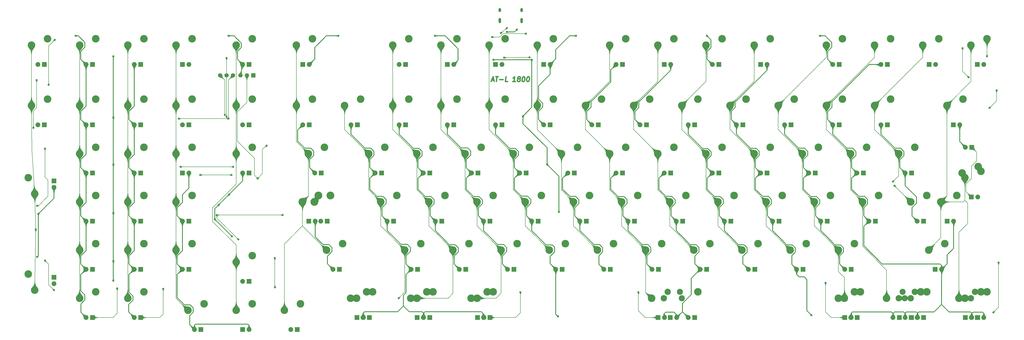
<source format=gtl>
G04 #@! TF.GenerationSoftware,KiCad,Pcbnew,(5.1.5)-3*
G04 #@! TF.CreationDate,2020-11-22T01:35:42-08:00*
G04 #@! TF.ProjectId,1800 layout,31383030-206c-4617-996f-75742e6b6963,rev?*
G04 #@! TF.SameCoordinates,Original*
G04 #@! TF.FileFunction,Copper,L1,Top*
G04 #@! TF.FilePolarity,Positive*
%FSLAX46Y46*%
G04 Gerber Fmt 4.6, Leading zero omitted, Abs format (unit mm)*
G04 Created by KiCad (PCBNEW (5.1.5)-3) date 2020-11-22 01:35:42*
%MOMM*%
%LPD*%
G04 APERTURE LIST*
%ADD10C,0.475000*%
%ADD11R,1.700000X1.700000*%
%ADD12C,1.700000*%
%ADD13R,1.905000X1.905000*%
%ADD14C,1.905000*%
%ADD15C,3.000000*%
%ADD16C,2.400000*%
%ADD17C,2.500000*%
%ADD18C,3.100000*%
%ADD19O,1.000000X1.600000*%
%ADD20O,1.000000X2.100000*%
%ADD21C,0.800000*%
%ADD22C,0.380000*%
%ADD23C,0.200000*%
%ADD24C,0.025400*%
G04 APERTURE END LIST*
D10*
X213442162Y-34634666D02*
X214346924Y-34634666D01*
X213193352Y-35177523D02*
X214064186Y-33277523D01*
X214460019Y-35177523D01*
X215059424Y-33277523D02*
X216145138Y-33277523D01*
X215364781Y-35177523D02*
X215602281Y-33277523D01*
X216631447Y-34453714D02*
X218079066Y-34453714D01*
X219798114Y-35177523D02*
X218893352Y-35177523D01*
X219130852Y-33277523D01*
X222874305Y-35177523D02*
X221788590Y-35177523D01*
X222331447Y-35177523D02*
X222568947Y-33277523D01*
X222354066Y-33548952D01*
X222150495Y-33729904D01*
X221958233Y-33820380D01*
X224095733Y-34091809D02*
X223926090Y-34001333D01*
X223846924Y-33910857D01*
X223779066Y-33729904D01*
X223790376Y-33639428D01*
X223903471Y-33458476D01*
X224005257Y-33368000D01*
X224197519Y-33277523D01*
X224559424Y-33277523D01*
X224729066Y-33368000D01*
X224808233Y-33458476D01*
X224876090Y-33639428D01*
X224864781Y-33729904D01*
X224751686Y-33910857D01*
X224649900Y-34001333D01*
X224457638Y-34091809D01*
X224095733Y-34091809D01*
X223903471Y-34182285D01*
X223801686Y-34272761D01*
X223688590Y-34453714D01*
X223643352Y-34815619D01*
X223711209Y-34996571D01*
X223790376Y-35087047D01*
X223960019Y-35177523D01*
X224321924Y-35177523D01*
X224514186Y-35087047D01*
X224615971Y-34996571D01*
X224729066Y-34815619D01*
X224774305Y-34453714D01*
X224706447Y-34272761D01*
X224627281Y-34182285D01*
X224457638Y-34091809D01*
X226097519Y-33277523D02*
X226278471Y-33277523D01*
X226448114Y-33368000D01*
X226527281Y-33458476D01*
X226595138Y-33639428D01*
X226640376Y-34001333D01*
X226583828Y-34453714D01*
X226448114Y-34815619D01*
X226335019Y-34996571D01*
X226233233Y-35087047D01*
X226040971Y-35177523D01*
X225860019Y-35177523D01*
X225690376Y-35087047D01*
X225611209Y-34996571D01*
X225543352Y-34815619D01*
X225498114Y-34453714D01*
X225554662Y-34001333D01*
X225690376Y-33639428D01*
X225803471Y-33458476D01*
X225905257Y-33368000D01*
X226097519Y-33277523D01*
X227907043Y-33277523D02*
X228087995Y-33277523D01*
X228257638Y-33368000D01*
X228336805Y-33458476D01*
X228404662Y-33639428D01*
X228449900Y-34001333D01*
X228393352Y-34453714D01*
X228257638Y-34815619D01*
X228144543Y-34996571D01*
X228042757Y-35087047D01*
X227850495Y-35177523D01*
X227669543Y-35177523D01*
X227499900Y-35087047D01*
X227420733Y-34996571D01*
X227352876Y-34815619D01*
X227307638Y-34453714D01*
X227364186Y-34001333D01*
X227499900Y-33639428D01*
X227612995Y-33458476D01*
X227714781Y-33368000D01*
X227907043Y-33277523D01*
D11*
X119206280Y-32750760D03*
D12*
X116666280Y-32750760D03*
X114126280Y-32750760D03*
X108666280Y-32750760D03*
X106126280Y-32750760D03*
X111206280Y-32750760D03*
D13*
X117539000Y-52261000D03*
D14*
X114999000Y-52261000D03*
D15*
X112459000Y-44641000D03*
X118809000Y-42101000D03*
D13*
X403129750Y-80836000D03*
D14*
X405669750Y-80836000D03*
D15*
X400589750Y-73216000D03*
X406939750Y-70676000D03*
X94996000Y-61151000D03*
X88646000Y-63691000D03*
D14*
X93726000Y-71311000D03*
D13*
X91186000Y-71311000D03*
X165163250Y-128461000D03*
D14*
X162623250Y-128461000D03*
D15*
X160083250Y-120841000D03*
X166433250Y-118301000D03*
D13*
X114999000Y-133224000D03*
D14*
X117539000Y-133224000D03*
D15*
X112459000Y-125604000D03*
X118809000Y-123064000D03*
D13*
X184054500Y-128461000D03*
D14*
X186594500Y-128461000D03*
D15*
X181514500Y-120841000D03*
X187864500Y-118301000D03*
D13*
X379317000Y-128461000D03*
D14*
X381857000Y-128461000D03*
D16*
X376777000Y-120841000D03*
D15*
X383127000Y-118301000D03*
D13*
X379476000Y-71311000D03*
D14*
X376936000Y-71311000D03*
D15*
X374396000Y-63691000D03*
X380746000Y-61151000D03*
D13*
X40386000Y-74486000D03*
D14*
X40386000Y-77026000D03*
D15*
X32766000Y-79566000D03*
X30226000Y-73216000D03*
D13*
X293750750Y-128461000D03*
D14*
X291210750Y-128461000D03*
D16*
X288670750Y-120841000D03*
D15*
X295020750Y-118301000D03*
D13*
X55626000Y-90361000D03*
D14*
X53086000Y-90361000D03*
D15*
X50546000Y-82741000D03*
X56896000Y-80201000D03*
D13*
X215011500Y-28448000D03*
D14*
X217551500Y-28448000D03*
D15*
X212471500Y-20828000D03*
X218821500Y-18288000D03*
D13*
X91186000Y-28448000D03*
D14*
X93726000Y-28448000D03*
D15*
X88646000Y-20828000D03*
X94996000Y-18288000D03*
D13*
X384238500Y-90361000D03*
D14*
X381698500Y-90361000D03*
D15*
X379158500Y-82741000D03*
X385508500Y-80201000D03*
D13*
X403288500Y-61151000D03*
D14*
X400748500Y-61151000D03*
D15*
X405828500Y-68771000D03*
X399478500Y-71311000D03*
D13*
X184213500Y-109411000D03*
D14*
X181673500Y-109411000D03*
D15*
X179133500Y-101791000D03*
X185483500Y-99251000D03*
D13*
X265176000Y-71311000D03*
D14*
X262636000Y-71311000D03*
D15*
X260096000Y-63691000D03*
X266446000Y-61151000D03*
D13*
X203263500Y-109411000D03*
D14*
X200723500Y-109411000D03*
D15*
X198183500Y-101791000D03*
X204533500Y-99251000D03*
D13*
X188976000Y-71311000D03*
D14*
X186436000Y-71311000D03*
D15*
X183896000Y-63691000D03*
X190246000Y-61151000D03*
D13*
X241363500Y-109411000D03*
D14*
X238823500Y-109411000D03*
D15*
X236283500Y-101791000D03*
X242633500Y-99251000D03*
D13*
X117539000Y-114174000D03*
D14*
X114999000Y-114174000D03*
D15*
X112459000Y-106554000D03*
X118809000Y-104014000D03*
D13*
X284226000Y-71311000D03*
D14*
X281686000Y-71311000D03*
D15*
X279146000Y-63691000D03*
X285496000Y-61151000D03*
D13*
X146113500Y-71311000D03*
D14*
X143573500Y-71311000D03*
D15*
X141033500Y-63691000D03*
X147383500Y-61151000D03*
D13*
X246126000Y-71311000D03*
D14*
X243586000Y-71311000D03*
D15*
X241046000Y-63691000D03*
X247396000Y-61151000D03*
D13*
X279304500Y-128461000D03*
D14*
X281844500Y-128461000D03*
D15*
X276764500Y-120841000D03*
D17*
X283114500Y-118301000D03*
D13*
X284067000Y-128461000D03*
D14*
X286607000Y-128461000D03*
D17*
X281527000Y-120841000D03*
D16*
X287877000Y-118301000D03*
D13*
X193738500Y-90361000D03*
D14*
X191198500Y-90361000D03*
D15*
X188658500Y-82741000D03*
X195008500Y-80201000D03*
D13*
X379475750Y-128461000D03*
D14*
X376935750Y-128461000D03*
D17*
X374395750Y-120841000D03*
X380745750Y-118301000D03*
D15*
X385508250Y-118301000D03*
D17*
X379158250Y-120841000D03*
D14*
X381698250Y-128461000D03*
D13*
X384238250Y-128461000D03*
X388842250Y-109411000D03*
D14*
X391382250Y-109411000D03*
D15*
X386302250Y-101791000D03*
X392652250Y-99251000D03*
D13*
X136589000Y-133224000D03*
D14*
X134049000Y-133224000D03*
D15*
X131509000Y-125604000D03*
X137859000Y-123064000D03*
D13*
X400748250Y-128461000D03*
D14*
X403288250Y-128461000D03*
D15*
X398208250Y-120841000D03*
D17*
X404558250Y-118301000D03*
D13*
X405510750Y-128461000D03*
D14*
X408050750Y-128461000D03*
D17*
X402970750Y-120841000D03*
D15*
X409320750Y-118301000D03*
D13*
X405669500Y-128461000D03*
D14*
X403129500Y-128461000D03*
D15*
X400589500Y-120841000D03*
X406939500Y-118301000D03*
D13*
X374713250Y-128461000D03*
D14*
X372173250Y-128461000D03*
D15*
X369633250Y-120841000D03*
D16*
X375983250Y-118301000D03*
D13*
X353123250Y-128461000D03*
D14*
X355663250Y-128461000D03*
D15*
X350583250Y-120841000D03*
X356933250Y-118301000D03*
D13*
X358044500Y-128461000D03*
D14*
X355504500Y-128461000D03*
D15*
X352964500Y-120841000D03*
X359314500Y-118301000D03*
D13*
X227076000Y-71311000D03*
D14*
X224536000Y-71311000D03*
D15*
X221996000Y-63691000D03*
X228346000Y-61151000D03*
D13*
X169926000Y-71311000D03*
D14*
X167386000Y-71311000D03*
D15*
X164846000Y-63691000D03*
X171196000Y-61151000D03*
D13*
X117539000Y-28448000D03*
D14*
X114999000Y-28448000D03*
D15*
X112459000Y-20828000D03*
X118809000Y-18288000D03*
D13*
X341376000Y-71311000D03*
D14*
X338836000Y-71311000D03*
D15*
X336296000Y-63691000D03*
X342646000Y-61151000D03*
D13*
X322326000Y-71311000D03*
D14*
X319786000Y-71311000D03*
D15*
X317246000Y-63691000D03*
X323596000Y-61151000D03*
D13*
X93726000Y-52261000D03*
D14*
X91186000Y-52261000D03*
D15*
X88646000Y-44641000D03*
X94996000Y-42101000D03*
D13*
X40386000Y-112586000D03*
D14*
X40386000Y-115126000D03*
D15*
X32766000Y-117666000D03*
X30226000Y-111316000D03*
D13*
X74676000Y-128461000D03*
D14*
X72136000Y-128461000D03*
D15*
X69596000Y-120841000D03*
X75946000Y-118301000D03*
D13*
X74676000Y-52261000D03*
D14*
X72136000Y-52261000D03*
D15*
X69596000Y-44641000D03*
X75946000Y-42101000D03*
D13*
X36576000Y-52261000D03*
D14*
X34036000Y-52261000D03*
D15*
X31496000Y-44641000D03*
X37846000Y-42101000D03*
D13*
X55626000Y-52261000D03*
D14*
X53086000Y-52261000D03*
D15*
X50546000Y-44641000D03*
X56896000Y-42101000D03*
D13*
X93726000Y-109411000D03*
D14*
X91186000Y-109411000D03*
D15*
X88646000Y-101791000D03*
X94996000Y-99251000D03*
D13*
X93726000Y-90361000D03*
D14*
X91186000Y-90361000D03*
D15*
X88646000Y-82741000D03*
X94996000Y-80201000D03*
D13*
X74676000Y-109411000D03*
D14*
X72136000Y-109411000D03*
D15*
X69596000Y-101791000D03*
X75946000Y-99251000D03*
D13*
X74676000Y-90361000D03*
D14*
X72136000Y-90361000D03*
D15*
X69596000Y-82741000D03*
X75946000Y-80201000D03*
D13*
X74676000Y-71311000D03*
D14*
X72136000Y-71311000D03*
D15*
X69596000Y-63691000D03*
X75946000Y-61151000D03*
D13*
X55626000Y-128461000D03*
D14*
X53086000Y-128461000D03*
D15*
X50546000Y-120841000D03*
X56896000Y-118301000D03*
D13*
X55626000Y-109411000D03*
D14*
X53086000Y-109411000D03*
D15*
X50546000Y-101791000D03*
X56896000Y-99251000D03*
D13*
X55626000Y-71311000D03*
D14*
X53086000Y-71311000D03*
D15*
X50546000Y-63691000D03*
X56896000Y-61151000D03*
D13*
X279463500Y-109411000D03*
D14*
X276923500Y-109411000D03*
D15*
X274383500Y-101791000D03*
X280733500Y-99251000D03*
D13*
X298513500Y-109411000D03*
D14*
X295973500Y-109411000D03*
D15*
X293433500Y-101791000D03*
X299783500Y-99251000D03*
D13*
X188975750Y-128461000D03*
D14*
X186435750Y-128461000D03*
D15*
X183895750Y-120841000D03*
X190245750Y-118301000D03*
D13*
X153257250Y-109411000D03*
D14*
X150717250Y-109411000D03*
D15*
X148177250Y-101791000D03*
X154527250Y-99251000D03*
D13*
X98489000Y-133224000D03*
D14*
X95949000Y-133224000D03*
D15*
X93409000Y-125604000D03*
X99759000Y-123064000D03*
D13*
X160242000Y-128461000D03*
D14*
X162782000Y-128461000D03*
D15*
X157702000Y-120841000D03*
X164052000Y-118301000D03*
D13*
X327088500Y-90361000D03*
D14*
X324548500Y-90361000D03*
D15*
X322008500Y-82741000D03*
X328358500Y-80201000D03*
D13*
X308038500Y-90361000D03*
D14*
X305498500Y-90361000D03*
D15*
X302958500Y-82741000D03*
X309308500Y-80201000D03*
D13*
X288988500Y-90361000D03*
D14*
X286448500Y-90361000D03*
D15*
X283908500Y-82741000D03*
X290258500Y-80201000D03*
D13*
X303276000Y-71311000D03*
D14*
X300736000Y-71311000D03*
D15*
X298196000Y-63691000D03*
X304546000Y-61151000D03*
D13*
X269938500Y-90361000D03*
D14*
X267398500Y-90361000D03*
D15*
X264858500Y-82741000D03*
X271208500Y-80201000D03*
D13*
X250888500Y-90361000D03*
D14*
X248348500Y-90361000D03*
D15*
X245808500Y-82741000D03*
X252158500Y-80201000D03*
D13*
X74676000Y-28448000D03*
D14*
X72136000Y-28448000D03*
D15*
X69596000Y-20828000D03*
X75946000Y-18288000D03*
D13*
X55626000Y-28448000D03*
D14*
X53086000Y-28448000D03*
D15*
X50546000Y-20828000D03*
X56896000Y-18288000D03*
D13*
X36576000Y-28448000D03*
D14*
X34036000Y-28448000D03*
D15*
X31496000Y-20828000D03*
X37846000Y-18288000D03*
D13*
X405511000Y-28448000D03*
D14*
X408051000Y-28448000D03*
D15*
X402971000Y-20828000D03*
X409321000Y-18288000D03*
D13*
X386461000Y-28448000D03*
D14*
X389001000Y-28448000D03*
D15*
X383921000Y-20828000D03*
X390271000Y-18288000D03*
D13*
X369951000Y-28448000D03*
D14*
X367411000Y-28448000D03*
D15*
X364871000Y-20828000D03*
X371221000Y-18288000D03*
D13*
X350901000Y-28448000D03*
D14*
X348361000Y-28448000D03*
D15*
X345821000Y-20828000D03*
X352171000Y-18288000D03*
D13*
X319786000Y-28448000D03*
D14*
X322326000Y-28448000D03*
D15*
X317246000Y-20828000D03*
X323596000Y-18288000D03*
D13*
X303276000Y-28448000D03*
D14*
X300736000Y-28448000D03*
D15*
X298196000Y-20828000D03*
X304546000Y-18288000D03*
D13*
X281686000Y-28448000D03*
D14*
X284226000Y-28448000D03*
D15*
X279146000Y-20828000D03*
X285496000Y-18288000D03*
D13*
X265176000Y-28448000D03*
D14*
X262636000Y-28448000D03*
D15*
X260096000Y-20828000D03*
X266446000Y-18288000D03*
D13*
X234061000Y-28448000D03*
D14*
X236601000Y-28448000D03*
D15*
X231521000Y-20828000D03*
X237871000Y-18288000D03*
D13*
X231838500Y-90361000D03*
D14*
X229298500Y-90361000D03*
D15*
X226758500Y-82741000D03*
X233108500Y-80201000D03*
D13*
X195961500Y-28448000D03*
D14*
X198501500Y-28448000D03*
D15*
X193421500Y-20828000D03*
X199771500Y-18288000D03*
D13*
X179451500Y-28448000D03*
D14*
X176911500Y-28448000D03*
D15*
X174371500Y-20828000D03*
X180721500Y-18288000D03*
D13*
X138811000Y-28448000D03*
D14*
X141351000Y-28448000D03*
D15*
X136271000Y-20828000D03*
X142621000Y-18288000D03*
D13*
X393604750Y-90361000D03*
D14*
X396144750Y-90361000D03*
D15*
X391064750Y-82741000D03*
X397414750Y-80201000D03*
D13*
X208026000Y-71311000D03*
D14*
X205486000Y-71311000D03*
D15*
X202946000Y-63691000D03*
X209296000Y-61151000D03*
D13*
X117539000Y-71311000D03*
D14*
X114999000Y-71311000D03*
D15*
X112459000Y-63691000D03*
X118809000Y-61151000D03*
D13*
X212788500Y-90361000D03*
D14*
X210248500Y-90361000D03*
D15*
X207708500Y-82741000D03*
X214058500Y-80201000D03*
D13*
X148494750Y-90361000D03*
D14*
X145954750Y-90361000D03*
D18*
X143414750Y-82741000D03*
X149764750Y-80201000D03*
D13*
X141191750Y-90361000D03*
D14*
X143731750Y-90361000D03*
D18*
X138651750Y-82741000D03*
X145001750Y-80201000D03*
D13*
X222313500Y-109411000D03*
D14*
X219773500Y-109411000D03*
D15*
X217233500Y-101791000D03*
X223583500Y-99251000D03*
D13*
X395986000Y-52261000D03*
D14*
X398526000Y-52261000D03*
D15*
X393446000Y-44641000D03*
X399796000Y-42101000D03*
D13*
X260413500Y-109411000D03*
D14*
X257873500Y-109411000D03*
D15*
X255333500Y-101791000D03*
X261683500Y-99251000D03*
D13*
X207867000Y-128461000D03*
D14*
X210407000Y-128461000D03*
D15*
X205327000Y-120841000D03*
X211677000Y-118301000D03*
D13*
X212788250Y-128461000D03*
D14*
X210248250Y-128461000D03*
D15*
X207708250Y-120841000D03*
X214058250Y-118301000D03*
D13*
X174688500Y-90361000D03*
D14*
X172148500Y-90361000D03*
D15*
X169608500Y-82741000D03*
X175958500Y-80201000D03*
D13*
X141351000Y-52261000D03*
D14*
X138811000Y-52261000D03*
D15*
X136271000Y-44641000D03*
X142621000Y-42101000D03*
D13*
X360426000Y-71311000D03*
D14*
X357886000Y-71311000D03*
D15*
X355346000Y-63691000D03*
X361696000Y-61151000D03*
D13*
X336613500Y-109411000D03*
D14*
X334073500Y-109411000D03*
D15*
X331533500Y-101791000D03*
X337883500Y-99251000D03*
D13*
X317563500Y-109411000D03*
D14*
X315023500Y-109411000D03*
D15*
X312483500Y-101791000D03*
X318833500Y-99251000D03*
D13*
X346138500Y-90361000D03*
D14*
X343598500Y-90361000D03*
D15*
X341058500Y-82741000D03*
X347408500Y-80201000D03*
D13*
X355663500Y-109411000D03*
D14*
X353123500Y-109411000D03*
D15*
X350583500Y-101791000D03*
X356933500Y-99251000D03*
D13*
X350901000Y-52261000D03*
D14*
X348361000Y-52261000D03*
D15*
X345821000Y-44641000D03*
X352171000Y-42101000D03*
D13*
X369951000Y-52261000D03*
D14*
X367411000Y-52261000D03*
D15*
X364871000Y-44641000D03*
X371221000Y-42101000D03*
D13*
X365188500Y-90361000D03*
D14*
X362648500Y-90361000D03*
D15*
X360108500Y-82741000D03*
X366458500Y-80201000D03*
D13*
X331851000Y-52261000D03*
D14*
X329311000Y-52261000D03*
D15*
X326771000Y-44641000D03*
X333121000Y-42101000D03*
D13*
X312801000Y-52261000D03*
D14*
X310261000Y-52261000D03*
D15*
X307721000Y-44641000D03*
X314071000Y-42101000D03*
D13*
X293751000Y-52261000D03*
D14*
X291211000Y-52261000D03*
D15*
X288671000Y-44641000D03*
X295021000Y-42101000D03*
D13*
X274701000Y-52261000D03*
D14*
X272161000Y-52261000D03*
D15*
X269621000Y-44641000D03*
X275971000Y-42101000D03*
D13*
X255651000Y-52261000D03*
D14*
X253111000Y-52261000D03*
D15*
X250571000Y-44641000D03*
X256921000Y-42101000D03*
D13*
X236601000Y-52261000D03*
D14*
X234061000Y-52261000D03*
D15*
X231521000Y-44641000D03*
X237871000Y-42101000D03*
D13*
X217551000Y-52261000D03*
D14*
X215011000Y-52261000D03*
D15*
X212471000Y-44641000D03*
X218821000Y-42101000D03*
D13*
X198501000Y-52261000D03*
D14*
X195961000Y-52261000D03*
D15*
X193421000Y-44641000D03*
X199771000Y-42101000D03*
D13*
X179451000Y-52261000D03*
D14*
X176911000Y-52261000D03*
D15*
X174371000Y-44641000D03*
X180721000Y-42101000D03*
D13*
X160401000Y-52261000D03*
D14*
X157861000Y-52261000D03*
D15*
X155321000Y-44641000D03*
X161671000Y-42101000D03*
D19*
X225364000Y-6918000D03*
X216724000Y-6918000D03*
D20*
X225364000Y-11098000D03*
X216724000Y-11098000D03*
D21*
X219468700Y-15557500D03*
X223494000Y-14579000D03*
X298602400Y-17094200D03*
X110794800Y-96418400D03*
X104013000Y-89636600D03*
X105537000Y-83947000D03*
X109601000Y-79883000D03*
X48933100Y-17106900D03*
X109410500Y-17106900D03*
X152844500Y-17094200D03*
X191084200Y-17081500D03*
X343280800Y-17094400D03*
X34226500Y-87477600D03*
X33769300Y-104508300D03*
X246811600Y-17094400D03*
X239687100Y-128092200D03*
X339918040Y-127553720D03*
X120931900Y-73517800D03*
X124500640Y-60512960D03*
X65430400Y-116992400D03*
X83616800Y-117182900D03*
X214124500Y-26532800D03*
X229346800Y-26532800D03*
X63906400Y-49415700D03*
X63906400Y-68008500D03*
X63906400Y-25171400D03*
X63906400Y-113893600D03*
X63906400Y-87198200D03*
X225818700Y-48895000D03*
X235369100Y-67957700D03*
X240042700Y-86779100D03*
X63906400Y-106248200D03*
X218412000Y-25742800D03*
X228485700Y-25590500D03*
X108668645Y-49147500D03*
X108671360Y-25885080D03*
X89750900Y-49847500D03*
X109390180Y-49847500D03*
X90462100Y-68897500D03*
X111302800Y-68897500D03*
X104803000Y-87972900D03*
X130873420Y-87972900D03*
X113309400Y-97624900D03*
X127743660Y-104978200D03*
X127787400Y-116560600D03*
X409321000Y-25171400D03*
X176694600Y-120841000D03*
X372110000Y-74752200D03*
X224815400Y-118491000D03*
X372750970Y-76333470D03*
X33197800Y-93726000D03*
X345516200Y-114813080D03*
X271513300Y-118516400D03*
X98272560Y-72110560D03*
X110602800Y-72105520D03*
X217144600Y-15951200D03*
X219481400Y-14046200D03*
X36841600Y-61659600D03*
X33705800Y-84277200D03*
X32285612Y-53489550D03*
X33578800Y-34594800D03*
X40754300Y-18643600D03*
X38290500Y-36449000D03*
X36841600Y-105929600D03*
X40386200Y-117627600D03*
X213639400Y-17576800D03*
X227049099Y-16257501D03*
X399680200Y-21956800D03*
X402031400Y-33452000D03*
X413918400Y-106768900D03*
X411880090Y-126447590D03*
X410299550Y-45593650D03*
X413105600Y-38684200D03*
X107968645Y-48432759D03*
D22*
X222515500Y-15557500D02*
X223494000Y-14579000D01*
X219468700Y-15557500D02*
X222515500Y-15557500D01*
X398526000Y-58928500D02*
X400748500Y-61151000D01*
X398526000Y-52261000D02*
X398526000Y-58928500D01*
X300736000Y-28448000D02*
X298686010Y-26398010D01*
X298686010Y-26398010D02*
X298686010Y-23284390D01*
X298686010Y-23284390D02*
X300202600Y-21767800D01*
X300202600Y-21767800D02*
X300202600Y-18694400D01*
X300202600Y-18694400D02*
X298602400Y-17094200D01*
X114999000Y-74485000D02*
X114999000Y-71311000D01*
X110794800Y-96418400D02*
X104013000Y-89636600D01*
X104013000Y-85471000D02*
X105537000Y-83947000D01*
X104013000Y-89636600D02*
X104013000Y-85471000D01*
X105537000Y-83947000D02*
X109601000Y-79883000D01*
X109601000Y-79883000D02*
X114999000Y-74485000D01*
X195961000Y-52261000D02*
X195961000Y-56013022D01*
X195961000Y-56013022D02*
X201390578Y-61442600D01*
X201390578Y-61442600D02*
X204012800Y-61442600D01*
X204012800Y-61442600D02*
X205155800Y-62585600D01*
X205155800Y-64303026D02*
X203436010Y-66022816D01*
X205155800Y-62585600D02*
X205155800Y-64303026D01*
X203436010Y-69261010D02*
X205486000Y-71311000D01*
X203436010Y-66022816D02*
X203436010Y-69261010D01*
X53086000Y-44922826D02*
X51036010Y-46972816D01*
X53086000Y-28448000D02*
X53086000Y-44922826D01*
X51036010Y-50211010D02*
X53086000Y-52261000D01*
X51036010Y-46972816D02*
X51036010Y-50211010D01*
X72136000Y-28448000D02*
X72136000Y-44922826D01*
X72136000Y-44922826D02*
X70086010Y-46972816D01*
X70086010Y-50211010D02*
X72136000Y-52261000D01*
X70086010Y-46972816D02*
X70086010Y-50211010D01*
X91186000Y-83022826D02*
X89136010Y-85072816D01*
X89136010Y-88311010D02*
X91186000Y-90361000D01*
X89136010Y-85072816D02*
X89136010Y-88311010D01*
X91186000Y-102072826D02*
X89136010Y-104122816D01*
X91186000Y-90361000D02*
X91186000Y-102072826D01*
X89136010Y-107361010D02*
X91186000Y-109411000D01*
X89136010Y-104122816D02*
X89136010Y-107361010D01*
X53086000Y-63972826D02*
X51036010Y-66022816D01*
X53086000Y-52261000D02*
X53086000Y-63972826D01*
X51036010Y-69261010D02*
X53086000Y-71311000D01*
X51036010Y-66022816D02*
X51036010Y-69261010D01*
X53086000Y-83022826D02*
X51036010Y-85072816D01*
X53086000Y-71311000D02*
X53086000Y-83022826D01*
X51036010Y-88311010D02*
X53086000Y-90361000D01*
X51036010Y-85072816D02*
X51036010Y-88311010D01*
X53086000Y-102072826D02*
X51036010Y-104122816D01*
X53086000Y-90361000D02*
X53086000Y-102072826D01*
X51036010Y-107361010D02*
X53086000Y-109411000D01*
X51036010Y-104122816D02*
X51036010Y-107361010D01*
X72136000Y-64033400D02*
X70086010Y-66083390D01*
X72136000Y-52261000D02*
X72136000Y-64033400D01*
X70086010Y-69261010D02*
X72136000Y-71311000D01*
X70086010Y-66083390D02*
X70086010Y-69261010D01*
X72136000Y-82998202D02*
X70086010Y-85048192D01*
X72136000Y-71311000D02*
X72136000Y-82998202D01*
X70086010Y-88311010D02*
X72136000Y-90361000D01*
X70086010Y-85048192D02*
X70086010Y-88311010D01*
X72136000Y-102048202D02*
X70086010Y-104098192D01*
X72136000Y-90361000D02*
X72136000Y-102048202D01*
X70086010Y-107361010D02*
X72136000Y-109411000D01*
X70086010Y-104098192D02*
X70086010Y-107361010D01*
X206305478Y-80645000D02*
X208508600Y-80645000D01*
X208508600Y-80645000D02*
X209829400Y-81965800D01*
X209829400Y-83417302D02*
X208198510Y-85048192D01*
X209829400Y-81965800D02*
X209829400Y-83417302D01*
X208198510Y-88311010D02*
X210248500Y-90361000D01*
X208198510Y-85048192D02*
X208198510Y-88311010D01*
X205486000Y-71311000D02*
X203436010Y-73360990D01*
X203436010Y-77775532D02*
X206305478Y-80645000D01*
X203436010Y-73360990D02*
X203436010Y-77775532D01*
X224536000Y-71311000D02*
X222486010Y-73360990D01*
X222486010Y-73360990D02*
X222486010Y-77775532D01*
X222486010Y-77775532D02*
X225177678Y-80467200D01*
X225177678Y-80467200D02*
X227609400Y-80467200D01*
X227609400Y-80467200D02*
X228981000Y-81838800D01*
X228981000Y-83315702D02*
X227248510Y-85048192D01*
X228981000Y-81838800D02*
X228981000Y-83315702D01*
X227248510Y-88311010D02*
X229298500Y-90361000D01*
X227248510Y-85048192D02*
X227248510Y-88311010D01*
X243586000Y-71311000D02*
X241536010Y-73360990D01*
X241536010Y-73360990D02*
X241536010Y-77775532D01*
X241536010Y-77775532D02*
X244354678Y-80594200D01*
X244354678Y-80594200D02*
X246634000Y-80594200D01*
X246634000Y-80594200D02*
X247954800Y-81915000D01*
X247954800Y-83416526D02*
X246298510Y-85072816D01*
X247954800Y-81915000D02*
X247954800Y-83416526D01*
X246298510Y-88311010D02*
X248348500Y-90361000D01*
X246298510Y-85072816D02*
X246298510Y-88311010D01*
X262636000Y-71311000D02*
X260586010Y-73360990D01*
X260586010Y-73360990D02*
X260586010Y-77775532D01*
X260586010Y-77775532D02*
X263430078Y-80619600D01*
X263430078Y-80619600D02*
X265836400Y-80619600D01*
X265836400Y-80619600D02*
X267004800Y-81788000D01*
X267004800Y-83416526D02*
X265348510Y-85072816D01*
X267004800Y-81788000D02*
X267004800Y-83416526D01*
X265348510Y-88311010D02*
X267398500Y-90361000D01*
X265348510Y-85072816D02*
X265348510Y-88311010D01*
X281686000Y-71311000D02*
X279636010Y-73360990D01*
X279636010Y-73360990D02*
X279636010Y-77775532D01*
X279636010Y-77775532D02*
X282403878Y-80543400D01*
X282403878Y-80543400D02*
X284708600Y-80543400D01*
X284708600Y-80543400D02*
X286080200Y-81915000D01*
X286080200Y-83391126D02*
X284398510Y-85072816D01*
X286080200Y-81915000D02*
X286080200Y-83391126D01*
X284398510Y-88311010D02*
X286448500Y-90361000D01*
X284398510Y-85072816D02*
X284398510Y-88311010D01*
X300736000Y-71311000D02*
X298686010Y-73360990D01*
X298686010Y-73360990D02*
X298686010Y-77775532D01*
X298686010Y-77775532D02*
X301530078Y-80619600D01*
X301530078Y-80619600D02*
X303834800Y-80619600D01*
X303834800Y-80619600D02*
X305054000Y-81838800D01*
X305054000Y-83442702D02*
X303448510Y-85048192D01*
X305054000Y-81838800D02*
X305054000Y-83442702D01*
X303448510Y-88311010D02*
X305498500Y-90361000D01*
X303448510Y-85048192D02*
X303448510Y-88311010D01*
X291211000Y-52261000D02*
X291211000Y-56013022D01*
X291211000Y-56013022D02*
X296843778Y-61645800D01*
X298948002Y-61645800D02*
X300253400Y-62951198D01*
X296843778Y-61645800D02*
X298948002Y-61645800D01*
X300253400Y-64455426D02*
X298686010Y-66022816D01*
X300253400Y-62951198D02*
X300253400Y-64455426D01*
X298686010Y-69261010D02*
X300736000Y-71311000D01*
X298686010Y-66022816D02*
X298686010Y-69261010D01*
X215011000Y-52261000D02*
X215011000Y-56013022D01*
X215011000Y-56013022D02*
X220592978Y-61595000D01*
X220592978Y-61595000D02*
X222834200Y-61595000D01*
X222834200Y-61595000D02*
X224053400Y-62814200D01*
X224053400Y-64430802D02*
X222486010Y-65998192D01*
X224053400Y-62814200D02*
X224053400Y-64430802D01*
X222486010Y-69261010D02*
X224536000Y-71311000D01*
X222486010Y-65998192D02*
X222486010Y-69261010D01*
X157861000Y-52261000D02*
X157861000Y-56013022D01*
X157861000Y-56013022D02*
X163392178Y-61544200D01*
X163392178Y-61544200D02*
X165735000Y-61544200D01*
X165735000Y-61544200D02*
X166954200Y-62763400D01*
X166954200Y-64380002D02*
X165336010Y-65998192D01*
X166954200Y-62763400D02*
X166954200Y-64380002D01*
X165336010Y-69261010D02*
X167386000Y-71311000D01*
X165336010Y-65998192D02*
X165336010Y-69261010D01*
X138811000Y-52261000D02*
X136761010Y-54310990D01*
X136761010Y-54310990D02*
X136761010Y-58725532D01*
X136761010Y-58725532D02*
X139579678Y-61544200D01*
X139579678Y-61544200D02*
X141986000Y-61544200D01*
X141986000Y-61544200D02*
X143154400Y-62712600D01*
X143154400Y-64367302D02*
X141523510Y-65998192D01*
X143154400Y-62712600D02*
X143154400Y-64367302D01*
X141523510Y-69261010D02*
X143573500Y-71311000D01*
X141523510Y-65998192D02*
X141523510Y-69261010D01*
X167386000Y-71311000D02*
X165336010Y-73360990D01*
X165336010Y-73360990D02*
X165336010Y-77775532D01*
X165336010Y-77775532D02*
X168129278Y-80568800D01*
X168129278Y-80568800D02*
X170510200Y-80568800D01*
X170510200Y-80568800D02*
X171729400Y-81788000D01*
X171729400Y-83417302D02*
X170098510Y-85048192D01*
X171729400Y-81788000D02*
X171729400Y-83417302D01*
X170098510Y-88311010D02*
X172148500Y-90361000D01*
X170098510Y-85048192D02*
X170098510Y-88311010D01*
X186436000Y-71311000D02*
X184386010Y-73360990D01*
X184386010Y-73360990D02*
X184386010Y-77775532D01*
X184386010Y-77775532D02*
X187255478Y-80645000D01*
X187255478Y-80645000D02*
X189534800Y-80645000D01*
X189534800Y-80645000D02*
X190728600Y-81838800D01*
X190728600Y-83492726D02*
X189148510Y-85072816D01*
X190728600Y-81838800D02*
X190728600Y-83492726D01*
X189148510Y-88311010D02*
X191198500Y-90361000D01*
X189148510Y-85072816D02*
X189148510Y-88311010D01*
X176911000Y-52261000D02*
X176911000Y-56013022D01*
X176911000Y-56013022D02*
X182492978Y-61595000D01*
X182492978Y-61595000D02*
X184734200Y-61595000D01*
X184734200Y-61595000D02*
X185953400Y-62814200D01*
X185953400Y-64455426D02*
X184386010Y-66022816D01*
X185953400Y-62814200D02*
X185953400Y-64455426D01*
X184386010Y-69261010D02*
X186436000Y-71311000D01*
X184386010Y-66022816D02*
X184386010Y-69261010D01*
X319786000Y-71311000D02*
X317736010Y-73360990D01*
X317736010Y-73360990D02*
X317736010Y-77775532D01*
X317736010Y-77775532D02*
X320554678Y-80594200D01*
X320554678Y-80594200D02*
X322834000Y-80594200D01*
X322834000Y-80594200D02*
X324078600Y-81838800D01*
X324078600Y-83492726D02*
X322498510Y-85072816D01*
X324078600Y-81838800D02*
X324078600Y-83492726D01*
X322498510Y-88311010D02*
X324548500Y-90361000D01*
X322498510Y-85072816D02*
X322498510Y-88311010D01*
X338836000Y-71311000D02*
X336786010Y-73360990D01*
X336786010Y-73360990D02*
X336786010Y-77775532D01*
X336786010Y-77775532D02*
X339630078Y-80619600D01*
X339630078Y-80619600D02*
X341884000Y-80619600D01*
X341884000Y-80619600D02*
X343179400Y-81915000D01*
X343179400Y-83441926D02*
X341548510Y-85072816D01*
X343179400Y-81915000D02*
X343179400Y-83441926D01*
X341548510Y-88311010D02*
X343598500Y-90361000D01*
X341548510Y-85072816D02*
X341548510Y-88311010D01*
X236601000Y-28448000D02*
X236601000Y-32265410D01*
X236601000Y-32265410D02*
X232011010Y-36855400D01*
X232011010Y-36855400D02*
X232011010Y-42146010D01*
X232011010Y-42146010D02*
X233629200Y-43764200D01*
X233629200Y-45354626D02*
X232011010Y-46972816D01*
X233629200Y-43764200D02*
X233629200Y-45354626D01*
X232011010Y-50211010D02*
X234061000Y-52261000D01*
X232011010Y-46972816D02*
X232011010Y-50211010D01*
X262636000Y-28448000D02*
X260586010Y-30497990D01*
X260586010Y-30497990D02*
X260586009Y-35318969D01*
X260586009Y-35318969D02*
X252730000Y-43174978D01*
X252730000Y-45303826D02*
X251061010Y-46972816D01*
X252730000Y-43174978D02*
X252730000Y-45303826D01*
X251061010Y-50211010D02*
X253111000Y-52261000D01*
X251061010Y-46972816D02*
X251061010Y-50211010D01*
X270111010Y-50211010D02*
X272161000Y-52261000D01*
X284226000Y-28448000D02*
X284226000Y-30728978D01*
X284226000Y-30728978D02*
X271627600Y-43327378D01*
X271627600Y-43327378D02*
X271627600Y-45491400D01*
X270111010Y-47007990D02*
X270111010Y-50211010D01*
X271627600Y-45491400D02*
X270111010Y-47007990D01*
X322326000Y-30728978D02*
X309727600Y-43327378D01*
X308211010Y-50211010D02*
X310261000Y-52261000D01*
X308211010Y-46982590D02*
X308211010Y-50211010D01*
X322326000Y-28448000D02*
X322326000Y-30728978D01*
X309727600Y-43327378D02*
X309727600Y-45466000D01*
X309727600Y-45466000D02*
X308211010Y-46982590D01*
X317736010Y-69261010D02*
X319786000Y-71311000D01*
X319227200Y-64516000D02*
X317736010Y-66007190D01*
X317736010Y-66007190D02*
X317736010Y-69261010D01*
X310261000Y-56013022D02*
X315817578Y-61569600D01*
X318109600Y-61569600D02*
X319227200Y-62687200D01*
X310261000Y-52261000D02*
X310261000Y-56013022D01*
X315817578Y-61569600D02*
X318109600Y-61569600D01*
X319227200Y-62687200D02*
X319227200Y-64516000D01*
X329311000Y-52261000D02*
X329311000Y-56013022D01*
X329311000Y-56013022D02*
X334791378Y-61493400D01*
X334791378Y-61493400D02*
X337159600Y-61493400D01*
X337159600Y-61493400D02*
X338480400Y-62814200D01*
X338480400Y-64328426D02*
X336786010Y-66022816D01*
X338480400Y-62814200D02*
X338480400Y-64328426D01*
X336786010Y-69261010D02*
X338836000Y-71311000D01*
X336786010Y-66022816D02*
X336786010Y-69261010D01*
X348361000Y-52261000D02*
X348361000Y-56013022D01*
X348361000Y-56013022D02*
X353892178Y-61544200D01*
X353892178Y-61544200D02*
X356209600Y-61544200D01*
X356209600Y-61544200D02*
X357505000Y-62839600D01*
X357505000Y-64353826D02*
X355836010Y-66022816D01*
X357505000Y-62839600D02*
X357505000Y-64353826D01*
X355836010Y-69261010D02*
X357886000Y-71311000D01*
X355836010Y-66022816D02*
X355836010Y-69261010D01*
X374886010Y-66108790D02*
X374886010Y-69261010D01*
X376504200Y-64490600D02*
X374886010Y-66108790D01*
X374886010Y-69261010D02*
X376936000Y-71311000D01*
X375208800Y-61544200D02*
X376504200Y-62839600D01*
X376504200Y-62839600D02*
X376504200Y-64490600D01*
X367411000Y-52261000D02*
X367411000Y-56013022D01*
X367411000Y-56013022D02*
X372942178Y-61544200D01*
X372942178Y-61544200D02*
X375208800Y-61544200D01*
X360598511Y-88311011D02*
X362648500Y-90361000D01*
X360598511Y-85095289D02*
X360598511Y-88311011D01*
X362102400Y-81711800D02*
X362102400Y-83591400D01*
X355836010Y-73360990D02*
X355836010Y-77775532D01*
X358654678Y-80594200D02*
X360984800Y-80594200D01*
X360984800Y-80594200D02*
X362102400Y-81711800D01*
X362102400Y-83591400D02*
X360598511Y-85095289D01*
X357886000Y-71311000D02*
X355836010Y-73360990D01*
X355836010Y-77775532D02*
X358654678Y-80594200D01*
X376936000Y-71311000D02*
X376936000Y-76301600D01*
X376936000Y-76301600D02*
X381482600Y-80848200D01*
X381482600Y-83238726D02*
X379704600Y-85016726D01*
X381482600Y-80848200D02*
X381482600Y-83238726D01*
X379704600Y-88367100D02*
X381698500Y-90361000D01*
X379704600Y-85016726D02*
X379704600Y-88367100D01*
X346311010Y-50211010D02*
X348361000Y-52261000D01*
X362706978Y-28448000D02*
X347980000Y-43174978D01*
X346311010Y-47033390D02*
X346311010Y-50211010D01*
X367411000Y-28448000D02*
X362706978Y-28448000D01*
X347980000Y-43174978D02*
X347980000Y-45364400D01*
X347980000Y-45364400D02*
X346311010Y-47033390D01*
X393573000Y-107220250D02*
X391382250Y-109411000D01*
X393573000Y-103733600D02*
X393573000Y-107220250D01*
X396144750Y-90361000D02*
X396144750Y-101161850D01*
X396144750Y-101161850D02*
X393573000Y-103733600D01*
X143731750Y-90361000D02*
X143731750Y-96652522D01*
X143731750Y-96652522D02*
X146723428Y-99644200D01*
X146723428Y-99644200D02*
X149148800Y-99644200D01*
X149148800Y-99644200D02*
X150342600Y-100838000D01*
X150342600Y-102447476D02*
X148513800Y-104276276D01*
X150342600Y-100838000D02*
X150342600Y-102447476D01*
X148513800Y-107207550D02*
X150717250Y-109411000D01*
X148513800Y-104276276D02*
X148513800Y-107207550D01*
X172148500Y-90361000D02*
X172148500Y-94113022D01*
X172148500Y-94113022D02*
X177552678Y-99517200D01*
X177552678Y-99517200D02*
X180136800Y-99517200D01*
X180136800Y-99517200D02*
X181381400Y-100761800D01*
X181381400Y-102364926D02*
X179623510Y-104122816D01*
X181381400Y-100761800D02*
X181381400Y-102364926D01*
X179623510Y-107361010D02*
X181673500Y-109411000D01*
X179623510Y-104122816D02*
X179623510Y-107361010D01*
X191198500Y-90361000D02*
X191198500Y-94113022D01*
X191198500Y-94113022D02*
X196755078Y-99669600D01*
X196755078Y-99669600D02*
X199034400Y-99669600D01*
X199034400Y-99669600D02*
X200253600Y-100888800D01*
X200253600Y-102542726D02*
X198673510Y-104122816D01*
X200253600Y-100888800D02*
X200253600Y-102542726D01*
X198673510Y-107361010D02*
X200723500Y-109411000D01*
X198673510Y-104122816D02*
X198673510Y-107361010D01*
X210248500Y-90361000D02*
X210248500Y-94113022D01*
X210248500Y-94113022D02*
X215728878Y-99593400D01*
X215728878Y-99593400D02*
X218186000Y-99593400D01*
X218186000Y-99593400D02*
X219430600Y-100838000D01*
X219430600Y-102415726D02*
X217723510Y-104122816D01*
X219430600Y-100838000D02*
X219430600Y-102415726D01*
X217723510Y-107361010D02*
X219773500Y-109411000D01*
X217723510Y-104122816D02*
X217723510Y-107361010D01*
X236601000Y-107188500D02*
X238823500Y-109411000D01*
X236601000Y-104292400D02*
X236601000Y-107188500D01*
X238353600Y-102539800D02*
X236601000Y-104292400D01*
X229298500Y-94113022D02*
X234956678Y-99771200D01*
X229298500Y-90361000D02*
X229298500Y-94113022D01*
X234956678Y-99771200D02*
X237464600Y-99771200D01*
X237464600Y-99771200D02*
X238353600Y-100660200D01*
X238353600Y-100660200D02*
X238353600Y-102539800D01*
X255930400Y-107467900D02*
X257873500Y-109411000D01*
X255930400Y-104063800D02*
X255930400Y-107467900D01*
X257378200Y-102616000D02*
X255930400Y-104063800D01*
X256133600Y-99618800D02*
X257378200Y-100863400D01*
X248348500Y-94113022D02*
X253854278Y-99618800D01*
X248348500Y-90361000D02*
X248348500Y-94113022D01*
X253854278Y-99618800D02*
X256133600Y-99618800D01*
X257378200Y-100863400D02*
X257378200Y-102616000D01*
X286448500Y-94113022D02*
X292005078Y-99669600D01*
X286448500Y-90361000D02*
X286448500Y-94113022D01*
X295452800Y-102593526D02*
X293827200Y-104219126D01*
X294309800Y-99669600D02*
X295452800Y-100812600D01*
X293827200Y-104219126D02*
X293827200Y-107264700D01*
X292005078Y-99669600D02*
X294309800Y-99669600D01*
X293827200Y-107264700D02*
X295973500Y-109411000D01*
X295452800Y-100812600D02*
X295452800Y-102593526D01*
X274873510Y-107361010D02*
X276923500Y-109411000D01*
X274873510Y-104122816D02*
X274873510Y-107361010D01*
X276402800Y-102593526D02*
X274873510Y-104122816D01*
X272878878Y-99593400D02*
X275234400Y-99593400D01*
X275234400Y-99593400D02*
X276402800Y-100761800D01*
X267398500Y-90361000D02*
X267398500Y-94113022D01*
X267398500Y-94113022D02*
X272878878Y-99593400D01*
X276402800Y-100761800D02*
X276402800Y-102593526D01*
X312826400Y-107213900D02*
X315023500Y-109411000D01*
X312826400Y-104269926D02*
X312826400Y-107213900D01*
X305498500Y-90361000D02*
X305498500Y-94113022D01*
X314452000Y-102644326D02*
X312826400Y-104269926D01*
X314452000Y-100863400D02*
X314452000Y-102644326D01*
X311055078Y-99669600D02*
X313258200Y-99669600D01*
X305498500Y-94113022D02*
X311055078Y-99669600D01*
X313258200Y-99669600D02*
X314452000Y-100863400D01*
X324548500Y-90361000D02*
X324548500Y-94113022D01*
X324548500Y-94113022D02*
X330181278Y-99745800D01*
X330181278Y-99745800D02*
X332333600Y-99745800D01*
X332333600Y-99745800D02*
X333578200Y-100990400D01*
X333578200Y-102568126D02*
X332155800Y-103990526D01*
X333578200Y-100990400D02*
X333578200Y-102568126D01*
X332155800Y-107493300D02*
X334073500Y-109411000D01*
X332155800Y-103990526D02*
X332155800Y-107493300D01*
X343598500Y-90361000D02*
X343598500Y-94113022D01*
X343598500Y-94113022D02*
X349231278Y-99745800D01*
X349231278Y-99745800D02*
X351434400Y-99745800D01*
X351434400Y-99745800D02*
X352628200Y-100939600D01*
X352628200Y-102568126D02*
X351073510Y-104122816D01*
X352628200Y-100939600D02*
X352628200Y-102568126D01*
X351073510Y-107361010D02*
X353123500Y-109411000D01*
X351073510Y-104122816D02*
X351073510Y-107361010D01*
X91186000Y-109411000D02*
X89136010Y-111460990D01*
X89136010Y-111460990D02*
X89136010Y-120638032D01*
X89136010Y-120638032D02*
X91992778Y-123494800D01*
X91992778Y-123494800D02*
X94310200Y-123494800D01*
X94310200Y-123494800D02*
X95427800Y-124612400D01*
X95427800Y-126407026D02*
X94132400Y-127702426D01*
X95427800Y-124612400D02*
X95427800Y-126407026D01*
X94132400Y-131407400D02*
X95949000Y-133224000D01*
X94132400Y-127702426D02*
X94132400Y-131407400D01*
X72136000Y-109411000D02*
X70086010Y-111460990D01*
X70086010Y-111460990D02*
X70086010Y-118447610D01*
X70086010Y-118447610D02*
X71653400Y-120015000D01*
X71653400Y-121605426D02*
X69977000Y-123281826D01*
X71653400Y-120015000D02*
X71653400Y-121605426D01*
X69977000Y-126302000D02*
X72136000Y-128461000D01*
X69977000Y-123281826D02*
X69977000Y-126302000D01*
X53086000Y-109411000D02*
X51036010Y-111460990D01*
X51036010Y-111460990D02*
X51036010Y-117914210D01*
X51036010Y-117914210D02*
X52654200Y-119532400D01*
X52654200Y-121554626D02*
X51054000Y-123154826D01*
X52654200Y-119532400D02*
X52654200Y-121554626D01*
X51054000Y-126429000D02*
X53086000Y-128461000D01*
X51054000Y-123154826D02*
X51054000Y-126429000D01*
X286327600Y-127120400D02*
X286327600Y-128461000D01*
X285597600Y-126390400D02*
X286327600Y-127120400D01*
X282288662Y-126390400D02*
X285597600Y-126390400D01*
X281565100Y-128461000D02*
X281565100Y-127113962D01*
X281565100Y-127113962D02*
X282288662Y-126390400D01*
X186594500Y-126777500D02*
X186594500Y-128461000D01*
X186029600Y-126212600D02*
X186594500Y-126777500D01*
X180924200Y-126212600D02*
X186029600Y-126212600D01*
X179624499Y-111460001D02*
X179624499Y-118647701D01*
X181673500Y-109411000D02*
X179624499Y-111460001D01*
X179624499Y-118647701D02*
X178612800Y-119659400D01*
X178612800Y-119659400D02*
X178612800Y-123901200D01*
X178612800Y-123901200D02*
X180924200Y-126212600D01*
X176326800Y-126187200D02*
X178612800Y-123901200D01*
X163245800Y-126187200D02*
X176326800Y-126187200D01*
X162623250Y-128461000D02*
X162623250Y-126809750D01*
X162623250Y-126809750D02*
X163245800Y-126187200D01*
X408050750Y-126796550D02*
X407593800Y-126339600D01*
X403288250Y-126822450D02*
X403288250Y-128461000D01*
X408050750Y-128461000D02*
X408050750Y-126796550D01*
X407593800Y-126339600D02*
X403771100Y-126339600D01*
X403771100Y-126339600D02*
X403288250Y-126822450D01*
X394360400Y-126326900D02*
X402792700Y-126326900D01*
X402792700Y-126326900D02*
X403288250Y-126822450D01*
X391382250Y-109411000D02*
X391382250Y-123348750D01*
X391382250Y-123348750D02*
X394360400Y-126326900D01*
X381857000Y-126803400D02*
X381857000Y-128461000D01*
X391382250Y-123348750D02*
X388416800Y-126314200D01*
X382346200Y-126314200D02*
X381857000Y-126803400D01*
X388416800Y-126314200D02*
X382346200Y-126314200D01*
X376935750Y-126771650D02*
X376935750Y-128461000D01*
X381857000Y-126803400D02*
X381342400Y-126288800D01*
X377418600Y-126288800D02*
X376935750Y-126771650D01*
X381342400Y-126288800D02*
X377418600Y-126288800D01*
X372173250Y-126885950D02*
X372173250Y-128461000D01*
X372745000Y-126314200D02*
X372173250Y-126885950D01*
X376935750Y-126771650D02*
X376478300Y-126314200D01*
X376478300Y-126314200D02*
X372745000Y-126314200D01*
X371601500Y-126314200D02*
X372173250Y-126885950D01*
X356184200Y-126314200D02*
X371601500Y-126314200D01*
X355663250Y-128461000D02*
X355663250Y-126835150D01*
X355663250Y-126835150D02*
X356184200Y-126314200D01*
X93726000Y-71311000D02*
X93726000Y-77368400D01*
X91186000Y-79908400D02*
X91186000Y-83022826D01*
X93726000Y-77368400D02*
X91186000Y-79908400D01*
X117068600Y-131102100D02*
X117539000Y-131572500D01*
X117539000Y-131572500D02*
X117539000Y-133224000D01*
X96405700Y-131102100D02*
X117068600Y-131102100D01*
X95949000Y-133224000D02*
X95949000Y-131558800D01*
X95949000Y-131558800D02*
X96405700Y-131102100D01*
X50063400Y-17106900D02*
X48933100Y-17106900D01*
X51036010Y-26398010D02*
X51036010Y-23220890D01*
X52616100Y-21640800D02*
X52616100Y-19659600D01*
X52616100Y-19659600D02*
X50063400Y-17106900D01*
X53086000Y-28448000D02*
X51036010Y-26398010D01*
X51036010Y-23220890D02*
X52616100Y-21640800D01*
X111607600Y-17106900D02*
X109410500Y-17106900D01*
X112949010Y-26398010D02*
X112949010Y-23220390D01*
X114999000Y-28448000D02*
X112949010Y-26398010D01*
X112949010Y-23220390D02*
X114490500Y-21678900D01*
X114490500Y-19989800D02*
X111607600Y-17106900D01*
X114490500Y-21678900D02*
X114490500Y-19989800D01*
X148145500Y-17094200D02*
X152844500Y-17094200D01*
X143535400Y-21704300D02*
X148145500Y-17094200D01*
X141351000Y-28448000D02*
X143535400Y-26263600D01*
X143535400Y-26263600D02*
X143535400Y-21704300D01*
X195110100Y-17081500D02*
X191084200Y-17081500D01*
X200228200Y-22199600D02*
X195110100Y-17081500D01*
X200228200Y-26721300D02*
X200228200Y-22199600D01*
X198501500Y-28448000D02*
X200228200Y-26721300D01*
X345287800Y-17094400D02*
X343280800Y-17094400D01*
X346311010Y-26398010D02*
X346311010Y-23246290D01*
X348361000Y-28448000D02*
X346311010Y-26398010D01*
X347903800Y-19710400D02*
X345287800Y-17094400D01*
X346311010Y-23246290D02*
X347903800Y-21653500D01*
X347903800Y-21653500D02*
X347903800Y-19710400D01*
X40386000Y-77026000D02*
X40386000Y-81318100D01*
X40386000Y-81318100D02*
X34226500Y-87477600D01*
X34226500Y-87477600D02*
X34226500Y-104051100D01*
X34226500Y-104051100D02*
X33769300Y-104508300D01*
X209968850Y-126809250D02*
X209968850Y-128461000D01*
X209384900Y-126225300D02*
X209968850Y-126809250D01*
X186594500Y-126777500D02*
X187146700Y-126225300D01*
X187146700Y-126225300D02*
X209384900Y-126225300D01*
X244335100Y-17094400D02*
X246811600Y-17094400D01*
X238836200Y-22593300D02*
X244335100Y-17094400D01*
X236601000Y-28448000D02*
X238836200Y-26212800D01*
X238836200Y-26212800D02*
X238836200Y-22593300D01*
X238823500Y-109411000D02*
X238823500Y-127228600D01*
X238823500Y-127228600D02*
X239687100Y-128092200D01*
X360598510Y-92410990D02*
X362648500Y-90361000D01*
X391382250Y-107923330D02*
X390753600Y-107294680D01*
X360598510Y-100038132D02*
X360598510Y-92410990D01*
X391382250Y-109411000D02*
X391382250Y-107923330D01*
X390753600Y-107294680D02*
X367855058Y-107294680D01*
X367855058Y-107294680D02*
X360598510Y-100038132D01*
X338150200Y-113487700D02*
X338150200Y-125785880D01*
X338150200Y-125785880D02*
X339918040Y-127553720D01*
X334073500Y-109411000D02*
X334073500Y-111442500D01*
X334073500Y-111442500D02*
X335056480Y-112425480D01*
X337087980Y-112425480D02*
X338150200Y-113487700D01*
X335056480Y-112425480D02*
X337087980Y-112425480D01*
X288899600Y-126168400D02*
X286607000Y-128461000D01*
X288918150Y-126168400D02*
X288899600Y-126168400D01*
X291210750Y-128461000D02*
X288918150Y-126168400D01*
X292379400Y-119456200D02*
X288899600Y-122936000D01*
X295973500Y-109411000D02*
X292379400Y-113005100D01*
X288899600Y-122936000D02*
X288899600Y-126168400D01*
X292379400Y-113005100D02*
X292379400Y-119456200D01*
X114999000Y-28448000D02*
X114126280Y-32750760D01*
D23*
X124500640Y-60512960D02*
X122834400Y-61945520D01*
X122834400Y-61945520D02*
X122834400Y-71615300D01*
X122834400Y-71615300D02*
X120931900Y-73517800D01*
X119634000Y-72219900D02*
X120931900Y-73517800D01*
X119634000Y-65465960D02*
X119634000Y-72219900D01*
X116666280Y-43388746D02*
X112859010Y-47196016D01*
X116666280Y-32750760D02*
X116666280Y-43388746D01*
X112859010Y-58690970D02*
X119634000Y-65465960D01*
X112859010Y-47196016D02*
X112859010Y-58690970D01*
X65430400Y-116992400D02*
X65430400Y-126809500D01*
X63778900Y-128461000D02*
X55626000Y-128461000D01*
X65430400Y-126809500D02*
X63778900Y-128461000D01*
X83616800Y-117182900D02*
X83616800Y-127127000D01*
X82282800Y-128461000D02*
X74676000Y-128461000D01*
X83616800Y-127127000D02*
X82282800Y-128461000D01*
D22*
X63906400Y-49415700D02*
X63906400Y-68008500D01*
X63906400Y-49415700D02*
X63906400Y-25171400D01*
X63906400Y-68008500D02*
X63906400Y-87198200D01*
X63906400Y-87198200D02*
X63906400Y-106248200D01*
X229346800Y-26532800D02*
X229346800Y-45366900D01*
X229346800Y-45366900D02*
X225818700Y-48895000D01*
X225818700Y-48895000D02*
X225818700Y-51828700D01*
X225818700Y-51828700D02*
X235369100Y-61379100D01*
X235369100Y-61379100D02*
X235369100Y-67957700D01*
X235369100Y-67957700D02*
X240042700Y-72631300D01*
X240042700Y-72631300D02*
X240042700Y-86779100D01*
X63906400Y-106248200D02*
X63906400Y-113893600D01*
X214124500Y-26532800D02*
X229346800Y-26532800D01*
D23*
X218412000Y-25742800D02*
X228485700Y-25590500D01*
X108668645Y-49147500D02*
X108668645Y-25887795D01*
X108668645Y-25887795D02*
X108671360Y-25885080D01*
X89750900Y-49847500D02*
X109390180Y-49847500D01*
X109390180Y-34566860D02*
X111206280Y-32750760D01*
X109390180Y-49847500D02*
X109390180Y-34566860D01*
X90462100Y-68897500D02*
X111302800Y-68897500D01*
X104803000Y-87972900D02*
X130860800Y-87972900D01*
X104803000Y-87972900D02*
X104803000Y-89118500D01*
X104803000Y-89118500D02*
X113309400Y-97624900D01*
X127743660Y-104978200D02*
X127743660Y-116516860D01*
X127743660Y-116516860D02*
X127787400Y-116560600D01*
X145001750Y-81154000D02*
X145001750Y-80201000D01*
X143414750Y-82741000D02*
X145001750Y-81154000D01*
X164052000Y-118301000D02*
X166433250Y-118301000D01*
X187864500Y-118301000D02*
X190245750Y-118301000D01*
X211677000Y-118301000D02*
X214058250Y-118301000D01*
X356933250Y-118301000D02*
X359314500Y-118301000D01*
X380745750Y-118301000D02*
X385508250Y-118301000D01*
X409321000Y-25171400D02*
X409321000Y-18288000D01*
X407328499Y-70287251D02*
X406939750Y-70676000D01*
X407328499Y-70270999D02*
X407328499Y-70287251D01*
X405828500Y-68771000D02*
X407328499Y-70270999D01*
X404558250Y-118301000D02*
X409320750Y-118301000D01*
X341058500Y-92266000D02*
X350583500Y-101791000D01*
X341058500Y-82741000D02*
X341058500Y-92266000D01*
X326771000Y-54166000D02*
X336296000Y-63691000D01*
X326771000Y-44641000D02*
X326771000Y-54166000D01*
X336296000Y-77978500D02*
X341058500Y-82741000D01*
X336296000Y-63691000D02*
X336296000Y-77978500D01*
X345821000Y-25591000D02*
X326771000Y-44641000D01*
X345821000Y-20828000D02*
X345821000Y-25591000D01*
X350583500Y-101791000D02*
X350583500Y-110299500D01*
X352964500Y-112680500D02*
X352964500Y-120841000D01*
X350583500Y-110299500D02*
X352964500Y-112680500D01*
X350583250Y-120841000D02*
X352964500Y-120841000D01*
X155321000Y-54166000D02*
X164846000Y-63691000D01*
X155321000Y-44641000D02*
X155321000Y-54166000D01*
X164846000Y-77978500D02*
X169608500Y-82741000D01*
X164846000Y-63691000D02*
X164846000Y-77978500D01*
X169608500Y-92266000D02*
X179133500Y-101791000D01*
X169608500Y-82741000D02*
X169608500Y-92266000D01*
X179133500Y-118402100D02*
X176694600Y-120841000D01*
X179133500Y-101791000D02*
X179133500Y-118402100D01*
X157702000Y-120841000D02*
X160083250Y-120841000D01*
X188658500Y-92266000D02*
X198183500Y-101791000D01*
X188658500Y-82741000D02*
X188658500Y-92266000D01*
X174371000Y-54166000D02*
X183896000Y-63691000D01*
X174371000Y-44641000D02*
X174371000Y-54166000D01*
X183896000Y-77978500D02*
X188658500Y-82741000D01*
X183896000Y-63691000D02*
X183896000Y-77978500D01*
X174371500Y-44640500D02*
X174371000Y-44641000D01*
X174371500Y-20828000D02*
X174371500Y-44640500D01*
X183895750Y-120841000D02*
X196303400Y-120841000D01*
X198183500Y-118960900D02*
X196342000Y-120802400D01*
X198183500Y-101791000D02*
X198183500Y-118960900D01*
X181514500Y-120841000D02*
X183895750Y-120841000D01*
X207708500Y-92266000D02*
X217233500Y-101791000D01*
X207708500Y-82741000D02*
X207708500Y-92266000D01*
X193421000Y-54166000D02*
X202946000Y-63691000D01*
X193421000Y-44641000D02*
X193421000Y-54166000D01*
X202946000Y-77978500D02*
X207708500Y-82741000D01*
X202946000Y-63691000D02*
X202946000Y-77978500D01*
X193421500Y-44640500D02*
X193421000Y-44641000D01*
X193421500Y-20828000D02*
X193421500Y-44640500D01*
X217233500Y-101791000D02*
X217233500Y-118808500D01*
X215201000Y-120841000D02*
X207428850Y-120841000D01*
X217233500Y-118808500D02*
X215201000Y-120841000D01*
X205327000Y-120841000D02*
X207708250Y-120841000D01*
X226758500Y-92266000D02*
X236283500Y-101791000D01*
X226758500Y-82741000D02*
X226758500Y-92266000D01*
X212471000Y-54166000D02*
X221996000Y-63691000D01*
X212471000Y-44641000D02*
X212471000Y-54166000D01*
X221996000Y-77978500D02*
X226758500Y-82741000D01*
X221996000Y-63691000D02*
X221996000Y-77978500D01*
X212471500Y-44640500D02*
X212471000Y-44641000D01*
X212471500Y-20828000D02*
X212471500Y-44640500D01*
X245808500Y-92266000D02*
X255333500Y-101791000D01*
X245808500Y-82741000D02*
X245808500Y-92266000D01*
X231521000Y-54166000D02*
X241046000Y-63691000D01*
X231521000Y-44641000D02*
X231521000Y-54166000D01*
X241046000Y-77978500D02*
X245808500Y-82741000D01*
X241046000Y-63691000D02*
X241046000Y-77978500D01*
X231521000Y-20828000D02*
X231521000Y-44641000D01*
X264858500Y-92266000D02*
X274383500Y-101791000D01*
X264858500Y-82741000D02*
X264858500Y-92266000D01*
X250571000Y-54166000D02*
X260096000Y-63691000D01*
X250571000Y-44641000D02*
X250571000Y-54166000D01*
X260096000Y-77978500D02*
X264858500Y-82741000D01*
X260096000Y-63691000D02*
X260096000Y-77978500D01*
X260096000Y-35116000D02*
X250571000Y-44641000D01*
X260096000Y-20828000D02*
X260096000Y-35116000D01*
X274383500Y-118739400D02*
X276485100Y-120841000D01*
X274383500Y-101791000D02*
X274383500Y-118739400D01*
X283908500Y-92266000D02*
X293433500Y-101791000D01*
X283908500Y-82741000D02*
X283908500Y-92266000D01*
X269621000Y-54166000D02*
X279146000Y-63691000D01*
X269621000Y-44641000D02*
X269621000Y-54166000D01*
X279146000Y-77978500D02*
X283908500Y-82741000D01*
X279146000Y-63691000D02*
X279146000Y-77978500D01*
X279146000Y-35116000D02*
X269621000Y-44641000D01*
X279146000Y-20828000D02*
X279146000Y-35116000D01*
X302958500Y-92266000D02*
X312483500Y-101791000D01*
X302958500Y-82741000D02*
X302958500Y-92266000D01*
X288671000Y-54166000D02*
X298196000Y-63691000D01*
X288671000Y-44641000D02*
X288671000Y-54166000D01*
X298196000Y-77978500D02*
X302958500Y-82741000D01*
X298196000Y-63691000D02*
X298196000Y-77978500D01*
X298196000Y-35116000D02*
X288671000Y-44641000D01*
X298196000Y-20828000D02*
X298196000Y-35116000D01*
X322008500Y-92266000D02*
X331533500Y-101791000D01*
X322008500Y-82741000D02*
X322008500Y-92266000D01*
X307721000Y-54166000D02*
X317246000Y-63691000D01*
X307721000Y-44641000D02*
X307721000Y-54166000D01*
X317246000Y-77978500D02*
X322008500Y-82741000D01*
X317246000Y-63691000D02*
X317246000Y-77978500D01*
X317246000Y-35116000D02*
X307721000Y-44641000D01*
X317246000Y-20828000D02*
X317246000Y-35116000D01*
X345821000Y-54166000D02*
X355346000Y-63691000D01*
X345821000Y-44641000D02*
X345821000Y-54166000D01*
X355346000Y-77978500D02*
X360108500Y-82741000D01*
X355346000Y-63691000D02*
X355346000Y-77978500D01*
X364871000Y-25591000D02*
X345821000Y-44641000D01*
X364871000Y-20828000D02*
X364871000Y-25591000D01*
X360108500Y-82741000D02*
X360108500Y-100241100D01*
X360108500Y-100241100D02*
X369633250Y-109765850D01*
X369633250Y-109765850D02*
X369633250Y-120841000D01*
X374395750Y-120841000D02*
X379158250Y-120841000D01*
X364871000Y-54166000D02*
X374396000Y-63691000D01*
X364871000Y-44641000D02*
X364871000Y-54166000D01*
X383921000Y-25591000D02*
X364871000Y-44641000D01*
X383921000Y-20828000D02*
X383921000Y-25591000D01*
X374396000Y-72466200D02*
X372110000Y-74752200D01*
X374396000Y-63691000D02*
X374396000Y-72466200D01*
X136271000Y-20828000D02*
X136271000Y-44641000D01*
X136271000Y-58928500D02*
X141033500Y-63691000D01*
X136271000Y-44641000D02*
X136271000Y-58928500D01*
X141033500Y-63691000D02*
X141033500Y-80359250D01*
X141033500Y-80359250D02*
X141033500Y-80359750D01*
X138651750Y-92265500D02*
X148177250Y-101791000D01*
X131509000Y-99408250D02*
X138651750Y-92265500D01*
X131509000Y-125604000D02*
X131509000Y-99408250D01*
X141033500Y-80359250D02*
X138651750Y-82741000D01*
X138651750Y-82741000D02*
X138651750Y-92265500D01*
X212508850Y-128461000D02*
X222998800Y-128461000D01*
X222998800Y-128461000D02*
X224815400Y-126644400D01*
X224815400Y-126644400D02*
X224815400Y-118491000D01*
X391064750Y-97028500D02*
X386302250Y-101791000D01*
X391064750Y-82741000D02*
X391064750Y-97028500D01*
X393446000Y-44641000D02*
X393446000Y-80359750D01*
X393446000Y-80359750D02*
X391064750Y-82741000D01*
X402971000Y-35116000D02*
X393446000Y-44641000D01*
X402971000Y-20828000D02*
X402971000Y-35116000D01*
X379158500Y-82741000D02*
X372750970Y-76333470D01*
X401701000Y-83261200D02*
X401701000Y-91287600D01*
X398208250Y-94780350D02*
X398208250Y-120841000D01*
X400589750Y-73216000D02*
X400589750Y-82149950D01*
X400589750Y-82149950D02*
X401701000Y-83261200D01*
X401701000Y-91287600D02*
X398208250Y-94780350D01*
X399998700Y-82741000D02*
X400589750Y-82149950D01*
X391064750Y-82741000D02*
X399998700Y-82741000D01*
X398208250Y-120841000D02*
X402970750Y-120841000D01*
X400978499Y-72810999D02*
X400978499Y-72827251D01*
X400978499Y-72827251D02*
X400589750Y-73216000D01*
X399478500Y-71311000D02*
X400978499Y-72810999D01*
X112459000Y-106554000D02*
X112459000Y-125604000D01*
X112459000Y-44641000D02*
X112459000Y-63691000D01*
X112459000Y-63691000D02*
X112459000Y-75742300D01*
X112459000Y-75742300D02*
X103085900Y-85115400D01*
X103085900Y-85115400D02*
X103085900Y-90449400D01*
X112459000Y-99822500D02*
X112459000Y-106554000D01*
X103085900Y-90449400D02*
X112459000Y-99822500D01*
X112459000Y-20828000D02*
X112459000Y-44641000D01*
X31496000Y-20828000D02*
X31496000Y-44641000D01*
X31673800Y-62204600D02*
X32766000Y-79566000D01*
X31496000Y-44641000D02*
X31673800Y-62204600D01*
X33197800Y-93726000D02*
X32766000Y-117666000D01*
X32766000Y-79566000D02*
X33197800Y-93726000D01*
X50546000Y-20828000D02*
X50546000Y-44641000D01*
X50546000Y-44641000D02*
X50546000Y-63691000D01*
X50546000Y-63691000D02*
X50546000Y-82741000D01*
X50546000Y-101791000D02*
X50546000Y-82741000D01*
X50546000Y-120841000D02*
X50546000Y-101791000D01*
X69596000Y-20828000D02*
X69596000Y-44641000D01*
X69596000Y-44641000D02*
X69596000Y-63691000D01*
X69596000Y-63691000D02*
X69596000Y-82741000D01*
X69596000Y-82741000D02*
X69596000Y-101791000D01*
X69596000Y-101791000D02*
X69596000Y-120841000D01*
X88646000Y-20828000D02*
X88646000Y-44641000D01*
X88646000Y-44641000D02*
X88646000Y-63691000D01*
X88646000Y-63691000D02*
X88646000Y-82741000D01*
X88646000Y-82741000D02*
X88646000Y-101791000D01*
X88646000Y-120841000D02*
X93409000Y-125604000D01*
X88646000Y-101791000D02*
X88646000Y-120841000D01*
X345516200Y-114813080D02*
X345516200Y-126192280D01*
X347784920Y-128461000D02*
X353123250Y-128461000D01*
X345516200Y-126192280D02*
X347784920Y-128461000D01*
X271513300Y-118516400D02*
X271513300Y-125793500D01*
X274180800Y-128461000D02*
X279025100Y-128461000D01*
X271513300Y-125793500D02*
X274180800Y-128461000D01*
X98272560Y-72110560D02*
X110597760Y-72110560D01*
X110597760Y-72110560D02*
X110602800Y-72105520D01*
X405244300Y-63106800D02*
X403288500Y-61151000D01*
X405244300Y-66573400D02*
X405244300Y-63106800D01*
X403129750Y-80836000D02*
X401002500Y-78708750D01*
X401002500Y-78708750D02*
X401002500Y-75641200D01*
X403199600Y-73444100D02*
X403199600Y-68618100D01*
X401002500Y-75641200D02*
X403199600Y-73444100D01*
X403199600Y-68618100D02*
X405244300Y-66573400D01*
X217144600Y-15951200D02*
X219481400Y-14046200D01*
X36841600Y-61659600D02*
X36841600Y-72858800D01*
X36841600Y-72858800D02*
X38074600Y-74091800D01*
X38074600Y-74091800D02*
X38074600Y-80518000D01*
X38074600Y-80518000D02*
X34315400Y-84277200D01*
X34315400Y-84277200D02*
X33705800Y-84277200D01*
X32285612Y-46806414D02*
X33578800Y-45513226D01*
X32285612Y-53489550D02*
X32285612Y-46806414D01*
X33578800Y-45513226D02*
X33578800Y-34594800D01*
X40754300Y-18643600D02*
X38290500Y-21107400D01*
X38290500Y-21107400D02*
X38290500Y-36449000D01*
X38328600Y-115570000D02*
X40386200Y-117627600D01*
X36841600Y-105929600D02*
X38328600Y-107416600D01*
X38328600Y-107416600D02*
X38328600Y-115570000D01*
X213639400Y-17576800D02*
X216712800Y-17576800D01*
X218032099Y-16257501D02*
X227049099Y-16257501D01*
X216712800Y-17576800D02*
X218032099Y-16257501D01*
X399680200Y-31100800D02*
X402031400Y-33452000D01*
X399680200Y-21956800D02*
X399680200Y-31100800D01*
X413918400Y-106768900D02*
X413918400Y-124409280D01*
X413918400Y-124409280D02*
X411880090Y-126447590D01*
X413105600Y-42787600D02*
X413105600Y-38684200D01*
X410299550Y-45593650D02*
X413105600Y-42787600D01*
X107968645Y-34593125D02*
X106126280Y-32750760D01*
X107968645Y-48432759D02*
X107968645Y-34593125D01*
D24*
G36*
X223480232Y-14966389D02*
G01*
X223472631Y-14966713D01*
X223472190Y-14966739D01*
X223463758Y-14967393D01*
X223463320Y-14967435D01*
X223454875Y-14968385D01*
X223454447Y-14968440D01*
X223445990Y-14969684D01*
X223445566Y-14969754D01*
X223437096Y-14971294D01*
X223436681Y-14971376D01*
X223428199Y-14973212D01*
X223427797Y-14973306D01*
X223419303Y-14975436D01*
X223418909Y-14975542D01*
X223410402Y-14977968D01*
X223410021Y-14978083D01*
X223401502Y-14980804D01*
X223401133Y-14980928D01*
X223392601Y-14983944D01*
X223392244Y-14984077D01*
X223383700Y-14987389D01*
X223383357Y-14987527D01*
X223374800Y-14991134D01*
X223374470Y-14991279D01*
X223365901Y-14995181D01*
X223365584Y-14995330D01*
X223357003Y-14999527D01*
X223356699Y-14999681D01*
X223348105Y-15004174D01*
X223347815Y-15004331D01*
X223339209Y-15009119D01*
X223338932Y-15009278D01*
X223330313Y-15014361D01*
X223330047Y-15014522D01*
X223321416Y-15019901D01*
X223321165Y-15020061D01*
X223312521Y-15025734D01*
X223312279Y-15025897D01*
X223303623Y-15031866D01*
X223303394Y-15032028D01*
X223294726Y-15038293D01*
X223294509Y-15038453D01*
X223285828Y-15045012D01*
X223285620Y-15045173D01*
X223276927Y-15052028D01*
X223276731Y-15052186D01*
X223268025Y-15059336D01*
X223267838Y-15059492D01*
X223259120Y-15066937D01*
X223258941Y-15067093D01*
X223250211Y-15074834D01*
X223250043Y-15074986D01*
X223241300Y-15083022D01*
X223241140Y-15083171D01*
X223232445Y-15091444D01*
X222981555Y-14840554D01*
X222989828Y-14831859D01*
X222989977Y-14831699D01*
X222998013Y-14822956D01*
X222998165Y-14822788D01*
X223005906Y-14814058D01*
X223006062Y-14813879D01*
X223013507Y-14805161D01*
X223013663Y-14804974D01*
X223020813Y-14796268D01*
X223020971Y-14796072D01*
X223027826Y-14787379D01*
X223027987Y-14787171D01*
X223034546Y-14778490D01*
X223034706Y-14778273D01*
X223040971Y-14769605D01*
X223041133Y-14769376D01*
X223047102Y-14760720D01*
X223047265Y-14760478D01*
X223052938Y-14751834D01*
X223053098Y-14751583D01*
X223058477Y-14742952D01*
X223058638Y-14742686D01*
X223063721Y-14734067D01*
X223063880Y-14733790D01*
X223068668Y-14725184D01*
X223068825Y-14724894D01*
X223073318Y-14716300D01*
X223073472Y-14715996D01*
X223077669Y-14707415D01*
X223077818Y-14707098D01*
X223081720Y-14698529D01*
X223081865Y-14698199D01*
X223085472Y-14689642D01*
X223085610Y-14689299D01*
X223088922Y-14680755D01*
X223089055Y-14680398D01*
X223092071Y-14671866D01*
X223092195Y-14671497D01*
X223094916Y-14662978D01*
X223095031Y-14662597D01*
X223097457Y-14654090D01*
X223097563Y-14653696D01*
X223099693Y-14645202D01*
X223099787Y-14644800D01*
X223101623Y-14636318D01*
X223101705Y-14635903D01*
X223103245Y-14627433D01*
X223103315Y-14627009D01*
X223104559Y-14618552D01*
X223104614Y-14618124D01*
X223105564Y-14609679D01*
X223105606Y-14609241D01*
X223106260Y-14600809D01*
X223106286Y-14600368D01*
X223106610Y-14592768D01*
X223617442Y-14455558D01*
X223480232Y-14966389D01*
G37*
X223480232Y-14966389D02*
X223472631Y-14966713D01*
X223472190Y-14966739D01*
X223463758Y-14967393D01*
X223463320Y-14967435D01*
X223454875Y-14968385D01*
X223454447Y-14968440D01*
X223445990Y-14969684D01*
X223445566Y-14969754D01*
X223437096Y-14971294D01*
X223436681Y-14971376D01*
X223428199Y-14973212D01*
X223427797Y-14973306D01*
X223419303Y-14975436D01*
X223418909Y-14975542D01*
X223410402Y-14977968D01*
X223410021Y-14978083D01*
X223401502Y-14980804D01*
X223401133Y-14980928D01*
X223392601Y-14983944D01*
X223392244Y-14984077D01*
X223383700Y-14987389D01*
X223383357Y-14987527D01*
X223374800Y-14991134D01*
X223374470Y-14991279D01*
X223365901Y-14995181D01*
X223365584Y-14995330D01*
X223357003Y-14999527D01*
X223356699Y-14999681D01*
X223348105Y-15004174D01*
X223347815Y-15004331D01*
X223339209Y-15009119D01*
X223338932Y-15009278D01*
X223330313Y-15014361D01*
X223330047Y-15014522D01*
X223321416Y-15019901D01*
X223321165Y-15020061D01*
X223312521Y-15025734D01*
X223312279Y-15025897D01*
X223303623Y-15031866D01*
X223303394Y-15032028D01*
X223294726Y-15038293D01*
X223294509Y-15038453D01*
X223285828Y-15045012D01*
X223285620Y-15045173D01*
X223276927Y-15052028D01*
X223276731Y-15052186D01*
X223268025Y-15059336D01*
X223267838Y-15059492D01*
X223259120Y-15066937D01*
X223258941Y-15067093D01*
X223250211Y-15074834D01*
X223250043Y-15074986D01*
X223241300Y-15083022D01*
X223241140Y-15083171D01*
X223232445Y-15091444D01*
X222981555Y-14840554D01*
X222989828Y-14831859D01*
X222989977Y-14831699D01*
X222998013Y-14822956D01*
X222998165Y-14822788D01*
X223005906Y-14814058D01*
X223006062Y-14813879D01*
X223013507Y-14805161D01*
X223013663Y-14804974D01*
X223020813Y-14796268D01*
X223020971Y-14796072D01*
X223027826Y-14787379D01*
X223027987Y-14787171D01*
X223034546Y-14778490D01*
X223034706Y-14778273D01*
X223040971Y-14769605D01*
X223041133Y-14769376D01*
X223047102Y-14760720D01*
X223047265Y-14760478D01*
X223052938Y-14751834D01*
X223053098Y-14751583D01*
X223058477Y-14742952D01*
X223058638Y-14742686D01*
X223063721Y-14734067D01*
X223063880Y-14733790D01*
X223068668Y-14725184D01*
X223068825Y-14724894D01*
X223073318Y-14716300D01*
X223073472Y-14715996D01*
X223077669Y-14707415D01*
X223077818Y-14707098D01*
X223081720Y-14698529D01*
X223081865Y-14698199D01*
X223085472Y-14689642D01*
X223085610Y-14689299D01*
X223088922Y-14680755D01*
X223089055Y-14680398D01*
X223092071Y-14671866D01*
X223092195Y-14671497D01*
X223094916Y-14662978D01*
X223095031Y-14662597D01*
X223097457Y-14654090D01*
X223097563Y-14653696D01*
X223099693Y-14645202D01*
X223099787Y-14644800D01*
X223101623Y-14636318D01*
X223101705Y-14635903D01*
X223103245Y-14627433D01*
X223103315Y-14627009D01*
X223104559Y-14618552D01*
X223104614Y-14618124D01*
X223105564Y-14609679D01*
X223105606Y-14609241D01*
X223106260Y-14600809D01*
X223106286Y-14600368D01*
X223106610Y-14592768D01*
X223617442Y-14455558D01*
X223480232Y-14966389D01*
G36*
X219757965Y-15298455D02*
G01*
X219758295Y-15298748D01*
X219764720Y-15304248D01*
X219765059Y-15304528D01*
X219771702Y-15309828D01*
X219772045Y-15310092D01*
X219778905Y-15315192D01*
X219779253Y-15315442D01*
X219786331Y-15320342D01*
X219786682Y-15320576D01*
X219793977Y-15325276D01*
X219794329Y-15325495D01*
X219801842Y-15329995D01*
X219802195Y-15330199D01*
X219809926Y-15334499D01*
X219810277Y-15334687D01*
X219818225Y-15338787D01*
X219818573Y-15338960D01*
X219826738Y-15342860D01*
X219827084Y-15343019D01*
X219835468Y-15346719D01*
X219835809Y-15346863D01*
X219844409Y-15350363D01*
X219844745Y-15350495D01*
X219853564Y-15353795D01*
X219853894Y-15353913D01*
X219862930Y-15357013D01*
X219863253Y-15357119D01*
X219872506Y-15360019D01*
X219872822Y-15360113D01*
X219882293Y-15362813D01*
X219882602Y-15362897D01*
X219892291Y-15365397D01*
X219892592Y-15365471D01*
X219902498Y-15367771D01*
X219902791Y-15367835D01*
X219912915Y-15369935D01*
X219913199Y-15369991D01*
X219923541Y-15371891D01*
X219923817Y-15371939D01*
X219934376Y-15373639D01*
X219934644Y-15373679D01*
X219945420Y-15375179D01*
X219945680Y-15375212D01*
X219956674Y-15376512D01*
X219956925Y-15376539D01*
X219968137Y-15377639D01*
X219968380Y-15377661D01*
X219979810Y-15378561D01*
X219980045Y-15378577D01*
X219991691Y-15379277D01*
X219991918Y-15379289D01*
X220003783Y-15379789D01*
X220004003Y-15379796D01*
X220016000Y-15380094D01*
X220016000Y-15734905D01*
X220004003Y-15735203D01*
X220003783Y-15735210D01*
X219991918Y-15735710D01*
X219991691Y-15735722D01*
X219980045Y-15736422D01*
X219979810Y-15736438D01*
X219968380Y-15737338D01*
X219968137Y-15737360D01*
X219956925Y-15738460D01*
X219956674Y-15738487D01*
X219945680Y-15739787D01*
X219945420Y-15739820D01*
X219934644Y-15741320D01*
X219934376Y-15741360D01*
X219923817Y-15743060D01*
X219923541Y-15743108D01*
X219913199Y-15745008D01*
X219912915Y-15745064D01*
X219902791Y-15747164D01*
X219902498Y-15747228D01*
X219892592Y-15749528D01*
X219892291Y-15749602D01*
X219882602Y-15752102D01*
X219882293Y-15752186D01*
X219872822Y-15754886D01*
X219872506Y-15754980D01*
X219863253Y-15757880D01*
X219862930Y-15757986D01*
X219853894Y-15761086D01*
X219853564Y-15761204D01*
X219844745Y-15764504D01*
X219844409Y-15764636D01*
X219835809Y-15768136D01*
X219835468Y-15768280D01*
X219827084Y-15771980D01*
X219826738Y-15772139D01*
X219818573Y-15776039D01*
X219818225Y-15776212D01*
X219810277Y-15780312D01*
X219809926Y-15780500D01*
X219802195Y-15784800D01*
X219801842Y-15785004D01*
X219794329Y-15789504D01*
X219793977Y-15789723D01*
X219786682Y-15794423D01*
X219786331Y-15794657D01*
X219779253Y-15799557D01*
X219778905Y-15799807D01*
X219772045Y-15804907D01*
X219771702Y-15805171D01*
X219765059Y-15810471D01*
X219764720Y-15810751D01*
X219758295Y-15816251D01*
X219757965Y-15816544D01*
X219752360Y-15821690D01*
X219294126Y-15557500D01*
X219752361Y-15293310D01*
X219757965Y-15298455D01*
G37*
X219757965Y-15298455D02*
X219758295Y-15298748D01*
X219764720Y-15304248D01*
X219765059Y-15304528D01*
X219771702Y-15309828D01*
X219772045Y-15310092D01*
X219778905Y-15315192D01*
X219779253Y-15315442D01*
X219786331Y-15320342D01*
X219786682Y-15320576D01*
X219793977Y-15325276D01*
X219794329Y-15325495D01*
X219801842Y-15329995D01*
X219802195Y-15330199D01*
X219809926Y-15334499D01*
X219810277Y-15334687D01*
X219818225Y-15338787D01*
X219818573Y-15338960D01*
X219826738Y-15342860D01*
X219827084Y-15343019D01*
X219835468Y-15346719D01*
X219835809Y-15346863D01*
X219844409Y-15350363D01*
X219844745Y-15350495D01*
X219853564Y-15353795D01*
X219853894Y-15353913D01*
X219862930Y-15357013D01*
X219863253Y-15357119D01*
X219872506Y-15360019D01*
X219872822Y-15360113D01*
X219882293Y-15362813D01*
X219882602Y-15362897D01*
X219892291Y-15365397D01*
X219892592Y-15365471D01*
X219902498Y-15367771D01*
X219902791Y-15367835D01*
X219912915Y-15369935D01*
X219913199Y-15369991D01*
X219923541Y-15371891D01*
X219923817Y-15371939D01*
X219934376Y-15373639D01*
X219934644Y-15373679D01*
X219945420Y-15375179D01*
X219945680Y-15375212D01*
X219956674Y-15376512D01*
X219956925Y-15376539D01*
X219968137Y-15377639D01*
X219968380Y-15377661D01*
X219979810Y-15378561D01*
X219980045Y-15378577D01*
X219991691Y-15379277D01*
X219991918Y-15379289D01*
X220003783Y-15379789D01*
X220004003Y-15379796D01*
X220016000Y-15380094D01*
X220016000Y-15734905D01*
X220004003Y-15735203D01*
X220003783Y-15735210D01*
X219991918Y-15735710D01*
X219991691Y-15735722D01*
X219980045Y-15736422D01*
X219979810Y-15736438D01*
X219968380Y-15737338D01*
X219968137Y-15737360D01*
X219956925Y-15738460D01*
X219956674Y-15738487D01*
X219945680Y-15739787D01*
X219945420Y-15739820D01*
X219934644Y-15741320D01*
X219934376Y-15741360D01*
X219923817Y-15743060D01*
X219923541Y-15743108D01*
X219913199Y-15745008D01*
X219912915Y-15745064D01*
X219902791Y-15747164D01*
X219902498Y-15747228D01*
X219892592Y-15749528D01*
X219892291Y-15749602D01*
X219882602Y-15752102D01*
X219882293Y-15752186D01*
X219872822Y-15754886D01*
X219872506Y-15754980D01*
X219863253Y-15757880D01*
X219862930Y-15757986D01*
X219853894Y-15761086D01*
X219853564Y-15761204D01*
X219844745Y-15764504D01*
X219844409Y-15764636D01*
X219835809Y-15768136D01*
X219835468Y-15768280D01*
X219827084Y-15771980D01*
X219826738Y-15772139D01*
X219818573Y-15776039D01*
X219818225Y-15776212D01*
X219810277Y-15780312D01*
X219809926Y-15780500D01*
X219802195Y-15784800D01*
X219801842Y-15785004D01*
X219794329Y-15789504D01*
X219793977Y-15789723D01*
X219786682Y-15794423D01*
X219786331Y-15794657D01*
X219779253Y-15799557D01*
X219778905Y-15799807D01*
X219772045Y-15804907D01*
X219771702Y-15805171D01*
X219765059Y-15810471D01*
X219764720Y-15810751D01*
X219758295Y-15816251D01*
X219757965Y-15816544D01*
X219752360Y-15821690D01*
X219294126Y-15557500D01*
X219752361Y-15293310D01*
X219757965Y-15298455D01*
G36*
X399605192Y-59756202D02*
G01*
X399605407Y-59756407D01*
X399638680Y-59787433D01*
X399638905Y-59787638D01*
X399672573Y-59817559D01*
X399672806Y-59817761D01*
X399706867Y-59846579D01*
X399707110Y-59846780D01*
X399741566Y-59874493D01*
X399741819Y-59874691D01*
X399776668Y-59901300D01*
X399776929Y-59901495D01*
X399812173Y-59927000D01*
X399812444Y-59927190D01*
X399848082Y-59951590D01*
X399848361Y-59951776D01*
X399884392Y-59975073D01*
X399884680Y-59975254D01*
X399921106Y-59997446D01*
X399921402Y-59997621D01*
X399958222Y-60018708D01*
X399958526Y-60018876D01*
X399995740Y-60038860D01*
X399996050Y-60039021D01*
X400033657Y-60057900D01*
X400033974Y-60058054D01*
X400071976Y-60075829D01*
X400072299Y-60075974D01*
X400110695Y-60092645D01*
X400111023Y-60092782D01*
X400149813Y-60108348D01*
X400150145Y-60108476D01*
X400189329Y-60122939D01*
X400189666Y-60123058D01*
X400229244Y-60136416D01*
X400229583Y-60136525D01*
X400269555Y-60148778D01*
X400269896Y-60148878D01*
X400310262Y-60160028D01*
X400310604Y-60160117D01*
X400351364Y-60170162D01*
X400351707Y-60170241D01*
X400392861Y-60179182D01*
X400393203Y-60179252D01*
X400434751Y-60187089D01*
X400435092Y-60187149D01*
X400477034Y-60193881D01*
X400477373Y-60193930D01*
X400519709Y-60199559D01*
X400520046Y-60199599D01*
X400562776Y-60204123D01*
X400563109Y-60204154D01*
X400606234Y-60207574D01*
X400606563Y-60207596D01*
X400650081Y-60209911D01*
X400650406Y-60209924D01*
X400694318Y-60211135D01*
X400694637Y-60211140D01*
X400729230Y-60211224D01*
X401067280Y-61469780D01*
X399808724Y-61131730D01*
X399808640Y-61097137D01*
X399808635Y-61096818D01*
X399807424Y-61052906D01*
X399807411Y-61052581D01*
X399805096Y-61009063D01*
X399805074Y-61008734D01*
X399801654Y-60965609D01*
X399801623Y-60965276D01*
X399797099Y-60922546D01*
X399797059Y-60922209D01*
X399791430Y-60879873D01*
X399791381Y-60879534D01*
X399784649Y-60837592D01*
X399784589Y-60837251D01*
X399776752Y-60795703D01*
X399776682Y-60795361D01*
X399767741Y-60754207D01*
X399767662Y-60753864D01*
X399757617Y-60713104D01*
X399757528Y-60712762D01*
X399746378Y-60672396D01*
X399746278Y-60672055D01*
X399734025Y-60632083D01*
X399733916Y-60631744D01*
X399720558Y-60592166D01*
X399720439Y-60591829D01*
X399705976Y-60552645D01*
X399705848Y-60552313D01*
X399690282Y-60513523D01*
X399690145Y-60513195D01*
X399673474Y-60474799D01*
X399673329Y-60474476D01*
X399655554Y-60436474D01*
X399655400Y-60436157D01*
X399636521Y-60398550D01*
X399636360Y-60398240D01*
X399616376Y-60361026D01*
X399616208Y-60360722D01*
X399595121Y-60323902D01*
X399594946Y-60323606D01*
X399572754Y-60287180D01*
X399572573Y-60286892D01*
X399549276Y-60250861D01*
X399549090Y-60250582D01*
X399524690Y-60214944D01*
X399524500Y-60214673D01*
X399498995Y-60179429D01*
X399498800Y-60179168D01*
X399472191Y-60144319D01*
X399471993Y-60144066D01*
X399444280Y-60109610D01*
X399444079Y-60109367D01*
X399415261Y-60075306D01*
X399415059Y-60075073D01*
X399385138Y-60041405D01*
X399384933Y-60041180D01*
X399353907Y-60007907D01*
X399353702Y-60007692D01*
X399330346Y-59983792D01*
X399581292Y-59732846D01*
X399605192Y-59756202D01*
G37*
X399605192Y-59756202D02*
X399605407Y-59756407D01*
X399638680Y-59787433D01*
X399638905Y-59787638D01*
X399672573Y-59817559D01*
X399672806Y-59817761D01*
X399706867Y-59846579D01*
X399707110Y-59846780D01*
X399741566Y-59874493D01*
X399741819Y-59874691D01*
X399776668Y-59901300D01*
X399776929Y-59901495D01*
X399812173Y-59927000D01*
X399812444Y-59927190D01*
X399848082Y-59951590D01*
X399848361Y-59951776D01*
X399884392Y-59975073D01*
X399884680Y-59975254D01*
X399921106Y-59997446D01*
X399921402Y-59997621D01*
X399958222Y-60018708D01*
X399958526Y-60018876D01*
X399995740Y-60038860D01*
X399996050Y-60039021D01*
X400033657Y-60057900D01*
X400033974Y-60058054D01*
X400071976Y-60075829D01*
X400072299Y-60075974D01*
X400110695Y-60092645D01*
X400111023Y-60092782D01*
X400149813Y-60108348D01*
X400150145Y-60108476D01*
X400189329Y-60122939D01*
X400189666Y-60123058D01*
X400229244Y-60136416D01*
X400229583Y-60136525D01*
X400269555Y-60148778D01*
X400269896Y-60148878D01*
X400310262Y-60160028D01*
X400310604Y-60160117D01*
X400351364Y-60170162D01*
X400351707Y-60170241D01*
X400392861Y-60179182D01*
X400393203Y-60179252D01*
X400434751Y-60187089D01*
X400435092Y-60187149D01*
X400477034Y-60193881D01*
X400477373Y-60193930D01*
X400519709Y-60199559D01*
X400520046Y-60199599D01*
X400562776Y-60204123D01*
X400563109Y-60204154D01*
X400606234Y-60207574D01*
X400606563Y-60207596D01*
X400650081Y-60209911D01*
X400650406Y-60209924D01*
X400694318Y-60211135D01*
X400694637Y-60211140D01*
X400729230Y-60211224D01*
X401067280Y-61469780D01*
X399808724Y-61131730D01*
X399808640Y-61097137D01*
X399808635Y-61096818D01*
X399807424Y-61052906D01*
X399807411Y-61052581D01*
X399805096Y-61009063D01*
X399805074Y-61008734D01*
X399801654Y-60965609D01*
X399801623Y-60965276D01*
X399797099Y-60922546D01*
X399797059Y-60922209D01*
X399791430Y-60879873D01*
X399791381Y-60879534D01*
X399784649Y-60837592D01*
X399784589Y-60837251D01*
X399776752Y-60795703D01*
X399776682Y-60795361D01*
X399767741Y-60754207D01*
X399767662Y-60753864D01*
X399757617Y-60713104D01*
X399757528Y-60712762D01*
X399746378Y-60672396D01*
X399746278Y-60672055D01*
X399734025Y-60632083D01*
X399733916Y-60631744D01*
X399720558Y-60592166D01*
X399720439Y-60591829D01*
X399705976Y-60552645D01*
X399705848Y-60552313D01*
X399690282Y-60513523D01*
X399690145Y-60513195D01*
X399673474Y-60474799D01*
X399673329Y-60474476D01*
X399655554Y-60436474D01*
X399655400Y-60436157D01*
X399636521Y-60398550D01*
X399636360Y-60398240D01*
X399616376Y-60361026D01*
X399616208Y-60360722D01*
X399595121Y-60323902D01*
X399594946Y-60323606D01*
X399572754Y-60287180D01*
X399572573Y-60286892D01*
X399549276Y-60250861D01*
X399549090Y-60250582D01*
X399524690Y-60214944D01*
X399524500Y-60214673D01*
X399498995Y-60179429D01*
X399498800Y-60179168D01*
X399472191Y-60144319D01*
X399471993Y-60144066D01*
X399444280Y-60109610D01*
X399444079Y-60109367D01*
X399415261Y-60075306D01*
X399415059Y-60075073D01*
X399385138Y-60041405D01*
X399384933Y-60041180D01*
X399353907Y-60007907D01*
X399353702Y-60007692D01*
X399330346Y-59983792D01*
X399581292Y-59732846D01*
X399605192Y-59756202D01*
G36*
X399176895Y-52939147D02*
G01*
X399152494Y-52963666D01*
X399152271Y-52963896D01*
X399122077Y-52995804D01*
X399121857Y-52996042D01*
X399092722Y-53028451D01*
X399092505Y-53028700D01*
X399064429Y-53061612D01*
X399064215Y-53061869D01*
X399037200Y-53095282D01*
X399036991Y-53095548D01*
X399011034Y-53129464D01*
X399010829Y-53129740D01*
X398985932Y-53164158D01*
X398985733Y-53164441D01*
X398961896Y-53199362D01*
X398961703Y-53199653D01*
X398938925Y-53235075D01*
X398938739Y-53235373D01*
X398917020Y-53271298D01*
X398916841Y-53271604D01*
X398896182Y-53308031D01*
X398896011Y-53308342D01*
X398876411Y-53345271D01*
X398876248Y-53345588D01*
X398857708Y-53383020D01*
X398857555Y-53383342D01*
X398840074Y-53421275D01*
X398839929Y-53421600D01*
X398823508Y-53460036D01*
X398823373Y-53460365D01*
X398808011Y-53499303D01*
X398807886Y-53499634D01*
X398793583Y-53539074D01*
X398793467Y-53539407D01*
X398780224Y-53579350D01*
X398780119Y-53579684D01*
X398767935Y-53620128D01*
X398767839Y-53620461D01*
X398756715Y-53661408D01*
X398756630Y-53661741D01*
X398746566Y-53703190D01*
X398746490Y-53703521D01*
X398737484Y-53745472D01*
X398737418Y-53745802D01*
X398729473Y-53788255D01*
X398729416Y-53788581D01*
X398722529Y-53831537D01*
X398722482Y-53831859D01*
X398716655Y-53875317D01*
X398716616Y-53875636D01*
X398711849Y-53919596D01*
X398711819Y-53919910D01*
X398708111Y-53964372D01*
X398708089Y-53964680D01*
X398705440Y-54009644D01*
X398705426Y-54009947D01*
X398703837Y-54055414D01*
X398703830Y-54055712D01*
X398703445Y-54089127D01*
X398348554Y-54089127D01*
X398348169Y-54055712D01*
X398348162Y-54055414D01*
X398346573Y-54009947D01*
X398346559Y-54009644D01*
X398343910Y-53964680D01*
X398343888Y-53964372D01*
X398340180Y-53919910D01*
X398340150Y-53919596D01*
X398335383Y-53875636D01*
X398335344Y-53875317D01*
X398329517Y-53831859D01*
X398329470Y-53831537D01*
X398322583Y-53788581D01*
X398322526Y-53788255D01*
X398314581Y-53745802D01*
X398314515Y-53745472D01*
X398305509Y-53703521D01*
X398305433Y-53703190D01*
X398295369Y-53661741D01*
X398295284Y-53661408D01*
X398284160Y-53620461D01*
X398284064Y-53620128D01*
X398271880Y-53579684D01*
X398271775Y-53579350D01*
X398258532Y-53539407D01*
X398258416Y-53539074D01*
X398244113Y-53499634D01*
X398243988Y-53499303D01*
X398228627Y-53460365D01*
X398228492Y-53460036D01*
X398212070Y-53421600D01*
X398211925Y-53421275D01*
X398194444Y-53383342D01*
X398194291Y-53383020D01*
X398175751Y-53345588D01*
X398175588Y-53345271D01*
X398155988Y-53308342D01*
X398155817Y-53308031D01*
X398135158Y-53271604D01*
X398134979Y-53271298D01*
X398113260Y-53235373D01*
X398113074Y-53235075D01*
X398090296Y-53199653D01*
X398090103Y-53199362D01*
X398066266Y-53164441D01*
X398066067Y-53164158D01*
X398041170Y-53129740D01*
X398040965Y-53129464D01*
X398015008Y-53095548D01*
X398014799Y-53095282D01*
X397987784Y-53061869D01*
X397987570Y-53061612D01*
X397959494Y-53028700D01*
X397959277Y-53028451D01*
X397930142Y-52996042D01*
X397929922Y-52995804D01*
X397899728Y-52963896D01*
X397899505Y-52963666D01*
X397875104Y-52939148D01*
X398526000Y-51810176D01*
X399176895Y-52939147D01*
G37*
X399176895Y-52939147D02*
X399152494Y-52963666D01*
X399152271Y-52963896D01*
X399122077Y-52995804D01*
X399121857Y-52996042D01*
X399092722Y-53028451D01*
X399092505Y-53028700D01*
X399064429Y-53061612D01*
X399064215Y-53061869D01*
X399037200Y-53095282D01*
X399036991Y-53095548D01*
X399011034Y-53129464D01*
X399010829Y-53129740D01*
X398985932Y-53164158D01*
X398985733Y-53164441D01*
X398961896Y-53199362D01*
X398961703Y-53199653D01*
X398938925Y-53235075D01*
X398938739Y-53235373D01*
X398917020Y-53271298D01*
X398916841Y-53271604D01*
X398896182Y-53308031D01*
X398896011Y-53308342D01*
X398876411Y-53345271D01*
X398876248Y-53345588D01*
X398857708Y-53383020D01*
X398857555Y-53383342D01*
X398840074Y-53421275D01*
X398839929Y-53421600D01*
X398823508Y-53460036D01*
X398823373Y-53460365D01*
X398808011Y-53499303D01*
X398807886Y-53499634D01*
X398793583Y-53539074D01*
X398793467Y-53539407D01*
X398780224Y-53579350D01*
X398780119Y-53579684D01*
X398767935Y-53620128D01*
X398767839Y-53620461D01*
X398756715Y-53661408D01*
X398756630Y-53661741D01*
X398746566Y-53703190D01*
X398746490Y-53703521D01*
X398737484Y-53745472D01*
X398737418Y-53745802D01*
X398729473Y-53788255D01*
X398729416Y-53788581D01*
X398722529Y-53831537D01*
X398722482Y-53831859D01*
X398716655Y-53875317D01*
X398716616Y-53875636D01*
X398711849Y-53919596D01*
X398711819Y-53919910D01*
X398708111Y-53964372D01*
X398708089Y-53964680D01*
X398705440Y-54009644D01*
X398705426Y-54009947D01*
X398703837Y-54055414D01*
X398703830Y-54055712D01*
X398703445Y-54089127D01*
X398348554Y-54089127D01*
X398348169Y-54055712D01*
X398348162Y-54055414D01*
X398346573Y-54009947D01*
X398346559Y-54009644D01*
X398343910Y-53964680D01*
X398343888Y-53964372D01*
X398340180Y-53919910D01*
X398340150Y-53919596D01*
X398335383Y-53875636D01*
X398335344Y-53875317D01*
X398329517Y-53831859D01*
X398329470Y-53831537D01*
X398322583Y-53788581D01*
X398322526Y-53788255D01*
X398314581Y-53745802D01*
X398314515Y-53745472D01*
X398305509Y-53703521D01*
X398305433Y-53703190D01*
X398295369Y-53661741D01*
X398295284Y-53661408D01*
X398284160Y-53620461D01*
X398284064Y-53620128D01*
X398271880Y-53579684D01*
X398271775Y-53579350D01*
X398258532Y-53539407D01*
X398258416Y-53539074D01*
X398244113Y-53499634D01*
X398243988Y-53499303D01*
X398228627Y-53460365D01*
X398228492Y-53460036D01*
X398212070Y-53421600D01*
X398211925Y-53421275D01*
X398194444Y-53383342D01*
X398194291Y-53383020D01*
X398175751Y-53345588D01*
X398175588Y-53345271D01*
X398155988Y-53308342D01*
X398155817Y-53308031D01*
X398135158Y-53271604D01*
X398134979Y-53271298D01*
X398113260Y-53235373D01*
X398113074Y-53235075D01*
X398090296Y-53199653D01*
X398090103Y-53199362D01*
X398066266Y-53164441D01*
X398066067Y-53164158D01*
X398041170Y-53129740D01*
X398040965Y-53129464D01*
X398015008Y-53095548D01*
X398014799Y-53095282D01*
X397987784Y-53061869D01*
X397987570Y-53061612D01*
X397959494Y-53028700D01*
X397959277Y-53028451D01*
X397930142Y-52996042D01*
X397929922Y-52995804D01*
X397899728Y-52963896D01*
X397899505Y-52963666D01*
X397875104Y-52939148D01*
X398526000Y-51810176D01*
X399176895Y-52939147D01*
G36*
X299592692Y-27053202D02*
G01*
X299592907Y-27053407D01*
X299626180Y-27084433D01*
X299626405Y-27084638D01*
X299660073Y-27114559D01*
X299660306Y-27114761D01*
X299694367Y-27143579D01*
X299694610Y-27143780D01*
X299729066Y-27171493D01*
X299729319Y-27171691D01*
X299764168Y-27198300D01*
X299764429Y-27198495D01*
X299799673Y-27224000D01*
X299799944Y-27224190D01*
X299835582Y-27248590D01*
X299835861Y-27248776D01*
X299871892Y-27272073D01*
X299872180Y-27272254D01*
X299908606Y-27294446D01*
X299908902Y-27294621D01*
X299945722Y-27315708D01*
X299946026Y-27315876D01*
X299983240Y-27335860D01*
X299983550Y-27336021D01*
X300021157Y-27354900D01*
X300021474Y-27355054D01*
X300059476Y-27372829D01*
X300059799Y-27372974D01*
X300098195Y-27389645D01*
X300098523Y-27389782D01*
X300137313Y-27405348D01*
X300137645Y-27405476D01*
X300176829Y-27419939D01*
X300177166Y-27420058D01*
X300216744Y-27433416D01*
X300217083Y-27433525D01*
X300257055Y-27445778D01*
X300257396Y-27445878D01*
X300297762Y-27457028D01*
X300298104Y-27457117D01*
X300338864Y-27467162D01*
X300339207Y-27467241D01*
X300380361Y-27476182D01*
X300380703Y-27476252D01*
X300422251Y-27484089D01*
X300422592Y-27484149D01*
X300464534Y-27490881D01*
X300464873Y-27490930D01*
X300507209Y-27496559D01*
X300507546Y-27496599D01*
X300550276Y-27501123D01*
X300550609Y-27501154D01*
X300593734Y-27504574D01*
X300594063Y-27504596D01*
X300637581Y-27506911D01*
X300637906Y-27506924D01*
X300681818Y-27508135D01*
X300682137Y-27508140D01*
X300716730Y-27508224D01*
X301054780Y-28766780D01*
X299796224Y-28428730D01*
X299796140Y-28394137D01*
X299796135Y-28393818D01*
X299794924Y-28349906D01*
X299794911Y-28349581D01*
X299792596Y-28306063D01*
X299792574Y-28305734D01*
X299789154Y-28262609D01*
X299789123Y-28262276D01*
X299784599Y-28219546D01*
X299784559Y-28219209D01*
X299778930Y-28176873D01*
X299778881Y-28176534D01*
X299772149Y-28134592D01*
X299772089Y-28134251D01*
X299764252Y-28092703D01*
X299764182Y-28092361D01*
X299755241Y-28051207D01*
X299755162Y-28050864D01*
X299745117Y-28010104D01*
X299745028Y-28009762D01*
X299733878Y-27969396D01*
X299733778Y-27969055D01*
X299721525Y-27929083D01*
X299721416Y-27928744D01*
X299708058Y-27889166D01*
X299707939Y-27888829D01*
X299693476Y-27849645D01*
X299693348Y-27849313D01*
X299677782Y-27810523D01*
X299677645Y-27810195D01*
X299660974Y-27771799D01*
X299660829Y-27771476D01*
X299643054Y-27733474D01*
X299642900Y-27733157D01*
X299624021Y-27695550D01*
X299623860Y-27695240D01*
X299603876Y-27658026D01*
X299603708Y-27657722D01*
X299582621Y-27620902D01*
X299582446Y-27620606D01*
X299560254Y-27584180D01*
X299560073Y-27583892D01*
X299536776Y-27547861D01*
X299536590Y-27547582D01*
X299512190Y-27511944D01*
X299512000Y-27511673D01*
X299486495Y-27476429D01*
X299486300Y-27476168D01*
X299459691Y-27441319D01*
X299459493Y-27441066D01*
X299431780Y-27406610D01*
X299431579Y-27406367D01*
X299402761Y-27372306D01*
X299402559Y-27372073D01*
X299372638Y-27338405D01*
X299372433Y-27338180D01*
X299341407Y-27304907D01*
X299341202Y-27304692D01*
X299317846Y-27280792D01*
X299568792Y-27029846D01*
X299592692Y-27053202D01*
G37*
X299592692Y-27053202D02*
X299592907Y-27053407D01*
X299626180Y-27084433D01*
X299626405Y-27084638D01*
X299660073Y-27114559D01*
X299660306Y-27114761D01*
X299694367Y-27143579D01*
X299694610Y-27143780D01*
X299729066Y-27171493D01*
X299729319Y-27171691D01*
X299764168Y-27198300D01*
X299764429Y-27198495D01*
X299799673Y-27224000D01*
X299799944Y-27224190D01*
X299835582Y-27248590D01*
X299835861Y-27248776D01*
X299871892Y-27272073D01*
X299872180Y-27272254D01*
X299908606Y-27294446D01*
X299908902Y-27294621D01*
X299945722Y-27315708D01*
X299946026Y-27315876D01*
X299983240Y-27335860D01*
X299983550Y-27336021D01*
X300021157Y-27354900D01*
X300021474Y-27355054D01*
X300059476Y-27372829D01*
X300059799Y-27372974D01*
X300098195Y-27389645D01*
X300098523Y-27389782D01*
X300137313Y-27405348D01*
X300137645Y-27405476D01*
X300176829Y-27419939D01*
X300177166Y-27420058D01*
X300216744Y-27433416D01*
X300217083Y-27433525D01*
X300257055Y-27445778D01*
X300257396Y-27445878D01*
X300297762Y-27457028D01*
X300298104Y-27457117D01*
X300338864Y-27467162D01*
X300339207Y-27467241D01*
X300380361Y-27476182D01*
X300380703Y-27476252D01*
X300422251Y-27484089D01*
X300422592Y-27484149D01*
X300464534Y-27490881D01*
X300464873Y-27490930D01*
X300507209Y-27496559D01*
X300507546Y-27496599D01*
X300550276Y-27501123D01*
X300550609Y-27501154D01*
X300593734Y-27504574D01*
X300594063Y-27504596D01*
X300637581Y-27506911D01*
X300637906Y-27506924D01*
X300681818Y-27508135D01*
X300682137Y-27508140D01*
X300716730Y-27508224D01*
X301054780Y-28766780D01*
X299796224Y-28428730D01*
X299796140Y-28394137D01*
X299796135Y-28393818D01*
X299794924Y-28349906D01*
X299794911Y-28349581D01*
X299792596Y-28306063D01*
X299792574Y-28305734D01*
X299789154Y-28262609D01*
X299789123Y-28262276D01*
X299784599Y-28219546D01*
X299784559Y-28219209D01*
X299778930Y-28176873D01*
X299778881Y-28176534D01*
X299772149Y-28134592D01*
X299772089Y-28134251D01*
X299764252Y-28092703D01*
X299764182Y-28092361D01*
X299755241Y-28051207D01*
X299755162Y-28050864D01*
X299745117Y-28010104D01*
X299745028Y-28009762D01*
X299733878Y-27969396D01*
X299733778Y-27969055D01*
X299721525Y-27929083D01*
X299721416Y-27928744D01*
X299708058Y-27889166D01*
X299707939Y-27888829D01*
X299693476Y-27849645D01*
X299693348Y-27849313D01*
X299677782Y-27810523D01*
X299677645Y-27810195D01*
X299660974Y-27771799D01*
X299660829Y-27771476D01*
X299643054Y-27733474D01*
X299642900Y-27733157D01*
X299624021Y-27695550D01*
X299623860Y-27695240D01*
X299603876Y-27658026D01*
X299603708Y-27657722D01*
X299582621Y-27620902D01*
X299582446Y-27620606D01*
X299560254Y-27584180D01*
X299560073Y-27583892D01*
X299536776Y-27547861D01*
X299536590Y-27547582D01*
X299512190Y-27511944D01*
X299512000Y-27511673D01*
X299486495Y-27476429D01*
X299486300Y-27476168D01*
X299459691Y-27441319D01*
X299459493Y-27441066D01*
X299431780Y-27406610D01*
X299431579Y-27406367D01*
X299402761Y-27372306D01*
X299402559Y-27372073D01*
X299372638Y-27338405D01*
X299372433Y-27338180D01*
X299341407Y-27304907D01*
X299341202Y-27304692D01*
X299317846Y-27280792D01*
X299568792Y-27029846D01*
X299592692Y-27053202D01*
G36*
X298989789Y-17107968D02*
G01*
X298990113Y-17115568D01*
X298990139Y-17116009D01*
X298990793Y-17124441D01*
X298990835Y-17124879D01*
X298991785Y-17133324D01*
X298991840Y-17133752D01*
X298993084Y-17142209D01*
X298993154Y-17142633D01*
X298994694Y-17151103D01*
X298994776Y-17151518D01*
X298996612Y-17160000D01*
X298996706Y-17160402D01*
X298998836Y-17168896D01*
X298998942Y-17169290D01*
X299001368Y-17177797D01*
X299001483Y-17178178D01*
X299004204Y-17186697D01*
X299004328Y-17187066D01*
X299007344Y-17195598D01*
X299007477Y-17195955D01*
X299010789Y-17204499D01*
X299010927Y-17204842D01*
X299014534Y-17213399D01*
X299014679Y-17213729D01*
X299018581Y-17222298D01*
X299018730Y-17222615D01*
X299022927Y-17231196D01*
X299023081Y-17231500D01*
X299027574Y-17240094D01*
X299027731Y-17240384D01*
X299032519Y-17248990D01*
X299032678Y-17249267D01*
X299037761Y-17257886D01*
X299037922Y-17258152D01*
X299043301Y-17266783D01*
X299043461Y-17267034D01*
X299049134Y-17275678D01*
X299049297Y-17275920D01*
X299055266Y-17284576D01*
X299055428Y-17284805D01*
X299061693Y-17293473D01*
X299061853Y-17293690D01*
X299068412Y-17302371D01*
X299068573Y-17302579D01*
X299075428Y-17311272D01*
X299075586Y-17311468D01*
X299082736Y-17320174D01*
X299082892Y-17320361D01*
X299090337Y-17329079D01*
X299090493Y-17329258D01*
X299098234Y-17337988D01*
X299098386Y-17338156D01*
X299106422Y-17346899D01*
X299106571Y-17347059D01*
X299114844Y-17355755D01*
X298863955Y-17606644D01*
X298855259Y-17598371D01*
X298855099Y-17598222D01*
X298846356Y-17590186D01*
X298846188Y-17590034D01*
X298837458Y-17582293D01*
X298837279Y-17582137D01*
X298828561Y-17574692D01*
X298828374Y-17574536D01*
X298819668Y-17567386D01*
X298819472Y-17567228D01*
X298810779Y-17560373D01*
X298810571Y-17560212D01*
X298801890Y-17553653D01*
X298801673Y-17553493D01*
X298793005Y-17547228D01*
X298792776Y-17547066D01*
X298784120Y-17541097D01*
X298783878Y-17540934D01*
X298775234Y-17535261D01*
X298774983Y-17535101D01*
X298766352Y-17529722D01*
X298766086Y-17529561D01*
X298757467Y-17524478D01*
X298757190Y-17524319D01*
X298748584Y-17519531D01*
X298748294Y-17519374D01*
X298739700Y-17514881D01*
X298739396Y-17514727D01*
X298730815Y-17510530D01*
X298730498Y-17510381D01*
X298721929Y-17506479D01*
X298721599Y-17506334D01*
X298713042Y-17502727D01*
X298712699Y-17502589D01*
X298704155Y-17499277D01*
X298703798Y-17499144D01*
X298695266Y-17496128D01*
X298694897Y-17496004D01*
X298686378Y-17493283D01*
X298685997Y-17493168D01*
X298677490Y-17490742D01*
X298677096Y-17490636D01*
X298668602Y-17488506D01*
X298668200Y-17488412D01*
X298659718Y-17486576D01*
X298659303Y-17486494D01*
X298650833Y-17484954D01*
X298650409Y-17484884D01*
X298641952Y-17483640D01*
X298641524Y-17483585D01*
X298633079Y-17482635D01*
X298632641Y-17482593D01*
X298624209Y-17481939D01*
X298623768Y-17481913D01*
X298616168Y-17481589D01*
X298478958Y-16970758D01*
X298989789Y-17107968D01*
G37*
X298989789Y-17107968D02*
X298990113Y-17115568D01*
X298990139Y-17116009D01*
X298990793Y-17124441D01*
X298990835Y-17124879D01*
X298991785Y-17133324D01*
X298991840Y-17133752D01*
X298993084Y-17142209D01*
X298993154Y-17142633D01*
X298994694Y-17151103D01*
X298994776Y-17151518D01*
X298996612Y-17160000D01*
X298996706Y-17160402D01*
X298998836Y-17168896D01*
X298998942Y-17169290D01*
X299001368Y-17177797D01*
X299001483Y-17178178D01*
X299004204Y-17186697D01*
X299004328Y-17187066D01*
X299007344Y-17195598D01*
X299007477Y-17195955D01*
X299010789Y-17204499D01*
X299010927Y-17204842D01*
X299014534Y-17213399D01*
X299014679Y-17213729D01*
X299018581Y-17222298D01*
X299018730Y-17222615D01*
X299022927Y-17231196D01*
X299023081Y-17231500D01*
X299027574Y-17240094D01*
X299027731Y-17240384D01*
X299032519Y-17248990D01*
X299032678Y-17249267D01*
X299037761Y-17257886D01*
X299037922Y-17258152D01*
X299043301Y-17266783D01*
X299043461Y-17267034D01*
X299049134Y-17275678D01*
X299049297Y-17275920D01*
X299055266Y-17284576D01*
X299055428Y-17284805D01*
X299061693Y-17293473D01*
X299061853Y-17293690D01*
X299068412Y-17302371D01*
X299068573Y-17302579D01*
X299075428Y-17311272D01*
X299075586Y-17311468D01*
X299082736Y-17320174D01*
X299082892Y-17320361D01*
X299090337Y-17329079D01*
X299090493Y-17329258D01*
X299098234Y-17337988D01*
X299098386Y-17338156D01*
X299106422Y-17346899D01*
X299106571Y-17347059D01*
X299114844Y-17355755D01*
X298863955Y-17606644D01*
X298855259Y-17598371D01*
X298855099Y-17598222D01*
X298846356Y-17590186D01*
X298846188Y-17590034D01*
X298837458Y-17582293D01*
X298837279Y-17582137D01*
X298828561Y-17574692D01*
X298828374Y-17574536D01*
X298819668Y-17567386D01*
X298819472Y-17567228D01*
X298810779Y-17560373D01*
X298810571Y-17560212D01*
X298801890Y-17553653D01*
X298801673Y-17553493D01*
X298793005Y-17547228D01*
X298792776Y-17547066D01*
X298784120Y-17541097D01*
X298783878Y-17540934D01*
X298775234Y-17535261D01*
X298774983Y-17535101D01*
X298766352Y-17529722D01*
X298766086Y-17529561D01*
X298757467Y-17524478D01*
X298757190Y-17524319D01*
X298748584Y-17519531D01*
X298748294Y-17519374D01*
X298739700Y-17514881D01*
X298739396Y-17514727D01*
X298730815Y-17510530D01*
X298730498Y-17510381D01*
X298721929Y-17506479D01*
X298721599Y-17506334D01*
X298713042Y-17502727D01*
X298712699Y-17502589D01*
X298704155Y-17499277D01*
X298703798Y-17499144D01*
X298695266Y-17496128D01*
X298694897Y-17496004D01*
X298686378Y-17493283D01*
X298685997Y-17493168D01*
X298677490Y-17490742D01*
X298677096Y-17490636D01*
X298668602Y-17488506D01*
X298668200Y-17488412D01*
X298659718Y-17486576D01*
X298659303Y-17486494D01*
X298650833Y-17484954D01*
X298650409Y-17484884D01*
X298641952Y-17483640D01*
X298641524Y-17483585D01*
X298633079Y-17482635D01*
X298632641Y-17482593D01*
X298624209Y-17481939D01*
X298623768Y-17481913D01*
X298616168Y-17481589D01*
X298478958Y-16970758D01*
X298989789Y-17107968D01*
G36*
X115649895Y-71989147D02*
G01*
X115625494Y-72013666D01*
X115625271Y-72013896D01*
X115595077Y-72045804D01*
X115594857Y-72046042D01*
X115565722Y-72078451D01*
X115565505Y-72078700D01*
X115537429Y-72111612D01*
X115537215Y-72111869D01*
X115510200Y-72145282D01*
X115509991Y-72145548D01*
X115484034Y-72179464D01*
X115483829Y-72179740D01*
X115458932Y-72214158D01*
X115458733Y-72214441D01*
X115434896Y-72249362D01*
X115434703Y-72249653D01*
X115411925Y-72285075D01*
X115411739Y-72285373D01*
X115390020Y-72321298D01*
X115389841Y-72321604D01*
X115369182Y-72358031D01*
X115369011Y-72358342D01*
X115349411Y-72395271D01*
X115349248Y-72395588D01*
X115330708Y-72433020D01*
X115330555Y-72433342D01*
X115313074Y-72471275D01*
X115312929Y-72471600D01*
X115296508Y-72510036D01*
X115296373Y-72510365D01*
X115281011Y-72549303D01*
X115280886Y-72549634D01*
X115266583Y-72589074D01*
X115266467Y-72589407D01*
X115253224Y-72629350D01*
X115253119Y-72629684D01*
X115240935Y-72670128D01*
X115240839Y-72670461D01*
X115229715Y-72711408D01*
X115229630Y-72711741D01*
X115219566Y-72753190D01*
X115219490Y-72753521D01*
X115210484Y-72795472D01*
X115210418Y-72795802D01*
X115202473Y-72838255D01*
X115202416Y-72838581D01*
X115195529Y-72881537D01*
X115195482Y-72881859D01*
X115189655Y-72925317D01*
X115189616Y-72925636D01*
X115184849Y-72969596D01*
X115184819Y-72969910D01*
X115181111Y-73014372D01*
X115181089Y-73014680D01*
X115178440Y-73059644D01*
X115178426Y-73059947D01*
X115176837Y-73105414D01*
X115176830Y-73105712D01*
X115176445Y-73139127D01*
X114821554Y-73139127D01*
X114821169Y-73105712D01*
X114821162Y-73105414D01*
X114819573Y-73059947D01*
X114819559Y-73059644D01*
X114816910Y-73014680D01*
X114816888Y-73014372D01*
X114813180Y-72969910D01*
X114813150Y-72969596D01*
X114808383Y-72925636D01*
X114808344Y-72925317D01*
X114802517Y-72881859D01*
X114802470Y-72881537D01*
X114795583Y-72838581D01*
X114795526Y-72838255D01*
X114787581Y-72795802D01*
X114787515Y-72795472D01*
X114778509Y-72753521D01*
X114778433Y-72753190D01*
X114768369Y-72711741D01*
X114768284Y-72711408D01*
X114757160Y-72670461D01*
X114757064Y-72670128D01*
X114744880Y-72629684D01*
X114744775Y-72629350D01*
X114731532Y-72589407D01*
X114731416Y-72589074D01*
X114717113Y-72549634D01*
X114716988Y-72549303D01*
X114701627Y-72510365D01*
X114701492Y-72510036D01*
X114685070Y-72471600D01*
X114684925Y-72471275D01*
X114667444Y-72433342D01*
X114667291Y-72433020D01*
X114648751Y-72395588D01*
X114648588Y-72395271D01*
X114628988Y-72358342D01*
X114628817Y-72358031D01*
X114608158Y-72321604D01*
X114607979Y-72321298D01*
X114586260Y-72285373D01*
X114586074Y-72285075D01*
X114563296Y-72249653D01*
X114563103Y-72249362D01*
X114539266Y-72214441D01*
X114539067Y-72214158D01*
X114514170Y-72179740D01*
X114513965Y-72179464D01*
X114488008Y-72145548D01*
X114487799Y-72145282D01*
X114460784Y-72111869D01*
X114460570Y-72111612D01*
X114432494Y-72078700D01*
X114432277Y-72078451D01*
X114403142Y-72046042D01*
X114402922Y-72045804D01*
X114372728Y-72013896D01*
X114372505Y-72013666D01*
X114348104Y-71989148D01*
X114999000Y-70860176D01*
X115649895Y-71989147D01*
G37*
X115649895Y-71989147D02*
X115625494Y-72013666D01*
X115625271Y-72013896D01*
X115595077Y-72045804D01*
X115594857Y-72046042D01*
X115565722Y-72078451D01*
X115565505Y-72078700D01*
X115537429Y-72111612D01*
X115537215Y-72111869D01*
X115510200Y-72145282D01*
X115509991Y-72145548D01*
X115484034Y-72179464D01*
X115483829Y-72179740D01*
X115458932Y-72214158D01*
X115458733Y-72214441D01*
X115434896Y-72249362D01*
X115434703Y-72249653D01*
X115411925Y-72285075D01*
X115411739Y-72285373D01*
X115390020Y-72321298D01*
X115389841Y-72321604D01*
X115369182Y-72358031D01*
X115369011Y-72358342D01*
X115349411Y-72395271D01*
X115349248Y-72395588D01*
X115330708Y-72433020D01*
X115330555Y-72433342D01*
X115313074Y-72471275D01*
X115312929Y-72471600D01*
X115296508Y-72510036D01*
X115296373Y-72510365D01*
X115281011Y-72549303D01*
X115280886Y-72549634D01*
X115266583Y-72589074D01*
X115266467Y-72589407D01*
X115253224Y-72629350D01*
X115253119Y-72629684D01*
X115240935Y-72670128D01*
X115240839Y-72670461D01*
X115229715Y-72711408D01*
X115229630Y-72711741D01*
X115219566Y-72753190D01*
X115219490Y-72753521D01*
X115210484Y-72795472D01*
X115210418Y-72795802D01*
X115202473Y-72838255D01*
X115202416Y-72838581D01*
X115195529Y-72881537D01*
X115195482Y-72881859D01*
X115189655Y-72925317D01*
X115189616Y-72925636D01*
X115184849Y-72969596D01*
X115184819Y-72969910D01*
X115181111Y-73014372D01*
X115181089Y-73014680D01*
X115178440Y-73059644D01*
X115178426Y-73059947D01*
X115176837Y-73105414D01*
X115176830Y-73105712D01*
X115176445Y-73139127D01*
X114821554Y-73139127D01*
X114821169Y-73105712D01*
X114821162Y-73105414D01*
X114819573Y-73059947D01*
X114819559Y-73059644D01*
X114816910Y-73014680D01*
X114816888Y-73014372D01*
X114813180Y-72969910D01*
X114813150Y-72969596D01*
X114808383Y-72925636D01*
X114808344Y-72925317D01*
X114802517Y-72881859D01*
X114802470Y-72881537D01*
X114795583Y-72838581D01*
X114795526Y-72838255D01*
X114787581Y-72795802D01*
X114787515Y-72795472D01*
X114778509Y-72753521D01*
X114778433Y-72753190D01*
X114768369Y-72711741D01*
X114768284Y-72711408D01*
X114757160Y-72670461D01*
X114757064Y-72670128D01*
X114744880Y-72629684D01*
X114744775Y-72629350D01*
X114731532Y-72589407D01*
X114731416Y-72589074D01*
X114717113Y-72549634D01*
X114716988Y-72549303D01*
X114701627Y-72510365D01*
X114701492Y-72510036D01*
X114685070Y-72471600D01*
X114684925Y-72471275D01*
X114667444Y-72433342D01*
X114667291Y-72433020D01*
X114648751Y-72395588D01*
X114648588Y-72395271D01*
X114628988Y-72358342D01*
X114628817Y-72358031D01*
X114608158Y-72321604D01*
X114607979Y-72321298D01*
X114586260Y-72285373D01*
X114586074Y-72285075D01*
X114563296Y-72249653D01*
X114563103Y-72249362D01*
X114539266Y-72214441D01*
X114539067Y-72214158D01*
X114514170Y-72179740D01*
X114513965Y-72179464D01*
X114488008Y-72145548D01*
X114487799Y-72145282D01*
X114460784Y-72111869D01*
X114460570Y-72111612D01*
X114432494Y-72078700D01*
X114432277Y-72078451D01*
X114403142Y-72046042D01*
X114402922Y-72045804D01*
X114372728Y-72013896D01*
X114372505Y-72013666D01*
X114348104Y-71989148D01*
X114999000Y-70860176D01*
X115649895Y-71989147D01*
G36*
X110541940Y-95914228D02*
G01*
X110542100Y-95914377D01*
X110550843Y-95922413D01*
X110551011Y-95922565D01*
X110559741Y-95930306D01*
X110559920Y-95930462D01*
X110568638Y-95937907D01*
X110568825Y-95938063D01*
X110577531Y-95945213D01*
X110577727Y-95945371D01*
X110586420Y-95952226D01*
X110586628Y-95952387D01*
X110595309Y-95958946D01*
X110595526Y-95959106D01*
X110604194Y-95965371D01*
X110604423Y-95965533D01*
X110613079Y-95971502D01*
X110613321Y-95971665D01*
X110621965Y-95977338D01*
X110622216Y-95977498D01*
X110630847Y-95982877D01*
X110631113Y-95983038D01*
X110639732Y-95988121D01*
X110640009Y-95988280D01*
X110648615Y-95993068D01*
X110648905Y-95993225D01*
X110657499Y-95997718D01*
X110657803Y-95997872D01*
X110666384Y-96002069D01*
X110666701Y-96002218D01*
X110675270Y-96006120D01*
X110675600Y-96006265D01*
X110684157Y-96009872D01*
X110684500Y-96010010D01*
X110693044Y-96013322D01*
X110693401Y-96013455D01*
X110701933Y-96016471D01*
X110702302Y-96016595D01*
X110710821Y-96019316D01*
X110711202Y-96019431D01*
X110719709Y-96021857D01*
X110720103Y-96021963D01*
X110728597Y-96024093D01*
X110728999Y-96024187D01*
X110737481Y-96026023D01*
X110737896Y-96026105D01*
X110746366Y-96027645D01*
X110746790Y-96027715D01*
X110755247Y-96028959D01*
X110755675Y-96029014D01*
X110764120Y-96029964D01*
X110764558Y-96030006D01*
X110772990Y-96030660D01*
X110773431Y-96030686D01*
X110781032Y-96031010D01*
X110918242Y-96541842D01*
X110407410Y-96404632D01*
X110407086Y-96397031D01*
X110407060Y-96396590D01*
X110406406Y-96388158D01*
X110406364Y-96387720D01*
X110405414Y-96379275D01*
X110405359Y-96378847D01*
X110404115Y-96370390D01*
X110404045Y-96369966D01*
X110402505Y-96361496D01*
X110402423Y-96361081D01*
X110400587Y-96352599D01*
X110400493Y-96352197D01*
X110398363Y-96343703D01*
X110398257Y-96343309D01*
X110395831Y-96334802D01*
X110395716Y-96334421D01*
X110392995Y-96325902D01*
X110392871Y-96325533D01*
X110389855Y-96317001D01*
X110389722Y-96316644D01*
X110386410Y-96308100D01*
X110386272Y-96307757D01*
X110382665Y-96299200D01*
X110382520Y-96298870D01*
X110378618Y-96290301D01*
X110378469Y-96289984D01*
X110374272Y-96281403D01*
X110374118Y-96281099D01*
X110369625Y-96272505D01*
X110369468Y-96272215D01*
X110364680Y-96263609D01*
X110364521Y-96263332D01*
X110359438Y-96254713D01*
X110359277Y-96254447D01*
X110353898Y-96245816D01*
X110353738Y-96245565D01*
X110348065Y-96236921D01*
X110347902Y-96236679D01*
X110341933Y-96228023D01*
X110341771Y-96227794D01*
X110335506Y-96219126D01*
X110335346Y-96218909D01*
X110328787Y-96210228D01*
X110328626Y-96210020D01*
X110321771Y-96201327D01*
X110321613Y-96201131D01*
X110314463Y-96192425D01*
X110314307Y-96192238D01*
X110306862Y-96183520D01*
X110306706Y-96183341D01*
X110298965Y-96174611D01*
X110298813Y-96174443D01*
X110290777Y-96165700D01*
X110290628Y-96165540D01*
X110282356Y-96156845D01*
X110533245Y-95905956D01*
X110541940Y-95914228D01*
G37*
X110541940Y-95914228D02*
X110542100Y-95914377D01*
X110550843Y-95922413D01*
X110551011Y-95922565D01*
X110559741Y-95930306D01*
X110559920Y-95930462D01*
X110568638Y-95937907D01*
X110568825Y-95938063D01*
X110577531Y-95945213D01*
X110577727Y-95945371D01*
X110586420Y-95952226D01*
X110586628Y-95952387D01*
X110595309Y-95958946D01*
X110595526Y-95959106D01*
X110604194Y-95965371D01*
X110604423Y-95965533D01*
X110613079Y-95971502D01*
X110613321Y-95971665D01*
X110621965Y-95977338D01*
X110622216Y-95977498D01*
X110630847Y-95982877D01*
X110631113Y-95983038D01*
X110639732Y-95988121D01*
X110640009Y-95988280D01*
X110648615Y-95993068D01*
X110648905Y-95993225D01*
X110657499Y-95997718D01*
X110657803Y-95997872D01*
X110666384Y-96002069D01*
X110666701Y-96002218D01*
X110675270Y-96006120D01*
X110675600Y-96006265D01*
X110684157Y-96009872D01*
X110684500Y-96010010D01*
X110693044Y-96013322D01*
X110693401Y-96013455D01*
X110701933Y-96016471D01*
X110702302Y-96016595D01*
X110710821Y-96019316D01*
X110711202Y-96019431D01*
X110719709Y-96021857D01*
X110720103Y-96021963D01*
X110728597Y-96024093D01*
X110728999Y-96024187D01*
X110737481Y-96026023D01*
X110737896Y-96026105D01*
X110746366Y-96027645D01*
X110746790Y-96027715D01*
X110755247Y-96028959D01*
X110755675Y-96029014D01*
X110764120Y-96029964D01*
X110764558Y-96030006D01*
X110772990Y-96030660D01*
X110773431Y-96030686D01*
X110781032Y-96031010D01*
X110918242Y-96541842D01*
X110407410Y-96404632D01*
X110407086Y-96397031D01*
X110407060Y-96396590D01*
X110406406Y-96388158D01*
X110406364Y-96387720D01*
X110405414Y-96379275D01*
X110405359Y-96378847D01*
X110404115Y-96370390D01*
X110404045Y-96369966D01*
X110402505Y-96361496D01*
X110402423Y-96361081D01*
X110400587Y-96352599D01*
X110400493Y-96352197D01*
X110398363Y-96343703D01*
X110398257Y-96343309D01*
X110395831Y-96334802D01*
X110395716Y-96334421D01*
X110392995Y-96325902D01*
X110392871Y-96325533D01*
X110389855Y-96317001D01*
X110389722Y-96316644D01*
X110386410Y-96308100D01*
X110386272Y-96307757D01*
X110382665Y-96299200D01*
X110382520Y-96298870D01*
X110378618Y-96290301D01*
X110378469Y-96289984D01*
X110374272Y-96281403D01*
X110374118Y-96281099D01*
X110369625Y-96272505D01*
X110369468Y-96272215D01*
X110364680Y-96263609D01*
X110364521Y-96263332D01*
X110359438Y-96254713D01*
X110359277Y-96254447D01*
X110353898Y-96245816D01*
X110353738Y-96245565D01*
X110348065Y-96236921D01*
X110347902Y-96236679D01*
X110341933Y-96228023D01*
X110341771Y-96227794D01*
X110335506Y-96219126D01*
X110335346Y-96218909D01*
X110328787Y-96210228D01*
X110328626Y-96210020D01*
X110321771Y-96201327D01*
X110321613Y-96201131D01*
X110314463Y-96192425D01*
X110314307Y-96192238D01*
X110306862Y-96183520D01*
X110306706Y-96183341D01*
X110298965Y-96174611D01*
X110298813Y-96174443D01*
X110290777Y-96165700D01*
X110290628Y-96165540D01*
X110282356Y-96156845D01*
X110533245Y-95905956D01*
X110541940Y-95914228D01*
G36*
X104400389Y-89650368D02*
G01*
X104400713Y-89657968D01*
X104400739Y-89658409D01*
X104401393Y-89666841D01*
X104401435Y-89667279D01*
X104402385Y-89675724D01*
X104402440Y-89676152D01*
X104403684Y-89684609D01*
X104403754Y-89685033D01*
X104405294Y-89693503D01*
X104405376Y-89693918D01*
X104407212Y-89702400D01*
X104407306Y-89702802D01*
X104409436Y-89711296D01*
X104409542Y-89711690D01*
X104411968Y-89720197D01*
X104412083Y-89720578D01*
X104414804Y-89729097D01*
X104414928Y-89729466D01*
X104417944Y-89737998D01*
X104418077Y-89738355D01*
X104421389Y-89746899D01*
X104421527Y-89747242D01*
X104425134Y-89755799D01*
X104425279Y-89756129D01*
X104429181Y-89764698D01*
X104429330Y-89765015D01*
X104433527Y-89773596D01*
X104433681Y-89773900D01*
X104438174Y-89782494D01*
X104438331Y-89782784D01*
X104443119Y-89791390D01*
X104443278Y-89791667D01*
X104448361Y-89800286D01*
X104448522Y-89800552D01*
X104453901Y-89809183D01*
X104454061Y-89809434D01*
X104459734Y-89818078D01*
X104459897Y-89818320D01*
X104465866Y-89826976D01*
X104466028Y-89827205D01*
X104472293Y-89835873D01*
X104472453Y-89836090D01*
X104479012Y-89844771D01*
X104479173Y-89844979D01*
X104486028Y-89853672D01*
X104486186Y-89853868D01*
X104493336Y-89862574D01*
X104493492Y-89862761D01*
X104500937Y-89871479D01*
X104501093Y-89871658D01*
X104508834Y-89880388D01*
X104508986Y-89880556D01*
X104517022Y-89889299D01*
X104517171Y-89889459D01*
X104525444Y-89898155D01*
X104274555Y-90149044D01*
X104265859Y-90140771D01*
X104265699Y-90140622D01*
X104256956Y-90132586D01*
X104256788Y-90132434D01*
X104248058Y-90124693D01*
X104247879Y-90124537D01*
X104239161Y-90117092D01*
X104238974Y-90116936D01*
X104230268Y-90109786D01*
X104230072Y-90109628D01*
X104221379Y-90102773D01*
X104221171Y-90102612D01*
X104212490Y-90096053D01*
X104212273Y-90095893D01*
X104203605Y-90089628D01*
X104203376Y-90089466D01*
X104194720Y-90083497D01*
X104194478Y-90083334D01*
X104185834Y-90077661D01*
X104185583Y-90077501D01*
X104176952Y-90072122D01*
X104176686Y-90071961D01*
X104168067Y-90066878D01*
X104167790Y-90066719D01*
X104159184Y-90061931D01*
X104158894Y-90061774D01*
X104150300Y-90057281D01*
X104149996Y-90057127D01*
X104141415Y-90052930D01*
X104141098Y-90052781D01*
X104132529Y-90048879D01*
X104132199Y-90048734D01*
X104123642Y-90045127D01*
X104123299Y-90044989D01*
X104114755Y-90041677D01*
X104114398Y-90041544D01*
X104105866Y-90038528D01*
X104105497Y-90038404D01*
X104096978Y-90035683D01*
X104096597Y-90035568D01*
X104088090Y-90033142D01*
X104087696Y-90033036D01*
X104079202Y-90030906D01*
X104078800Y-90030812D01*
X104070318Y-90028976D01*
X104069903Y-90028894D01*
X104061433Y-90027354D01*
X104061009Y-90027284D01*
X104052552Y-90026040D01*
X104052124Y-90025985D01*
X104043679Y-90025035D01*
X104043241Y-90024993D01*
X104034809Y-90024339D01*
X104034368Y-90024313D01*
X104026768Y-90023989D01*
X103889558Y-89513158D01*
X104400389Y-89650368D01*
G37*
X104400389Y-89650368D02*
X104400713Y-89657968D01*
X104400739Y-89658409D01*
X104401393Y-89666841D01*
X104401435Y-89667279D01*
X104402385Y-89675724D01*
X104402440Y-89676152D01*
X104403684Y-89684609D01*
X104403754Y-89685033D01*
X104405294Y-89693503D01*
X104405376Y-89693918D01*
X104407212Y-89702400D01*
X104407306Y-89702802D01*
X104409436Y-89711296D01*
X104409542Y-89711690D01*
X104411968Y-89720197D01*
X104412083Y-89720578D01*
X104414804Y-89729097D01*
X104414928Y-89729466D01*
X104417944Y-89737998D01*
X104418077Y-89738355D01*
X104421389Y-89746899D01*
X104421527Y-89747242D01*
X104425134Y-89755799D01*
X104425279Y-89756129D01*
X104429181Y-89764698D01*
X104429330Y-89765015D01*
X104433527Y-89773596D01*
X104433681Y-89773900D01*
X104438174Y-89782494D01*
X104438331Y-89782784D01*
X104443119Y-89791390D01*
X104443278Y-89791667D01*
X104448361Y-89800286D01*
X104448522Y-89800552D01*
X104453901Y-89809183D01*
X104454061Y-89809434D01*
X104459734Y-89818078D01*
X104459897Y-89818320D01*
X104465866Y-89826976D01*
X104466028Y-89827205D01*
X104472293Y-89835873D01*
X104472453Y-89836090D01*
X104479012Y-89844771D01*
X104479173Y-89844979D01*
X104486028Y-89853672D01*
X104486186Y-89853868D01*
X104493336Y-89862574D01*
X104493492Y-89862761D01*
X104500937Y-89871479D01*
X104501093Y-89871658D01*
X104508834Y-89880388D01*
X104508986Y-89880556D01*
X104517022Y-89889299D01*
X104517171Y-89889459D01*
X104525444Y-89898155D01*
X104274555Y-90149044D01*
X104265859Y-90140771D01*
X104265699Y-90140622D01*
X104256956Y-90132586D01*
X104256788Y-90132434D01*
X104248058Y-90124693D01*
X104247879Y-90124537D01*
X104239161Y-90117092D01*
X104238974Y-90116936D01*
X104230268Y-90109786D01*
X104230072Y-90109628D01*
X104221379Y-90102773D01*
X104221171Y-90102612D01*
X104212490Y-90096053D01*
X104212273Y-90095893D01*
X104203605Y-90089628D01*
X104203376Y-90089466D01*
X104194720Y-90083497D01*
X104194478Y-90083334D01*
X104185834Y-90077661D01*
X104185583Y-90077501D01*
X104176952Y-90072122D01*
X104176686Y-90071961D01*
X104168067Y-90066878D01*
X104167790Y-90066719D01*
X104159184Y-90061931D01*
X104158894Y-90061774D01*
X104150300Y-90057281D01*
X104149996Y-90057127D01*
X104141415Y-90052930D01*
X104141098Y-90052781D01*
X104132529Y-90048879D01*
X104132199Y-90048734D01*
X104123642Y-90045127D01*
X104123299Y-90044989D01*
X104114755Y-90041677D01*
X104114398Y-90041544D01*
X104105866Y-90038528D01*
X104105497Y-90038404D01*
X104096978Y-90035683D01*
X104096597Y-90035568D01*
X104088090Y-90033142D01*
X104087696Y-90033036D01*
X104079202Y-90030906D01*
X104078800Y-90030812D01*
X104070318Y-90028976D01*
X104069903Y-90028894D01*
X104061433Y-90027354D01*
X104061009Y-90027284D01*
X104052552Y-90026040D01*
X104052124Y-90025985D01*
X104043679Y-90025035D01*
X104043241Y-90024993D01*
X104034809Y-90024339D01*
X104034368Y-90024313D01*
X104026768Y-90023989D01*
X103889558Y-89513158D01*
X104400389Y-89650368D01*
G36*
X105523232Y-84334389D02*
G01*
X105515631Y-84334713D01*
X105515190Y-84334739D01*
X105506758Y-84335393D01*
X105506320Y-84335435D01*
X105497875Y-84336385D01*
X105497447Y-84336440D01*
X105488990Y-84337684D01*
X105488566Y-84337754D01*
X105480096Y-84339294D01*
X105479681Y-84339376D01*
X105471199Y-84341212D01*
X105470797Y-84341306D01*
X105462303Y-84343436D01*
X105461909Y-84343542D01*
X105453402Y-84345968D01*
X105453021Y-84346083D01*
X105444502Y-84348804D01*
X105444133Y-84348928D01*
X105435601Y-84351944D01*
X105435244Y-84352077D01*
X105426700Y-84355389D01*
X105426357Y-84355527D01*
X105417800Y-84359134D01*
X105417470Y-84359279D01*
X105408901Y-84363181D01*
X105408584Y-84363330D01*
X105400003Y-84367527D01*
X105399699Y-84367681D01*
X105391105Y-84372174D01*
X105390815Y-84372331D01*
X105382209Y-84377119D01*
X105381932Y-84377278D01*
X105373313Y-84382361D01*
X105373047Y-84382522D01*
X105364416Y-84387901D01*
X105364165Y-84388061D01*
X105355521Y-84393734D01*
X105355279Y-84393897D01*
X105346623Y-84399866D01*
X105346394Y-84400028D01*
X105337726Y-84406293D01*
X105337509Y-84406453D01*
X105328828Y-84413012D01*
X105328620Y-84413173D01*
X105319927Y-84420028D01*
X105319731Y-84420186D01*
X105311025Y-84427336D01*
X105310838Y-84427492D01*
X105302120Y-84434937D01*
X105301941Y-84435093D01*
X105293211Y-84442834D01*
X105293043Y-84442986D01*
X105284300Y-84451022D01*
X105284140Y-84451171D01*
X105275445Y-84459444D01*
X105024555Y-84208554D01*
X105032828Y-84199859D01*
X105032977Y-84199699D01*
X105041013Y-84190956D01*
X105041165Y-84190788D01*
X105048906Y-84182058D01*
X105049062Y-84181879D01*
X105056507Y-84173161D01*
X105056663Y-84172974D01*
X105063813Y-84164268D01*
X105063971Y-84164072D01*
X105070826Y-84155379D01*
X105070987Y-84155171D01*
X105077546Y-84146490D01*
X105077706Y-84146273D01*
X105083971Y-84137605D01*
X105084133Y-84137376D01*
X105090102Y-84128720D01*
X105090265Y-84128478D01*
X105095938Y-84119834D01*
X105096098Y-84119583D01*
X105101477Y-84110952D01*
X105101638Y-84110686D01*
X105106721Y-84102067D01*
X105106880Y-84101790D01*
X105111668Y-84093184D01*
X105111825Y-84092894D01*
X105116318Y-84084300D01*
X105116472Y-84083996D01*
X105120669Y-84075415D01*
X105120818Y-84075098D01*
X105124720Y-84066529D01*
X105124865Y-84066199D01*
X105128472Y-84057642D01*
X105128610Y-84057299D01*
X105131922Y-84048755D01*
X105132055Y-84048398D01*
X105135071Y-84039866D01*
X105135195Y-84039497D01*
X105137916Y-84030978D01*
X105138031Y-84030597D01*
X105140457Y-84022090D01*
X105140563Y-84021696D01*
X105142693Y-84013202D01*
X105142787Y-84012800D01*
X105144623Y-84004318D01*
X105144705Y-84003903D01*
X105146245Y-83995433D01*
X105146315Y-83995009D01*
X105147559Y-83986552D01*
X105147614Y-83986124D01*
X105148564Y-83977679D01*
X105148606Y-83977241D01*
X105149260Y-83968809D01*
X105149286Y-83968368D01*
X105149610Y-83960768D01*
X105660442Y-83823558D01*
X105523232Y-84334389D01*
G37*
X105523232Y-84334389D02*
X105515631Y-84334713D01*
X105515190Y-84334739D01*
X105506758Y-84335393D01*
X105506320Y-84335435D01*
X105497875Y-84336385D01*
X105497447Y-84336440D01*
X105488990Y-84337684D01*
X105488566Y-84337754D01*
X105480096Y-84339294D01*
X105479681Y-84339376D01*
X105471199Y-84341212D01*
X105470797Y-84341306D01*
X105462303Y-84343436D01*
X105461909Y-84343542D01*
X105453402Y-84345968D01*
X105453021Y-84346083D01*
X105444502Y-84348804D01*
X105444133Y-84348928D01*
X105435601Y-84351944D01*
X105435244Y-84352077D01*
X105426700Y-84355389D01*
X105426357Y-84355527D01*
X105417800Y-84359134D01*
X105417470Y-84359279D01*
X105408901Y-84363181D01*
X105408584Y-84363330D01*
X105400003Y-84367527D01*
X105399699Y-84367681D01*
X105391105Y-84372174D01*
X105390815Y-84372331D01*
X105382209Y-84377119D01*
X105381932Y-84377278D01*
X105373313Y-84382361D01*
X105373047Y-84382522D01*
X105364416Y-84387901D01*
X105364165Y-84388061D01*
X105355521Y-84393734D01*
X105355279Y-84393897D01*
X105346623Y-84399866D01*
X105346394Y-84400028D01*
X105337726Y-84406293D01*
X105337509Y-84406453D01*
X105328828Y-84413012D01*
X105328620Y-84413173D01*
X105319927Y-84420028D01*
X105319731Y-84420186D01*
X105311025Y-84427336D01*
X105310838Y-84427492D01*
X105302120Y-84434937D01*
X105301941Y-84435093D01*
X105293211Y-84442834D01*
X105293043Y-84442986D01*
X105284300Y-84451022D01*
X105284140Y-84451171D01*
X105275445Y-84459444D01*
X105024555Y-84208554D01*
X105032828Y-84199859D01*
X105032977Y-84199699D01*
X105041013Y-84190956D01*
X105041165Y-84190788D01*
X105048906Y-84182058D01*
X105049062Y-84181879D01*
X105056507Y-84173161D01*
X105056663Y-84172974D01*
X105063813Y-84164268D01*
X105063971Y-84164072D01*
X105070826Y-84155379D01*
X105070987Y-84155171D01*
X105077546Y-84146490D01*
X105077706Y-84146273D01*
X105083971Y-84137605D01*
X105084133Y-84137376D01*
X105090102Y-84128720D01*
X105090265Y-84128478D01*
X105095938Y-84119834D01*
X105096098Y-84119583D01*
X105101477Y-84110952D01*
X105101638Y-84110686D01*
X105106721Y-84102067D01*
X105106880Y-84101790D01*
X105111668Y-84093184D01*
X105111825Y-84092894D01*
X105116318Y-84084300D01*
X105116472Y-84083996D01*
X105120669Y-84075415D01*
X105120818Y-84075098D01*
X105124720Y-84066529D01*
X105124865Y-84066199D01*
X105128472Y-84057642D01*
X105128610Y-84057299D01*
X105131922Y-84048755D01*
X105132055Y-84048398D01*
X105135071Y-84039866D01*
X105135195Y-84039497D01*
X105137916Y-84030978D01*
X105138031Y-84030597D01*
X105140457Y-84022090D01*
X105140563Y-84021696D01*
X105142693Y-84013202D01*
X105142787Y-84012800D01*
X105144623Y-84004318D01*
X105144705Y-84003903D01*
X105146245Y-83995433D01*
X105146315Y-83995009D01*
X105147559Y-83986552D01*
X105147614Y-83986124D01*
X105148564Y-83977679D01*
X105148606Y-83977241D01*
X105149260Y-83968809D01*
X105149286Y-83968368D01*
X105149610Y-83960768D01*
X105660442Y-83823558D01*
X105523232Y-84334389D01*
G36*
X104190703Y-89101296D02*
G01*
X104190710Y-89101516D01*
X104191210Y-89113381D01*
X104191222Y-89113608D01*
X104191922Y-89125254D01*
X104191938Y-89125489D01*
X104192838Y-89136919D01*
X104192860Y-89137162D01*
X104193960Y-89148374D01*
X104193987Y-89148625D01*
X104195287Y-89159619D01*
X104195320Y-89159879D01*
X104196820Y-89170655D01*
X104196860Y-89170923D01*
X104198560Y-89181482D01*
X104198608Y-89181758D01*
X104200508Y-89192100D01*
X104200564Y-89192384D01*
X104202664Y-89202508D01*
X104202728Y-89202801D01*
X104205028Y-89212707D01*
X104205102Y-89213008D01*
X104207602Y-89222697D01*
X104207686Y-89223006D01*
X104210386Y-89232477D01*
X104210480Y-89232793D01*
X104213380Y-89242046D01*
X104213486Y-89242369D01*
X104216586Y-89251405D01*
X104216704Y-89251735D01*
X104220004Y-89260554D01*
X104220136Y-89260890D01*
X104223636Y-89269490D01*
X104223780Y-89269831D01*
X104227480Y-89278215D01*
X104227639Y-89278561D01*
X104231539Y-89286726D01*
X104231712Y-89287074D01*
X104235812Y-89295022D01*
X104236000Y-89295373D01*
X104240300Y-89303104D01*
X104240504Y-89303457D01*
X104245004Y-89310970D01*
X104245223Y-89311322D01*
X104249923Y-89318617D01*
X104250157Y-89318968D01*
X104255057Y-89326046D01*
X104255307Y-89326394D01*
X104260407Y-89333254D01*
X104260671Y-89333597D01*
X104265971Y-89340240D01*
X104266251Y-89340579D01*
X104271751Y-89347004D01*
X104272044Y-89347334D01*
X104277190Y-89352939D01*
X104013000Y-89811174D01*
X103748809Y-89352938D01*
X103753955Y-89347334D01*
X103754248Y-89347004D01*
X103759748Y-89340579D01*
X103760028Y-89340240D01*
X103765328Y-89333597D01*
X103765592Y-89333254D01*
X103770692Y-89326394D01*
X103770942Y-89326046D01*
X103775842Y-89318968D01*
X103776076Y-89318617D01*
X103780776Y-89311322D01*
X103780995Y-89310970D01*
X103785495Y-89303457D01*
X103785699Y-89303104D01*
X103789999Y-89295373D01*
X103790187Y-89295022D01*
X103794287Y-89287074D01*
X103794460Y-89286726D01*
X103798360Y-89278561D01*
X103798519Y-89278215D01*
X103802219Y-89269831D01*
X103802363Y-89269490D01*
X103805863Y-89260890D01*
X103805995Y-89260554D01*
X103809295Y-89251735D01*
X103809413Y-89251405D01*
X103812513Y-89242369D01*
X103812619Y-89242046D01*
X103815519Y-89232793D01*
X103815613Y-89232477D01*
X103818313Y-89223006D01*
X103818397Y-89222697D01*
X103820897Y-89213008D01*
X103820971Y-89212707D01*
X103823271Y-89202801D01*
X103823335Y-89202508D01*
X103825435Y-89192384D01*
X103825491Y-89192100D01*
X103827391Y-89181758D01*
X103827439Y-89181482D01*
X103829139Y-89170923D01*
X103829179Y-89170655D01*
X103830679Y-89159879D01*
X103830712Y-89159619D01*
X103832012Y-89148625D01*
X103832039Y-89148374D01*
X103833139Y-89137162D01*
X103833161Y-89136919D01*
X103834061Y-89125489D01*
X103834077Y-89125254D01*
X103834777Y-89113608D01*
X103834789Y-89113381D01*
X103835289Y-89101516D01*
X103835296Y-89101296D01*
X103835594Y-89089300D01*
X104190405Y-89089300D01*
X104190703Y-89101296D01*
G37*
X104190703Y-89101296D02*
X104190710Y-89101516D01*
X104191210Y-89113381D01*
X104191222Y-89113608D01*
X104191922Y-89125254D01*
X104191938Y-89125489D01*
X104192838Y-89136919D01*
X104192860Y-89137162D01*
X104193960Y-89148374D01*
X104193987Y-89148625D01*
X104195287Y-89159619D01*
X104195320Y-89159879D01*
X104196820Y-89170655D01*
X104196860Y-89170923D01*
X104198560Y-89181482D01*
X104198608Y-89181758D01*
X104200508Y-89192100D01*
X104200564Y-89192384D01*
X104202664Y-89202508D01*
X104202728Y-89202801D01*
X104205028Y-89212707D01*
X104205102Y-89213008D01*
X104207602Y-89222697D01*
X104207686Y-89223006D01*
X104210386Y-89232477D01*
X104210480Y-89232793D01*
X104213380Y-89242046D01*
X104213486Y-89242369D01*
X104216586Y-89251405D01*
X104216704Y-89251735D01*
X104220004Y-89260554D01*
X104220136Y-89260890D01*
X104223636Y-89269490D01*
X104223780Y-89269831D01*
X104227480Y-89278215D01*
X104227639Y-89278561D01*
X104231539Y-89286726D01*
X104231712Y-89287074D01*
X104235812Y-89295022D01*
X104236000Y-89295373D01*
X104240300Y-89303104D01*
X104240504Y-89303457D01*
X104245004Y-89310970D01*
X104245223Y-89311322D01*
X104249923Y-89318617D01*
X104250157Y-89318968D01*
X104255057Y-89326046D01*
X104255307Y-89326394D01*
X104260407Y-89333254D01*
X104260671Y-89333597D01*
X104265971Y-89340240D01*
X104266251Y-89340579D01*
X104271751Y-89347004D01*
X104272044Y-89347334D01*
X104277190Y-89352939D01*
X104013000Y-89811174D01*
X103748809Y-89352938D01*
X103753955Y-89347334D01*
X103754248Y-89347004D01*
X103759748Y-89340579D01*
X103760028Y-89340240D01*
X103765328Y-89333597D01*
X103765592Y-89333254D01*
X103770692Y-89326394D01*
X103770942Y-89326046D01*
X103775842Y-89318968D01*
X103776076Y-89318617D01*
X103780776Y-89311322D01*
X103780995Y-89310970D01*
X103785495Y-89303457D01*
X103785699Y-89303104D01*
X103789999Y-89295373D01*
X103790187Y-89295022D01*
X103794287Y-89287074D01*
X103794460Y-89286726D01*
X103798360Y-89278561D01*
X103798519Y-89278215D01*
X103802219Y-89269831D01*
X103802363Y-89269490D01*
X103805863Y-89260890D01*
X103805995Y-89260554D01*
X103809295Y-89251735D01*
X103809413Y-89251405D01*
X103812513Y-89242369D01*
X103812619Y-89242046D01*
X103815519Y-89232793D01*
X103815613Y-89232477D01*
X103818313Y-89223006D01*
X103818397Y-89222697D01*
X103820897Y-89213008D01*
X103820971Y-89212707D01*
X103823271Y-89202801D01*
X103823335Y-89202508D01*
X103825435Y-89192384D01*
X103825491Y-89192100D01*
X103827391Y-89181758D01*
X103827439Y-89181482D01*
X103829139Y-89170923D01*
X103829179Y-89170655D01*
X103830679Y-89159879D01*
X103830712Y-89159619D01*
X103832012Y-89148625D01*
X103832039Y-89148374D01*
X103833139Y-89137162D01*
X103833161Y-89136919D01*
X103834061Y-89125489D01*
X103834077Y-89125254D01*
X103834777Y-89113608D01*
X103834789Y-89113381D01*
X103835289Y-89101516D01*
X103835296Y-89101296D01*
X103835594Y-89089300D01*
X104190405Y-89089300D01*
X104190703Y-89101296D01*
G36*
X106049444Y-83685445D02*
G01*
X106041171Y-83694140D01*
X106041022Y-83694300D01*
X106032986Y-83703043D01*
X106032834Y-83703211D01*
X106025093Y-83711941D01*
X106024937Y-83712120D01*
X106017492Y-83720838D01*
X106017336Y-83721025D01*
X106010186Y-83729731D01*
X106010028Y-83729927D01*
X106003173Y-83738620D01*
X106003012Y-83738828D01*
X105996453Y-83747509D01*
X105996293Y-83747726D01*
X105990028Y-83756394D01*
X105989866Y-83756623D01*
X105983897Y-83765279D01*
X105983734Y-83765521D01*
X105978061Y-83774165D01*
X105977901Y-83774416D01*
X105972522Y-83783047D01*
X105972361Y-83783313D01*
X105967278Y-83791932D01*
X105967119Y-83792209D01*
X105962331Y-83800815D01*
X105962174Y-83801105D01*
X105957681Y-83809699D01*
X105957527Y-83810003D01*
X105953330Y-83818584D01*
X105953181Y-83818901D01*
X105949279Y-83827470D01*
X105949134Y-83827800D01*
X105945527Y-83836357D01*
X105945389Y-83836700D01*
X105942077Y-83845244D01*
X105941944Y-83845601D01*
X105938928Y-83854133D01*
X105938804Y-83854502D01*
X105936083Y-83863021D01*
X105935968Y-83863402D01*
X105933542Y-83871909D01*
X105933436Y-83872303D01*
X105931306Y-83880797D01*
X105931212Y-83881199D01*
X105929376Y-83889681D01*
X105929294Y-83890096D01*
X105927754Y-83898566D01*
X105927684Y-83898990D01*
X105926440Y-83907447D01*
X105926385Y-83907875D01*
X105925435Y-83916320D01*
X105925393Y-83916758D01*
X105924739Y-83925190D01*
X105924713Y-83925631D01*
X105924389Y-83933232D01*
X105413558Y-84070442D01*
X105550768Y-83559610D01*
X105558368Y-83559286D01*
X105558809Y-83559260D01*
X105567241Y-83558606D01*
X105567679Y-83558564D01*
X105576124Y-83557614D01*
X105576552Y-83557559D01*
X105585009Y-83556315D01*
X105585433Y-83556245D01*
X105593903Y-83554705D01*
X105594318Y-83554623D01*
X105602800Y-83552787D01*
X105603202Y-83552693D01*
X105611696Y-83550563D01*
X105612090Y-83550457D01*
X105620597Y-83548031D01*
X105620978Y-83547916D01*
X105629497Y-83545195D01*
X105629866Y-83545071D01*
X105638398Y-83542055D01*
X105638755Y-83541922D01*
X105647299Y-83538610D01*
X105647642Y-83538472D01*
X105656199Y-83534865D01*
X105656529Y-83534720D01*
X105665098Y-83530818D01*
X105665415Y-83530669D01*
X105673996Y-83526472D01*
X105674300Y-83526318D01*
X105682894Y-83521825D01*
X105683184Y-83521668D01*
X105691790Y-83516880D01*
X105692067Y-83516721D01*
X105700686Y-83511638D01*
X105700952Y-83511477D01*
X105709583Y-83506098D01*
X105709834Y-83505938D01*
X105718478Y-83500265D01*
X105718720Y-83500102D01*
X105727376Y-83494133D01*
X105727605Y-83493971D01*
X105736273Y-83487706D01*
X105736490Y-83487546D01*
X105745171Y-83480987D01*
X105745379Y-83480826D01*
X105754072Y-83473971D01*
X105754268Y-83473813D01*
X105762974Y-83466663D01*
X105763161Y-83466507D01*
X105771879Y-83459062D01*
X105772058Y-83458906D01*
X105780788Y-83451165D01*
X105780956Y-83451013D01*
X105789699Y-83442977D01*
X105789859Y-83442828D01*
X105798554Y-83434555D01*
X106049444Y-83685445D01*
G37*
X106049444Y-83685445D02*
X106041171Y-83694140D01*
X106041022Y-83694300D01*
X106032986Y-83703043D01*
X106032834Y-83703211D01*
X106025093Y-83711941D01*
X106024937Y-83712120D01*
X106017492Y-83720838D01*
X106017336Y-83721025D01*
X106010186Y-83729731D01*
X106010028Y-83729927D01*
X106003173Y-83738620D01*
X106003012Y-83738828D01*
X105996453Y-83747509D01*
X105996293Y-83747726D01*
X105990028Y-83756394D01*
X105989866Y-83756623D01*
X105983897Y-83765279D01*
X105983734Y-83765521D01*
X105978061Y-83774165D01*
X105977901Y-83774416D01*
X105972522Y-83783047D01*
X105972361Y-83783313D01*
X105967278Y-83791932D01*
X105967119Y-83792209D01*
X105962331Y-83800815D01*
X105962174Y-83801105D01*
X105957681Y-83809699D01*
X105957527Y-83810003D01*
X105953330Y-83818584D01*
X105953181Y-83818901D01*
X105949279Y-83827470D01*
X105949134Y-83827800D01*
X105945527Y-83836357D01*
X105945389Y-83836700D01*
X105942077Y-83845244D01*
X105941944Y-83845601D01*
X105938928Y-83854133D01*
X105938804Y-83854502D01*
X105936083Y-83863021D01*
X105935968Y-83863402D01*
X105933542Y-83871909D01*
X105933436Y-83872303D01*
X105931306Y-83880797D01*
X105931212Y-83881199D01*
X105929376Y-83889681D01*
X105929294Y-83890096D01*
X105927754Y-83898566D01*
X105927684Y-83898990D01*
X105926440Y-83907447D01*
X105926385Y-83907875D01*
X105925435Y-83916320D01*
X105925393Y-83916758D01*
X105924739Y-83925190D01*
X105924713Y-83925631D01*
X105924389Y-83933232D01*
X105413558Y-84070442D01*
X105550768Y-83559610D01*
X105558368Y-83559286D01*
X105558809Y-83559260D01*
X105567241Y-83558606D01*
X105567679Y-83558564D01*
X105576124Y-83557614D01*
X105576552Y-83557559D01*
X105585009Y-83556315D01*
X105585433Y-83556245D01*
X105593903Y-83554705D01*
X105594318Y-83554623D01*
X105602800Y-83552787D01*
X105603202Y-83552693D01*
X105611696Y-83550563D01*
X105612090Y-83550457D01*
X105620597Y-83548031D01*
X105620978Y-83547916D01*
X105629497Y-83545195D01*
X105629866Y-83545071D01*
X105638398Y-83542055D01*
X105638755Y-83541922D01*
X105647299Y-83538610D01*
X105647642Y-83538472D01*
X105656199Y-83534865D01*
X105656529Y-83534720D01*
X105665098Y-83530818D01*
X105665415Y-83530669D01*
X105673996Y-83526472D01*
X105674300Y-83526318D01*
X105682894Y-83521825D01*
X105683184Y-83521668D01*
X105691790Y-83516880D01*
X105692067Y-83516721D01*
X105700686Y-83511638D01*
X105700952Y-83511477D01*
X105709583Y-83506098D01*
X105709834Y-83505938D01*
X105718478Y-83500265D01*
X105718720Y-83500102D01*
X105727376Y-83494133D01*
X105727605Y-83493971D01*
X105736273Y-83487706D01*
X105736490Y-83487546D01*
X105745171Y-83480987D01*
X105745379Y-83480826D01*
X105754072Y-83473971D01*
X105754268Y-83473813D01*
X105762974Y-83466663D01*
X105763161Y-83466507D01*
X105771879Y-83459062D01*
X105772058Y-83458906D01*
X105780788Y-83451165D01*
X105780956Y-83451013D01*
X105789699Y-83442977D01*
X105789859Y-83442828D01*
X105798554Y-83434555D01*
X106049444Y-83685445D01*
G36*
X109587232Y-80270389D02*
G01*
X109579631Y-80270713D01*
X109579190Y-80270739D01*
X109570758Y-80271393D01*
X109570320Y-80271435D01*
X109561875Y-80272385D01*
X109561447Y-80272440D01*
X109552990Y-80273684D01*
X109552566Y-80273754D01*
X109544096Y-80275294D01*
X109543681Y-80275376D01*
X109535199Y-80277212D01*
X109534797Y-80277306D01*
X109526303Y-80279436D01*
X109525909Y-80279542D01*
X109517402Y-80281968D01*
X109517021Y-80282083D01*
X109508502Y-80284804D01*
X109508133Y-80284928D01*
X109499601Y-80287944D01*
X109499244Y-80288077D01*
X109490700Y-80291389D01*
X109490357Y-80291527D01*
X109481800Y-80295134D01*
X109481470Y-80295279D01*
X109472901Y-80299181D01*
X109472584Y-80299330D01*
X109464003Y-80303527D01*
X109463699Y-80303681D01*
X109455105Y-80308174D01*
X109454815Y-80308331D01*
X109446209Y-80313119D01*
X109445932Y-80313278D01*
X109437313Y-80318361D01*
X109437047Y-80318522D01*
X109428416Y-80323901D01*
X109428165Y-80324061D01*
X109419521Y-80329734D01*
X109419279Y-80329897D01*
X109410623Y-80335866D01*
X109410394Y-80336028D01*
X109401726Y-80342293D01*
X109401509Y-80342453D01*
X109392828Y-80349012D01*
X109392620Y-80349173D01*
X109383927Y-80356028D01*
X109383731Y-80356186D01*
X109375025Y-80363336D01*
X109374838Y-80363492D01*
X109366120Y-80370937D01*
X109365941Y-80371093D01*
X109357211Y-80378834D01*
X109357043Y-80378986D01*
X109348300Y-80387022D01*
X109348140Y-80387171D01*
X109339445Y-80395444D01*
X109088555Y-80144554D01*
X109096828Y-80135859D01*
X109096977Y-80135699D01*
X109105013Y-80126956D01*
X109105165Y-80126788D01*
X109112906Y-80118058D01*
X109113062Y-80117879D01*
X109120507Y-80109161D01*
X109120663Y-80108974D01*
X109127813Y-80100268D01*
X109127971Y-80100072D01*
X109134826Y-80091379D01*
X109134987Y-80091171D01*
X109141546Y-80082490D01*
X109141706Y-80082273D01*
X109147971Y-80073605D01*
X109148133Y-80073376D01*
X109154102Y-80064720D01*
X109154265Y-80064478D01*
X109159938Y-80055834D01*
X109160098Y-80055583D01*
X109165477Y-80046952D01*
X109165638Y-80046686D01*
X109170721Y-80038067D01*
X109170880Y-80037790D01*
X109175668Y-80029184D01*
X109175825Y-80028894D01*
X109180318Y-80020300D01*
X109180472Y-80019996D01*
X109184669Y-80011415D01*
X109184818Y-80011098D01*
X109188720Y-80002529D01*
X109188865Y-80002199D01*
X109192472Y-79993642D01*
X109192610Y-79993299D01*
X109195922Y-79984755D01*
X109196055Y-79984398D01*
X109199071Y-79975866D01*
X109199195Y-79975497D01*
X109201916Y-79966978D01*
X109202031Y-79966597D01*
X109204457Y-79958090D01*
X109204563Y-79957696D01*
X109206693Y-79949202D01*
X109206787Y-79948800D01*
X109208623Y-79940318D01*
X109208705Y-79939903D01*
X109210245Y-79931433D01*
X109210315Y-79931009D01*
X109211559Y-79922552D01*
X109211614Y-79922124D01*
X109212564Y-79913679D01*
X109212606Y-79913241D01*
X109213260Y-79904809D01*
X109213286Y-79904368D01*
X109213610Y-79896768D01*
X109724442Y-79759558D01*
X109587232Y-80270389D01*
G37*
X109587232Y-80270389D02*
X109579631Y-80270713D01*
X109579190Y-80270739D01*
X109570758Y-80271393D01*
X109570320Y-80271435D01*
X109561875Y-80272385D01*
X109561447Y-80272440D01*
X109552990Y-80273684D01*
X109552566Y-80273754D01*
X109544096Y-80275294D01*
X109543681Y-80275376D01*
X109535199Y-80277212D01*
X109534797Y-80277306D01*
X109526303Y-80279436D01*
X109525909Y-80279542D01*
X109517402Y-80281968D01*
X109517021Y-80282083D01*
X109508502Y-80284804D01*
X109508133Y-80284928D01*
X109499601Y-80287944D01*
X109499244Y-80288077D01*
X109490700Y-80291389D01*
X109490357Y-80291527D01*
X109481800Y-80295134D01*
X109481470Y-80295279D01*
X109472901Y-80299181D01*
X109472584Y-80299330D01*
X109464003Y-80303527D01*
X109463699Y-80303681D01*
X109455105Y-80308174D01*
X109454815Y-80308331D01*
X109446209Y-80313119D01*
X109445932Y-80313278D01*
X109437313Y-80318361D01*
X109437047Y-80318522D01*
X109428416Y-80323901D01*
X109428165Y-80324061D01*
X109419521Y-80329734D01*
X109419279Y-80329897D01*
X109410623Y-80335866D01*
X109410394Y-80336028D01*
X109401726Y-80342293D01*
X109401509Y-80342453D01*
X109392828Y-80349012D01*
X109392620Y-80349173D01*
X109383927Y-80356028D01*
X109383731Y-80356186D01*
X109375025Y-80363336D01*
X109374838Y-80363492D01*
X109366120Y-80370937D01*
X109365941Y-80371093D01*
X109357211Y-80378834D01*
X109357043Y-80378986D01*
X109348300Y-80387022D01*
X109348140Y-80387171D01*
X109339445Y-80395444D01*
X109088555Y-80144554D01*
X109096828Y-80135859D01*
X109096977Y-80135699D01*
X109105013Y-80126956D01*
X109105165Y-80126788D01*
X109112906Y-80118058D01*
X109113062Y-80117879D01*
X109120507Y-80109161D01*
X109120663Y-80108974D01*
X109127813Y-80100268D01*
X109127971Y-80100072D01*
X109134826Y-80091379D01*
X109134987Y-80091171D01*
X109141546Y-80082490D01*
X109141706Y-80082273D01*
X109147971Y-80073605D01*
X109148133Y-80073376D01*
X109154102Y-80064720D01*
X109154265Y-80064478D01*
X109159938Y-80055834D01*
X109160098Y-80055583D01*
X109165477Y-80046952D01*
X109165638Y-80046686D01*
X109170721Y-80038067D01*
X109170880Y-80037790D01*
X109175668Y-80029184D01*
X109175825Y-80028894D01*
X109180318Y-80020300D01*
X109180472Y-80019996D01*
X109184669Y-80011415D01*
X109184818Y-80011098D01*
X109188720Y-80002529D01*
X109188865Y-80002199D01*
X109192472Y-79993642D01*
X109192610Y-79993299D01*
X109195922Y-79984755D01*
X109196055Y-79984398D01*
X109199071Y-79975866D01*
X109199195Y-79975497D01*
X109201916Y-79966978D01*
X109202031Y-79966597D01*
X109204457Y-79958090D01*
X109204563Y-79957696D01*
X109206693Y-79949202D01*
X109206787Y-79948800D01*
X109208623Y-79940318D01*
X109208705Y-79939903D01*
X109210245Y-79931433D01*
X109210315Y-79931009D01*
X109211559Y-79922552D01*
X109211614Y-79922124D01*
X109212564Y-79913679D01*
X109212606Y-79913241D01*
X109213260Y-79904809D01*
X109213286Y-79904368D01*
X109213610Y-79896768D01*
X109724442Y-79759558D01*
X109587232Y-80270389D01*
G36*
X110113444Y-79621445D02*
G01*
X110105171Y-79630140D01*
X110105022Y-79630300D01*
X110096986Y-79639043D01*
X110096834Y-79639211D01*
X110089093Y-79647941D01*
X110088937Y-79648120D01*
X110081492Y-79656838D01*
X110081336Y-79657025D01*
X110074186Y-79665731D01*
X110074028Y-79665927D01*
X110067173Y-79674620D01*
X110067012Y-79674828D01*
X110060453Y-79683509D01*
X110060293Y-79683726D01*
X110054028Y-79692394D01*
X110053866Y-79692623D01*
X110047897Y-79701279D01*
X110047734Y-79701521D01*
X110042061Y-79710165D01*
X110041901Y-79710416D01*
X110036522Y-79719047D01*
X110036361Y-79719313D01*
X110031278Y-79727932D01*
X110031119Y-79728209D01*
X110026331Y-79736815D01*
X110026174Y-79737105D01*
X110021681Y-79745699D01*
X110021527Y-79746003D01*
X110017330Y-79754584D01*
X110017181Y-79754901D01*
X110013279Y-79763470D01*
X110013134Y-79763800D01*
X110009527Y-79772357D01*
X110009389Y-79772700D01*
X110006077Y-79781244D01*
X110005944Y-79781601D01*
X110002928Y-79790133D01*
X110002804Y-79790502D01*
X110000083Y-79799021D01*
X109999968Y-79799402D01*
X109997542Y-79807909D01*
X109997436Y-79808303D01*
X109995306Y-79816797D01*
X109995212Y-79817199D01*
X109993376Y-79825681D01*
X109993294Y-79826096D01*
X109991754Y-79834566D01*
X109991684Y-79834990D01*
X109990440Y-79843447D01*
X109990385Y-79843875D01*
X109989435Y-79852320D01*
X109989393Y-79852758D01*
X109988739Y-79861190D01*
X109988713Y-79861631D01*
X109988389Y-79869232D01*
X109477558Y-80006442D01*
X109614768Y-79495610D01*
X109622368Y-79495286D01*
X109622809Y-79495260D01*
X109631241Y-79494606D01*
X109631679Y-79494564D01*
X109640124Y-79493614D01*
X109640552Y-79493559D01*
X109649009Y-79492315D01*
X109649433Y-79492245D01*
X109657903Y-79490705D01*
X109658318Y-79490623D01*
X109666800Y-79488787D01*
X109667202Y-79488693D01*
X109675696Y-79486563D01*
X109676090Y-79486457D01*
X109684597Y-79484031D01*
X109684978Y-79483916D01*
X109693497Y-79481195D01*
X109693866Y-79481071D01*
X109702398Y-79478055D01*
X109702755Y-79477922D01*
X109711299Y-79474610D01*
X109711642Y-79474472D01*
X109720199Y-79470865D01*
X109720529Y-79470720D01*
X109729098Y-79466818D01*
X109729415Y-79466669D01*
X109737996Y-79462472D01*
X109738300Y-79462318D01*
X109746894Y-79457825D01*
X109747184Y-79457668D01*
X109755790Y-79452880D01*
X109756067Y-79452721D01*
X109764686Y-79447638D01*
X109764952Y-79447477D01*
X109773583Y-79442098D01*
X109773834Y-79441938D01*
X109782478Y-79436265D01*
X109782720Y-79436102D01*
X109791376Y-79430133D01*
X109791605Y-79429971D01*
X109800273Y-79423706D01*
X109800490Y-79423546D01*
X109809171Y-79416987D01*
X109809379Y-79416826D01*
X109818072Y-79409971D01*
X109818268Y-79409813D01*
X109826974Y-79402663D01*
X109827161Y-79402507D01*
X109835879Y-79395062D01*
X109836058Y-79394906D01*
X109844788Y-79387165D01*
X109844956Y-79387013D01*
X109853699Y-79378977D01*
X109853859Y-79378828D01*
X109862554Y-79370555D01*
X110113444Y-79621445D01*
G37*
X110113444Y-79621445D02*
X110105171Y-79630140D01*
X110105022Y-79630300D01*
X110096986Y-79639043D01*
X110096834Y-79639211D01*
X110089093Y-79647941D01*
X110088937Y-79648120D01*
X110081492Y-79656838D01*
X110081336Y-79657025D01*
X110074186Y-79665731D01*
X110074028Y-79665927D01*
X110067173Y-79674620D01*
X110067012Y-79674828D01*
X110060453Y-79683509D01*
X110060293Y-79683726D01*
X110054028Y-79692394D01*
X110053866Y-79692623D01*
X110047897Y-79701279D01*
X110047734Y-79701521D01*
X110042061Y-79710165D01*
X110041901Y-79710416D01*
X110036522Y-79719047D01*
X110036361Y-79719313D01*
X110031278Y-79727932D01*
X110031119Y-79728209D01*
X110026331Y-79736815D01*
X110026174Y-79737105D01*
X110021681Y-79745699D01*
X110021527Y-79746003D01*
X110017330Y-79754584D01*
X110017181Y-79754901D01*
X110013279Y-79763470D01*
X110013134Y-79763800D01*
X110009527Y-79772357D01*
X110009389Y-79772700D01*
X110006077Y-79781244D01*
X110005944Y-79781601D01*
X110002928Y-79790133D01*
X110002804Y-79790502D01*
X110000083Y-79799021D01*
X109999968Y-79799402D01*
X109997542Y-79807909D01*
X109997436Y-79808303D01*
X109995306Y-79816797D01*
X109995212Y-79817199D01*
X109993376Y-79825681D01*
X109993294Y-79826096D01*
X109991754Y-79834566D01*
X109991684Y-79834990D01*
X109990440Y-79843447D01*
X109990385Y-79843875D01*
X109989435Y-79852320D01*
X109989393Y-79852758D01*
X109988739Y-79861190D01*
X109988713Y-79861631D01*
X109988389Y-79869232D01*
X109477558Y-80006442D01*
X109614768Y-79495610D01*
X109622368Y-79495286D01*
X109622809Y-79495260D01*
X109631241Y-79494606D01*
X109631679Y-79494564D01*
X109640124Y-79493614D01*
X109640552Y-79493559D01*
X109649009Y-79492315D01*
X109649433Y-79492245D01*
X109657903Y-79490705D01*
X109658318Y-79490623D01*
X109666800Y-79488787D01*
X109667202Y-79488693D01*
X109675696Y-79486563D01*
X109676090Y-79486457D01*
X109684597Y-79484031D01*
X109684978Y-79483916D01*
X109693497Y-79481195D01*
X109693866Y-79481071D01*
X109702398Y-79478055D01*
X109702755Y-79477922D01*
X109711299Y-79474610D01*
X109711642Y-79474472D01*
X109720199Y-79470865D01*
X109720529Y-79470720D01*
X109729098Y-79466818D01*
X109729415Y-79466669D01*
X109737996Y-79462472D01*
X109738300Y-79462318D01*
X109746894Y-79457825D01*
X109747184Y-79457668D01*
X109755790Y-79452880D01*
X109756067Y-79452721D01*
X109764686Y-79447638D01*
X109764952Y-79447477D01*
X109773583Y-79442098D01*
X109773834Y-79441938D01*
X109782478Y-79436265D01*
X109782720Y-79436102D01*
X109791376Y-79430133D01*
X109791605Y-79429971D01*
X109800273Y-79423706D01*
X109800490Y-79423546D01*
X109809171Y-79416987D01*
X109809379Y-79416826D01*
X109818072Y-79409971D01*
X109818268Y-79409813D01*
X109826974Y-79402663D01*
X109827161Y-79402507D01*
X109835879Y-79395062D01*
X109836058Y-79394906D01*
X109844788Y-79387165D01*
X109844956Y-79387013D01*
X109853699Y-79378977D01*
X109853859Y-79378828D01*
X109862554Y-79370555D01*
X110113444Y-79621445D01*
G36*
X196611895Y-52939147D02*
G01*
X196587494Y-52963666D01*
X196587271Y-52963896D01*
X196557077Y-52995804D01*
X196556857Y-52996042D01*
X196527722Y-53028451D01*
X196527505Y-53028700D01*
X196499429Y-53061612D01*
X196499215Y-53061869D01*
X196472200Y-53095282D01*
X196471991Y-53095548D01*
X196446034Y-53129464D01*
X196445829Y-53129740D01*
X196420932Y-53164158D01*
X196420733Y-53164441D01*
X196396896Y-53199362D01*
X196396703Y-53199653D01*
X196373925Y-53235075D01*
X196373739Y-53235373D01*
X196352020Y-53271298D01*
X196351841Y-53271604D01*
X196331182Y-53308031D01*
X196331011Y-53308342D01*
X196311411Y-53345271D01*
X196311248Y-53345588D01*
X196292708Y-53383020D01*
X196292555Y-53383342D01*
X196275074Y-53421275D01*
X196274929Y-53421600D01*
X196258508Y-53460036D01*
X196258373Y-53460365D01*
X196243011Y-53499303D01*
X196242886Y-53499634D01*
X196228583Y-53539074D01*
X196228467Y-53539407D01*
X196215224Y-53579350D01*
X196215119Y-53579684D01*
X196202935Y-53620128D01*
X196202839Y-53620461D01*
X196191715Y-53661408D01*
X196191630Y-53661741D01*
X196181566Y-53703190D01*
X196181490Y-53703521D01*
X196172484Y-53745472D01*
X196172418Y-53745802D01*
X196164473Y-53788255D01*
X196164416Y-53788581D01*
X196157529Y-53831537D01*
X196157482Y-53831859D01*
X196151655Y-53875317D01*
X196151616Y-53875636D01*
X196146849Y-53919596D01*
X196146819Y-53919910D01*
X196143111Y-53964372D01*
X196143089Y-53964680D01*
X196140440Y-54009644D01*
X196140426Y-54009947D01*
X196138837Y-54055414D01*
X196138830Y-54055712D01*
X196138445Y-54089127D01*
X195783554Y-54089127D01*
X195783169Y-54055712D01*
X195783162Y-54055414D01*
X195781573Y-54009947D01*
X195781559Y-54009644D01*
X195778910Y-53964680D01*
X195778888Y-53964372D01*
X195775180Y-53919910D01*
X195775150Y-53919596D01*
X195770383Y-53875636D01*
X195770344Y-53875317D01*
X195764517Y-53831859D01*
X195764470Y-53831537D01*
X195757583Y-53788581D01*
X195757526Y-53788255D01*
X195749581Y-53745802D01*
X195749515Y-53745472D01*
X195740509Y-53703521D01*
X195740433Y-53703190D01*
X195730369Y-53661741D01*
X195730284Y-53661408D01*
X195719160Y-53620461D01*
X195719064Y-53620128D01*
X195706880Y-53579684D01*
X195706775Y-53579350D01*
X195693532Y-53539407D01*
X195693416Y-53539074D01*
X195679113Y-53499634D01*
X195678988Y-53499303D01*
X195663627Y-53460365D01*
X195663492Y-53460036D01*
X195647070Y-53421600D01*
X195646925Y-53421275D01*
X195629444Y-53383342D01*
X195629291Y-53383020D01*
X195610751Y-53345588D01*
X195610588Y-53345271D01*
X195590988Y-53308342D01*
X195590817Y-53308031D01*
X195570158Y-53271604D01*
X195569979Y-53271298D01*
X195548260Y-53235373D01*
X195548074Y-53235075D01*
X195525296Y-53199653D01*
X195525103Y-53199362D01*
X195501266Y-53164441D01*
X195501067Y-53164158D01*
X195476170Y-53129740D01*
X195475965Y-53129464D01*
X195450008Y-53095548D01*
X195449799Y-53095282D01*
X195422784Y-53061869D01*
X195422570Y-53061612D01*
X195394494Y-53028700D01*
X195394277Y-53028451D01*
X195365142Y-52996042D01*
X195364922Y-52995804D01*
X195334728Y-52963896D01*
X195334505Y-52963666D01*
X195310104Y-52939148D01*
X195961000Y-51810176D01*
X196611895Y-52939147D01*
G37*
X196611895Y-52939147D02*
X196587494Y-52963666D01*
X196587271Y-52963896D01*
X196557077Y-52995804D01*
X196556857Y-52996042D01*
X196527722Y-53028451D01*
X196527505Y-53028700D01*
X196499429Y-53061612D01*
X196499215Y-53061869D01*
X196472200Y-53095282D01*
X196471991Y-53095548D01*
X196446034Y-53129464D01*
X196445829Y-53129740D01*
X196420932Y-53164158D01*
X196420733Y-53164441D01*
X196396896Y-53199362D01*
X196396703Y-53199653D01*
X196373925Y-53235075D01*
X196373739Y-53235373D01*
X196352020Y-53271298D01*
X196351841Y-53271604D01*
X196331182Y-53308031D01*
X196331011Y-53308342D01*
X196311411Y-53345271D01*
X196311248Y-53345588D01*
X196292708Y-53383020D01*
X196292555Y-53383342D01*
X196275074Y-53421275D01*
X196274929Y-53421600D01*
X196258508Y-53460036D01*
X196258373Y-53460365D01*
X196243011Y-53499303D01*
X196242886Y-53499634D01*
X196228583Y-53539074D01*
X196228467Y-53539407D01*
X196215224Y-53579350D01*
X196215119Y-53579684D01*
X196202935Y-53620128D01*
X196202839Y-53620461D01*
X196191715Y-53661408D01*
X196191630Y-53661741D01*
X196181566Y-53703190D01*
X196181490Y-53703521D01*
X196172484Y-53745472D01*
X196172418Y-53745802D01*
X196164473Y-53788255D01*
X196164416Y-53788581D01*
X196157529Y-53831537D01*
X196157482Y-53831859D01*
X196151655Y-53875317D01*
X196151616Y-53875636D01*
X196146849Y-53919596D01*
X196146819Y-53919910D01*
X196143111Y-53964372D01*
X196143089Y-53964680D01*
X196140440Y-54009644D01*
X196140426Y-54009947D01*
X196138837Y-54055414D01*
X196138830Y-54055712D01*
X196138445Y-54089127D01*
X195783554Y-54089127D01*
X195783169Y-54055712D01*
X195783162Y-54055414D01*
X195781573Y-54009947D01*
X195781559Y-54009644D01*
X195778910Y-53964680D01*
X195778888Y-53964372D01*
X195775180Y-53919910D01*
X195775150Y-53919596D01*
X195770383Y-53875636D01*
X195770344Y-53875317D01*
X195764517Y-53831859D01*
X195764470Y-53831537D01*
X195757583Y-53788581D01*
X195757526Y-53788255D01*
X195749581Y-53745802D01*
X195749515Y-53745472D01*
X195740509Y-53703521D01*
X195740433Y-53703190D01*
X195730369Y-53661741D01*
X195730284Y-53661408D01*
X195719160Y-53620461D01*
X195719064Y-53620128D01*
X195706880Y-53579684D01*
X195706775Y-53579350D01*
X195693532Y-53539407D01*
X195693416Y-53539074D01*
X195679113Y-53499634D01*
X195678988Y-53499303D01*
X195663627Y-53460365D01*
X195663492Y-53460036D01*
X195647070Y-53421600D01*
X195646925Y-53421275D01*
X195629444Y-53383342D01*
X195629291Y-53383020D01*
X195610751Y-53345588D01*
X195610588Y-53345271D01*
X195590988Y-53308342D01*
X195590817Y-53308031D01*
X195570158Y-53271604D01*
X195569979Y-53271298D01*
X195548260Y-53235373D01*
X195548074Y-53235075D01*
X195525296Y-53199653D01*
X195525103Y-53199362D01*
X195501266Y-53164441D01*
X195501067Y-53164158D01*
X195476170Y-53129740D01*
X195475965Y-53129464D01*
X195450008Y-53095548D01*
X195449799Y-53095282D01*
X195422784Y-53061869D01*
X195422570Y-53061612D01*
X195394494Y-53028700D01*
X195394277Y-53028451D01*
X195365142Y-52996042D01*
X195364922Y-52995804D01*
X195334728Y-52963896D01*
X195334505Y-52963666D01*
X195310104Y-52939148D01*
X195961000Y-51810176D01*
X196611895Y-52939147D01*
G36*
X204342692Y-69916202D02*
G01*
X204342907Y-69916407D01*
X204376180Y-69947433D01*
X204376405Y-69947638D01*
X204410073Y-69977559D01*
X204410306Y-69977761D01*
X204444367Y-70006579D01*
X204444610Y-70006780D01*
X204479066Y-70034493D01*
X204479319Y-70034691D01*
X204514168Y-70061300D01*
X204514429Y-70061495D01*
X204549673Y-70087000D01*
X204549944Y-70087190D01*
X204585582Y-70111590D01*
X204585861Y-70111776D01*
X204621892Y-70135073D01*
X204622180Y-70135254D01*
X204658606Y-70157446D01*
X204658902Y-70157621D01*
X204695722Y-70178708D01*
X204696026Y-70178876D01*
X204733240Y-70198860D01*
X204733550Y-70199021D01*
X204771157Y-70217900D01*
X204771474Y-70218054D01*
X204809476Y-70235829D01*
X204809799Y-70235974D01*
X204848195Y-70252645D01*
X204848523Y-70252782D01*
X204887313Y-70268348D01*
X204887645Y-70268476D01*
X204926829Y-70282939D01*
X204927166Y-70283058D01*
X204966744Y-70296416D01*
X204967083Y-70296525D01*
X205007055Y-70308778D01*
X205007396Y-70308878D01*
X205047762Y-70320028D01*
X205048104Y-70320117D01*
X205088864Y-70330162D01*
X205089207Y-70330241D01*
X205130361Y-70339182D01*
X205130703Y-70339252D01*
X205172251Y-70347089D01*
X205172592Y-70347149D01*
X205214534Y-70353881D01*
X205214873Y-70353930D01*
X205257209Y-70359559D01*
X205257546Y-70359599D01*
X205300276Y-70364123D01*
X205300609Y-70364154D01*
X205343734Y-70367574D01*
X205344063Y-70367596D01*
X205387581Y-70369911D01*
X205387906Y-70369924D01*
X205431818Y-70371135D01*
X205432137Y-70371140D01*
X205466730Y-70371224D01*
X205804780Y-71629780D01*
X204546224Y-71291730D01*
X204546140Y-71257137D01*
X204546135Y-71256818D01*
X204544924Y-71212906D01*
X204544911Y-71212581D01*
X204542596Y-71169063D01*
X204542574Y-71168734D01*
X204539154Y-71125609D01*
X204539123Y-71125276D01*
X204534599Y-71082546D01*
X204534559Y-71082209D01*
X204528930Y-71039873D01*
X204528881Y-71039534D01*
X204522149Y-70997592D01*
X204522089Y-70997251D01*
X204514252Y-70955703D01*
X204514182Y-70955361D01*
X204505241Y-70914207D01*
X204505162Y-70913864D01*
X204495117Y-70873104D01*
X204495028Y-70872762D01*
X204483878Y-70832396D01*
X204483778Y-70832055D01*
X204471525Y-70792083D01*
X204471416Y-70791744D01*
X204458058Y-70752166D01*
X204457939Y-70751829D01*
X204443476Y-70712645D01*
X204443348Y-70712313D01*
X204427782Y-70673523D01*
X204427645Y-70673195D01*
X204410974Y-70634799D01*
X204410829Y-70634476D01*
X204393054Y-70596474D01*
X204392900Y-70596157D01*
X204374021Y-70558550D01*
X204373860Y-70558240D01*
X204353876Y-70521026D01*
X204353708Y-70520722D01*
X204332621Y-70483902D01*
X204332446Y-70483606D01*
X204310254Y-70447180D01*
X204310073Y-70446892D01*
X204286776Y-70410861D01*
X204286590Y-70410582D01*
X204262190Y-70374944D01*
X204262000Y-70374673D01*
X204236495Y-70339429D01*
X204236300Y-70339168D01*
X204209691Y-70304319D01*
X204209493Y-70304066D01*
X204181780Y-70269610D01*
X204181579Y-70269367D01*
X204152761Y-70235306D01*
X204152559Y-70235073D01*
X204122638Y-70201405D01*
X204122433Y-70201180D01*
X204091407Y-70167907D01*
X204091202Y-70167692D01*
X204067846Y-70143792D01*
X204318792Y-69892846D01*
X204342692Y-69916202D01*
G37*
X204342692Y-69916202D02*
X204342907Y-69916407D01*
X204376180Y-69947433D01*
X204376405Y-69947638D01*
X204410073Y-69977559D01*
X204410306Y-69977761D01*
X204444367Y-70006579D01*
X204444610Y-70006780D01*
X204479066Y-70034493D01*
X204479319Y-70034691D01*
X204514168Y-70061300D01*
X204514429Y-70061495D01*
X204549673Y-70087000D01*
X204549944Y-70087190D01*
X204585582Y-70111590D01*
X204585861Y-70111776D01*
X204621892Y-70135073D01*
X204622180Y-70135254D01*
X204658606Y-70157446D01*
X204658902Y-70157621D01*
X204695722Y-70178708D01*
X204696026Y-70178876D01*
X204733240Y-70198860D01*
X204733550Y-70199021D01*
X204771157Y-70217900D01*
X204771474Y-70218054D01*
X204809476Y-70235829D01*
X204809799Y-70235974D01*
X204848195Y-70252645D01*
X204848523Y-70252782D01*
X204887313Y-70268348D01*
X204887645Y-70268476D01*
X204926829Y-70282939D01*
X204927166Y-70283058D01*
X204966744Y-70296416D01*
X204967083Y-70296525D01*
X205007055Y-70308778D01*
X205007396Y-70308878D01*
X205047762Y-70320028D01*
X205048104Y-70320117D01*
X205088864Y-70330162D01*
X205089207Y-70330241D01*
X205130361Y-70339182D01*
X205130703Y-70339252D01*
X205172251Y-70347089D01*
X205172592Y-70347149D01*
X205214534Y-70353881D01*
X205214873Y-70353930D01*
X205257209Y-70359559D01*
X205257546Y-70359599D01*
X205300276Y-70364123D01*
X205300609Y-70364154D01*
X205343734Y-70367574D01*
X205344063Y-70367596D01*
X205387581Y-70369911D01*
X205387906Y-70369924D01*
X205431818Y-70371135D01*
X205432137Y-70371140D01*
X205466730Y-70371224D01*
X205804780Y-71629780D01*
X204546224Y-71291730D01*
X204546140Y-71257137D01*
X204546135Y-71256818D01*
X204544924Y-71212906D01*
X204544911Y-71212581D01*
X204542596Y-71169063D01*
X204542574Y-71168734D01*
X204539154Y-71125609D01*
X204539123Y-71125276D01*
X204534599Y-71082546D01*
X204534559Y-71082209D01*
X204528930Y-71039873D01*
X204528881Y-71039534D01*
X204522149Y-70997592D01*
X204522089Y-70997251D01*
X204514252Y-70955703D01*
X204514182Y-70955361D01*
X204505241Y-70914207D01*
X204505162Y-70913864D01*
X204495117Y-70873104D01*
X204495028Y-70872762D01*
X204483878Y-70832396D01*
X204483778Y-70832055D01*
X204471525Y-70792083D01*
X204471416Y-70791744D01*
X204458058Y-70752166D01*
X204457939Y-70751829D01*
X204443476Y-70712645D01*
X204443348Y-70712313D01*
X204427782Y-70673523D01*
X204427645Y-70673195D01*
X204410974Y-70634799D01*
X204410829Y-70634476D01*
X204393054Y-70596474D01*
X204392900Y-70596157D01*
X204374021Y-70558550D01*
X204373860Y-70558240D01*
X204353876Y-70521026D01*
X204353708Y-70520722D01*
X204332621Y-70483902D01*
X204332446Y-70483606D01*
X204310254Y-70447180D01*
X204310073Y-70446892D01*
X204286776Y-70410861D01*
X204286590Y-70410582D01*
X204262190Y-70374944D01*
X204262000Y-70374673D01*
X204236495Y-70339429D01*
X204236300Y-70339168D01*
X204209691Y-70304319D01*
X204209493Y-70304066D01*
X204181780Y-70269610D01*
X204181579Y-70269367D01*
X204152761Y-70235306D01*
X204152559Y-70235073D01*
X204122638Y-70201405D01*
X204122433Y-70201180D01*
X204091407Y-70167907D01*
X204091202Y-70167692D01*
X204067846Y-70143792D01*
X204318792Y-69892846D01*
X204342692Y-69916202D01*
G36*
X53736895Y-29126147D02*
G01*
X53712494Y-29150666D01*
X53712271Y-29150896D01*
X53682077Y-29182804D01*
X53681857Y-29183042D01*
X53652722Y-29215451D01*
X53652505Y-29215700D01*
X53624429Y-29248612D01*
X53624215Y-29248869D01*
X53597200Y-29282282D01*
X53596991Y-29282548D01*
X53571034Y-29316464D01*
X53570829Y-29316740D01*
X53545932Y-29351158D01*
X53545733Y-29351441D01*
X53521896Y-29386362D01*
X53521703Y-29386653D01*
X53498925Y-29422075D01*
X53498739Y-29422373D01*
X53477020Y-29458298D01*
X53476841Y-29458604D01*
X53456182Y-29495031D01*
X53456011Y-29495342D01*
X53436411Y-29532271D01*
X53436248Y-29532588D01*
X53417708Y-29570020D01*
X53417555Y-29570342D01*
X53400074Y-29608275D01*
X53399929Y-29608600D01*
X53383508Y-29647036D01*
X53383373Y-29647365D01*
X53368011Y-29686303D01*
X53367886Y-29686634D01*
X53353583Y-29726074D01*
X53353467Y-29726407D01*
X53340224Y-29766350D01*
X53340119Y-29766684D01*
X53327935Y-29807128D01*
X53327839Y-29807461D01*
X53316715Y-29848408D01*
X53316630Y-29848741D01*
X53306566Y-29890190D01*
X53306490Y-29890521D01*
X53297484Y-29932472D01*
X53297418Y-29932802D01*
X53289473Y-29975255D01*
X53289416Y-29975581D01*
X53282529Y-30018537D01*
X53282482Y-30018859D01*
X53276655Y-30062317D01*
X53276616Y-30062636D01*
X53271849Y-30106596D01*
X53271819Y-30106910D01*
X53268111Y-30151372D01*
X53268089Y-30151680D01*
X53265440Y-30196644D01*
X53265426Y-30196947D01*
X53263837Y-30242414D01*
X53263830Y-30242712D01*
X53263445Y-30276127D01*
X52908554Y-30276127D01*
X52908169Y-30242712D01*
X52908162Y-30242414D01*
X52906573Y-30196947D01*
X52906559Y-30196644D01*
X52903910Y-30151680D01*
X52903888Y-30151372D01*
X52900180Y-30106910D01*
X52900150Y-30106596D01*
X52895383Y-30062636D01*
X52895344Y-30062317D01*
X52889517Y-30018859D01*
X52889470Y-30018537D01*
X52882583Y-29975581D01*
X52882526Y-29975255D01*
X52874581Y-29932802D01*
X52874515Y-29932472D01*
X52865509Y-29890521D01*
X52865433Y-29890190D01*
X52855369Y-29848741D01*
X52855284Y-29848408D01*
X52844160Y-29807461D01*
X52844064Y-29807128D01*
X52831880Y-29766684D01*
X52831775Y-29766350D01*
X52818532Y-29726407D01*
X52818416Y-29726074D01*
X52804113Y-29686634D01*
X52803988Y-29686303D01*
X52788627Y-29647365D01*
X52788492Y-29647036D01*
X52772070Y-29608600D01*
X52771925Y-29608275D01*
X52754444Y-29570342D01*
X52754291Y-29570020D01*
X52735751Y-29532588D01*
X52735588Y-29532271D01*
X52715988Y-29495342D01*
X52715817Y-29495031D01*
X52695158Y-29458604D01*
X52694979Y-29458298D01*
X52673260Y-29422373D01*
X52673074Y-29422075D01*
X52650296Y-29386653D01*
X52650103Y-29386362D01*
X52626266Y-29351441D01*
X52626067Y-29351158D01*
X52601170Y-29316740D01*
X52600965Y-29316464D01*
X52575008Y-29282548D01*
X52574799Y-29282282D01*
X52547784Y-29248869D01*
X52547570Y-29248612D01*
X52519494Y-29215700D01*
X52519277Y-29215451D01*
X52490142Y-29183042D01*
X52489922Y-29182804D01*
X52459728Y-29150896D01*
X52459505Y-29150666D01*
X52435104Y-29126148D01*
X53086000Y-27997176D01*
X53736895Y-29126147D01*
G37*
X53736895Y-29126147D02*
X53712494Y-29150666D01*
X53712271Y-29150896D01*
X53682077Y-29182804D01*
X53681857Y-29183042D01*
X53652722Y-29215451D01*
X53652505Y-29215700D01*
X53624429Y-29248612D01*
X53624215Y-29248869D01*
X53597200Y-29282282D01*
X53596991Y-29282548D01*
X53571034Y-29316464D01*
X53570829Y-29316740D01*
X53545932Y-29351158D01*
X53545733Y-29351441D01*
X53521896Y-29386362D01*
X53521703Y-29386653D01*
X53498925Y-29422075D01*
X53498739Y-29422373D01*
X53477020Y-29458298D01*
X53476841Y-29458604D01*
X53456182Y-29495031D01*
X53456011Y-29495342D01*
X53436411Y-29532271D01*
X53436248Y-29532588D01*
X53417708Y-29570020D01*
X53417555Y-29570342D01*
X53400074Y-29608275D01*
X53399929Y-29608600D01*
X53383508Y-29647036D01*
X53383373Y-29647365D01*
X53368011Y-29686303D01*
X53367886Y-29686634D01*
X53353583Y-29726074D01*
X53353467Y-29726407D01*
X53340224Y-29766350D01*
X53340119Y-29766684D01*
X53327935Y-29807128D01*
X53327839Y-29807461D01*
X53316715Y-29848408D01*
X53316630Y-29848741D01*
X53306566Y-29890190D01*
X53306490Y-29890521D01*
X53297484Y-29932472D01*
X53297418Y-29932802D01*
X53289473Y-29975255D01*
X53289416Y-29975581D01*
X53282529Y-30018537D01*
X53282482Y-30018859D01*
X53276655Y-30062317D01*
X53276616Y-30062636D01*
X53271849Y-30106596D01*
X53271819Y-30106910D01*
X53268111Y-30151372D01*
X53268089Y-30151680D01*
X53265440Y-30196644D01*
X53265426Y-30196947D01*
X53263837Y-30242414D01*
X53263830Y-30242712D01*
X53263445Y-30276127D01*
X52908554Y-30276127D01*
X52908169Y-30242712D01*
X52908162Y-30242414D01*
X52906573Y-30196947D01*
X52906559Y-30196644D01*
X52903910Y-30151680D01*
X52903888Y-30151372D01*
X52900180Y-30106910D01*
X52900150Y-30106596D01*
X52895383Y-30062636D01*
X52895344Y-30062317D01*
X52889517Y-30018859D01*
X52889470Y-30018537D01*
X52882583Y-29975581D01*
X52882526Y-29975255D01*
X52874581Y-29932802D01*
X52874515Y-29932472D01*
X52865509Y-29890521D01*
X52865433Y-29890190D01*
X52855369Y-29848741D01*
X52855284Y-29848408D01*
X52844160Y-29807461D01*
X52844064Y-29807128D01*
X52831880Y-29766684D01*
X52831775Y-29766350D01*
X52818532Y-29726407D01*
X52818416Y-29726074D01*
X52804113Y-29686634D01*
X52803988Y-29686303D01*
X52788627Y-29647365D01*
X52788492Y-29647036D01*
X52772070Y-29608600D01*
X52771925Y-29608275D01*
X52754444Y-29570342D01*
X52754291Y-29570020D01*
X52735751Y-29532588D01*
X52735588Y-29532271D01*
X52715988Y-29495342D01*
X52715817Y-29495031D01*
X52695158Y-29458604D01*
X52694979Y-29458298D01*
X52673260Y-29422373D01*
X52673074Y-29422075D01*
X52650296Y-29386653D01*
X52650103Y-29386362D01*
X52626266Y-29351441D01*
X52626067Y-29351158D01*
X52601170Y-29316740D01*
X52600965Y-29316464D01*
X52575008Y-29282548D01*
X52574799Y-29282282D01*
X52547784Y-29248869D01*
X52547570Y-29248612D01*
X52519494Y-29215700D01*
X52519277Y-29215451D01*
X52490142Y-29183042D01*
X52489922Y-29182804D01*
X52459728Y-29150896D01*
X52459505Y-29150666D01*
X52435104Y-29126148D01*
X53086000Y-27997176D01*
X53736895Y-29126147D01*
G36*
X51942692Y-50866202D02*
G01*
X51942907Y-50866407D01*
X51976180Y-50897433D01*
X51976405Y-50897638D01*
X52010073Y-50927559D01*
X52010306Y-50927761D01*
X52044367Y-50956579D01*
X52044610Y-50956780D01*
X52079066Y-50984493D01*
X52079319Y-50984691D01*
X52114168Y-51011300D01*
X52114429Y-51011495D01*
X52149673Y-51037000D01*
X52149944Y-51037190D01*
X52185582Y-51061590D01*
X52185861Y-51061776D01*
X52221892Y-51085073D01*
X52222180Y-51085254D01*
X52258606Y-51107446D01*
X52258902Y-51107621D01*
X52295722Y-51128708D01*
X52296026Y-51128876D01*
X52333240Y-51148860D01*
X52333550Y-51149021D01*
X52371157Y-51167900D01*
X52371474Y-51168054D01*
X52409476Y-51185829D01*
X52409799Y-51185974D01*
X52448195Y-51202645D01*
X52448523Y-51202782D01*
X52487313Y-51218348D01*
X52487645Y-51218476D01*
X52526829Y-51232939D01*
X52527166Y-51233058D01*
X52566744Y-51246416D01*
X52567083Y-51246525D01*
X52607055Y-51258778D01*
X52607396Y-51258878D01*
X52647762Y-51270028D01*
X52648104Y-51270117D01*
X52688864Y-51280162D01*
X52689207Y-51280241D01*
X52730361Y-51289182D01*
X52730703Y-51289252D01*
X52772251Y-51297089D01*
X52772592Y-51297149D01*
X52814534Y-51303881D01*
X52814873Y-51303930D01*
X52857209Y-51309559D01*
X52857546Y-51309599D01*
X52900276Y-51314123D01*
X52900609Y-51314154D01*
X52943734Y-51317574D01*
X52944063Y-51317596D01*
X52987581Y-51319911D01*
X52987906Y-51319924D01*
X53031818Y-51321135D01*
X53032137Y-51321140D01*
X53066730Y-51321224D01*
X53404780Y-52579780D01*
X52146224Y-52241730D01*
X52146140Y-52207137D01*
X52146135Y-52206818D01*
X52144924Y-52162906D01*
X52144911Y-52162581D01*
X52142596Y-52119063D01*
X52142574Y-52118734D01*
X52139154Y-52075609D01*
X52139123Y-52075276D01*
X52134599Y-52032546D01*
X52134559Y-52032209D01*
X52128930Y-51989873D01*
X52128881Y-51989534D01*
X52122149Y-51947592D01*
X52122089Y-51947251D01*
X52114252Y-51905703D01*
X52114182Y-51905361D01*
X52105241Y-51864207D01*
X52105162Y-51863864D01*
X52095117Y-51823104D01*
X52095028Y-51822762D01*
X52083878Y-51782396D01*
X52083778Y-51782055D01*
X52071525Y-51742083D01*
X52071416Y-51741744D01*
X52058058Y-51702166D01*
X52057939Y-51701829D01*
X52043476Y-51662645D01*
X52043348Y-51662313D01*
X52027782Y-51623523D01*
X52027645Y-51623195D01*
X52010974Y-51584799D01*
X52010829Y-51584476D01*
X51993054Y-51546474D01*
X51992900Y-51546157D01*
X51974021Y-51508550D01*
X51973860Y-51508240D01*
X51953876Y-51471026D01*
X51953708Y-51470722D01*
X51932621Y-51433902D01*
X51932446Y-51433606D01*
X51910254Y-51397180D01*
X51910073Y-51396892D01*
X51886776Y-51360861D01*
X51886590Y-51360582D01*
X51862190Y-51324944D01*
X51862000Y-51324673D01*
X51836495Y-51289429D01*
X51836300Y-51289168D01*
X51809691Y-51254319D01*
X51809493Y-51254066D01*
X51781780Y-51219610D01*
X51781579Y-51219367D01*
X51752761Y-51185306D01*
X51752559Y-51185073D01*
X51722638Y-51151405D01*
X51722433Y-51151180D01*
X51691407Y-51117907D01*
X51691202Y-51117692D01*
X51667846Y-51093792D01*
X51918792Y-50842846D01*
X51942692Y-50866202D01*
G37*
X51942692Y-50866202D02*
X51942907Y-50866407D01*
X51976180Y-50897433D01*
X51976405Y-50897638D01*
X52010073Y-50927559D01*
X52010306Y-50927761D01*
X52044367Y-50956579D01*
X52044610Y-50956780D01*
X52079066Y-50984493D01*
X52079319Y-50984691D01*
X52114168Y-51011300D01*
X52114429Y-51011495D01*
X52149673Y-51037000D01*
X52149944Y-51037190D01*
X52185582Y-51061590D01*
X52185861Y-51061776D01*
X52221892Y-51085073D01*
X52222180Y-51085254D01*
X52258606Y-51107446D01*
X52258902Y-51107621D01*
X52295722Y-51128708D01*
X52296026Y-51128876D01*
X52333240Y-51148860D01*
X52333550Y-51149021D01*
X52371157Y-51167900D01*
X52371474Y-51168054D01*
X52409476Y-51185829D01*
X52409799Y-51185974D01*
X52448195Y-51202645D01*
X52448523Y-51202782D01*
X52487313Y-51218348D01*
X52487645Y-51218476D01*
X52526829Y-51232939D01*
X52527166Y-51233058D01*
X52566744Y-51246416D01*
X52567083Y-51246525D01*
X52607055Y-51258778D01*
X52607396Y-51258878D01*
X52647762Y-51270028D01*
X52648104Y-51270117D01*
X52688864Y-51280162D01*
X52689207Y-51280241D01*
X52730361Y-51289182D01*
X52730703Y-51289252D01*
X52772251Y-51297089D01*
X52772592Y-51297149D01*
X52814534Y-51303881D01*
X52814873Y-51303930D01*
X52857209Y-51309559D01*
X52857546Y-51309599D01*
X52900276Y-51314123D01*
X52900609Y-51314154D01*
X52943734Y-51317574D01*
X52944063Y-51317596D01*
X52987581Y-51319911D01*
X52987906Y-51319924D01*
X53031818Y-51321135D01*
X53032137Y-51321140D01*
X53066730Y-51321224D01*
X53404780Y-52579780D01*
X52146224Y-52241730D01*
X52146140Y-52207137D01*
X52146135Y-52206818D01*
X52144924Y-52162906D01*
X52144911Y-52162581D01*
X52142596Y-52119063D01*
X52142574Y-52118734D01*
X52139154Y-52075609D01*
X52139123Y-52075276D01*
X52134599Y-52032546D01*
X52134559Y-52032209D01*
X52128930Y-51989873D01*
X52128881Y-51989534D01*
X52122149Y-51947592D01*
X52122089Y-51947251D01*
X52114252Y-51905703D01*
X52114182Y-51905361D01*
X52105241Y-51864207D01*
X52105162Y-51863864D01*
X52095117Y-51823104D01*
X52095028Y-51822762D01*
X52083878Y-51782396D01*
X52083778Y-51782055D01*
X52071525Y-51742083D01*
X52071416Y-51741744D01*
X52058058Y-51702166D01*
X52057939Y-51701829D01*
X52043476Y-51662645D01*
X52043348Y-51662313D01*
X52027782Y-51623523D01*
X52027645Y-51623195D01*
X52010974Y-51584799D01*
X52010829Y-51584476D01*
X51993054Y-51546474D01*
X51992900Y-51546157D01*
X51974021Y-51508550D01*
X51973860Y-51508240D01*
X51953876Y-51471026D01*
X51953708Y-51470722D01*
X51932621Y-51433902D01*
X51932446Y-51433606D01*
X51910254Y-51397180D01*
X51910073Y-51396892D01*
X51886776Y-51360861D01*
X51886590Y-51360582D01*
X51862190Y-51324944D01*
X51862000Y-51324673D01*
X51836495Y-51289429D01*
X51836300Y-51289168D01*
X51809691Y-51254319D01*
X51809493Y-51254066D01*
X51781780Y-51219610D01*
X51781579Y-51219367D01*
X51752761Y-51185306D01*
X51752559Y-51185073D01*
X51722638Y-51151405D01*
X51722433Y-51151180D01*
X51691407Y-51117907D01*
X51691202Y-51117692D01*
X51667846Y-51093792D01*
X51918792Y-50842846D01*
X51942692Y-50866202D01*
G36*
X72786895Y-29126147D02*
G01*
X72762494Y-29150666D01*
X72762271Y-29150896D01*
X72732077Y-29182804D01*
X72731857Y-29183042D01*
X72702722Y-29215451D01*
X72702505Y-29215700D01*
X72674429Y-29248612D01*
X72674215Y-29248869D01*
X72647200Y-29282282D01*
X72646991Y-29282548D01*
X72621034Y-29316464D01*
X72620829Y-29316740D01*
X72595932Y-29351158D01*
X72595733Y-29351441D01*
X72571896Y-29386362D01*
X72571703Y-29386653D01*
X72548925Y-29422075D01*
X72548739Y-29422373D01*
X72527020Y-29458298D01*
X72526841Y-29458604D01*
X72506182Y-29495031D01*
X72506011Y-29495342D01*
X72486411Y-29532271D01*
X72486248Y-29532588D01*
X72467708Y-29570020D01*
X72467555Y-29570342D01*
X72450074Y-29608275D01*
X72449929Y-29608600D01*
X72433508Y-29647036D01*
X72433373Y-29647365D01*
X72418011Y-29686303D01*
X72417886Y-29686634D01*
X72403583Y-29726074D01*
X72403467Y-29726407D01*
X72390224Y-29766350D01*
X72390119Y-29766684D01*
X72377935Y-29807128D01*
X72377839Y-29807461D01*
X72366715Y-29848408D01*
X72366630Y-29848741D01*
X72356566Y-29890190D01*
X72356490Y-29890521D01*
X72347484Y-29932472D01*
X72347418Y-29932802D01*
X72339473Y-29975255D01*
X72339416Y-29975581D01*
X72332529Y-30018537D01*
X72332482Y-30018859D01*
X72326655Y-30062317D01*
X72326616Y-30062636D01*
X72321849Y-30106596D01*
X72321819Y-30106910D01*
X72318111Y-30151372D01*
X72318089Y-30151680D01*
X72315440Y-30196644D01*
X72315426Y-30196947D01*
X72313837Y-30242414D01*
X72313830Y-30242712D01*
X72313445Y-30276127D01*
X71958554Y-30276127D01*
X71958169Y-30242712D01*
X71958162Y-30242414D01*
X71956573Y-30196947D01*
X71956559Y-30196644D01*
X71953910Y-30151680D01*
X71953888Y-30151372D01*
X71950180Y-30106910D01*
X71950150Y-30106596D01*
X71945383Y-30062636D01*
X71945344Y-30062317D01*
X71939517Y-30018859D01*
X71939470Y-30018537D01*
X71932583Y-29975581D01*
X71932526Y-29975255D01*
X71924581Y-29932802D01*
X71924515Y-29932472D01*
X71915509Y-29890521D01*
X71915433Y-29890190D01*
X71905369Y-29848741D01*
X71905284Y-29848408D01*
X71894160Y-29807461D01*
X71894064Y-29807128D01*
X71881880Y-29766684D01*
X71881775Y-29766350D01*
X71868532Y-29726407D01*
X71868416Y-29726074D01*
X71854113Y-29686634D01*
X71853988Y-29686303D01*
X71838627Y-29647365D01*
X71838492Y-29647036D01*
X71822070Y-29608600D01*
X71821925Y-29608275D01*
X71804444Y-29570342D01*
X71804291Y-29570020D01*
X71785751Y-29532588D01*
X71785588Y-29532271D01*
X71765988Y-29495342D01*
X71765817Y-29495031D01*
X71745158Y-29458604D01*
X71744979Y-29458298D01*
X71723260Y-29422373D01*
X71723074Y-29422075D01*
X71700296Y-29386653D01*
X71700103Y-29386362D01*
X71676266Y-29351441D01*
X71676067Y-29351158D01*
X71651170Y-29316740D01*
X71650965Y-29316464D01*
X71625008Y-29282548D01*
X71624799Y-29282282D01*
X71597784Y-29248869D01*
X71597570Y-29248612D01*
X71569494Y-29215700D01*
X71569277Y-29215451D01*
X71540142Y-29183042D01*
X71539922Y-29182804D01*
X71509728Y-29150896D01*
X71509505Y-29150666D01*
X71485104Y-29126148D01*
X72136000Y-27997176D01*
X72786895Y-29126147D01*
G37*
X72786895Y-29126147D02*
X72762494Y-29150666D01*
X72762271Y-29150896D01*
X72732077Y-29182804D01*
X72731857Y-29183042D01*
X72702722Y-29215451D01*
X72702505Y-29215700D01*
X72674429Y-29248612D01*
X72674215Y-29248869D01*
X72647200Y-29282282D01*
X72646991Y-29282548D01*
X72621034Y-29316464D01*
X72620829Y-29316740D01*
X72595932Y-29351158D01*
X72595733Y-29351441D01*
X72571896Y-29386362D01*
X72571703Y-29386653D01*
X72548925Y-29422075D01*
X72548739Y-29422373D01*
X72527020Y-29458298D01*
X72526841Y-29458604D01*
X72506182Y-29495031D01*
X72506011Y-29495342D01*
X72486411Y-29532271D01*
X72486248Y-29532588D01*
X72467708Y-29570020D01*
X72467555Y-29570342D01*
X72450074Y-29608275D01*
X72449929Y-29608600D01*
X72433508Y-29647036D01*
X72433373Y-29647365D01*
X72418011Y-29686303D01*
X72417886Y-29686634D01*
X72403583Y-29726074D01*
X72403467Y-29726407D01*
X72390224Y-29766350D01*
X72390119Y-29766684D01*
X72377935Y-29807128D01*
X72377839Y-29807461D01*
X72366715Y-29848408D01*
X72366630Y-29848741D01*
X72356566Y-29890190D01*
X72356490Y-29890521D01*
X72347484Y-29932472D01*
X72347418Y-29932802D01*
X72339473Y-29975255D01*
X72339416Y-29975581D01*
X72332529Y-30018537D01*
X72332482Y-30018859D01*
X72326655Y-30062317D01*
X72326616Y-30062636D01*
X72321849Y-30106596D01*
X72321819Y-30106910D01*
X72318111Y-30151372D01*
X72318089Y-30151680D01*
X72315440Y-30196644D01*
X72315426Y-30196947D01*
X72313837Y-30242414D01*
X72313830Y-30242712D01*
X72313445Y-30276127D01*
X71958554Y-30276127D01*
X71958169Y-30242712D01*
X71958162Y-30242414D01*
X71956573Y-30196947D01*
X71956559Y-30196644D01*
X71953910Y-30151680D01*
X71953888Y-30151372D01*
X71950180Y-30106910D01*
X71950150Y-30106596D01*
X71945383Y-30062636D01*
X71945344Y-30062317D01*
X71939517Y-30018859D01*
X71939470Y-30018537D01*
X71932583Y-29975581D01*
X71932526Y-29975255D01*
X71924581Y-29932802D01*
X71924515Y-29932472D01*
X71915509Y-29890521D01*
X71915433Y-29890190D01*
X71905369Y-29848741D01*
X71905284Y-29848408D01*
X71894160Y-29807461D01*
X71894064Y-29807128D01*
X71881880Y-29766684D01*
X71881775Y-29766350D01*
X71868532Y-29726407D01*
X71868416Y-29726074D01*
X71854113Y-29686634D01*
X71853988Y-29686303D01*
X71838627Y-29647365D01*
X71838492Y-29647036D01*
X71822070Y-29608600D01*
X71821925Y-29608275D01*
X71804444Y-29570342D01*
X71804291Y-29570020D01*
X71785751Y-29532588D01*
X71785588Y-29532271D01*
X71765988Y-29495342D01*
X71765817Y-29495031D01*
X71745158Y-29458604D01*
X71744979Y-29458298D01*
X71723260Y-29422373D01*
X71723074Y-29422075D01*
X71700296Y-29386653D01*
X71700103Y-29386362D01*
X71676266Y-29351441D01*
X71676067Y-29351158D01*
X71651170Y-29316740D01*
X71650965Y-29316464D01*
X71625008Y-29282548D01*
X71624799Y-29282282D01*
X71597784Y-29248869D01*
X71597570Y-29248612D01*
X71569494Y-29215700D01*
X71569277Y-29215451D01*
X71540142Y-29183042D01*
X71539922Y-29182804D01*
X71509728Y-29150896D01*
X71509505Y-29150666D01*
X71485104Y-29126148D01*
X72136000Y-27997176D01*
X72786895Y-29126147D01*
G36*
X70992692Y-50866202D02*
G01*
X70992907Y-50866407D01*
X71026180Y-50897433D01*
X71026405Y-50897638D01*
X71060073Y-50927559D01*
X71060306Y-50927761D01*
X71094367Y-50956579D01*
X71094610Y-50956780D01*
X71129066Y-50984493D01*
X71129319Y-50984691D01*
X71164168Y-51011300D01*
X71164429Y-51011495D01*
X71199673Y-51037000D01*
X71199944Y-51037190D01*
X71235582Y-51061590D01*
X71235861Y-51061776D01*
X71271892Y-51085073D01*
X71272180Y-51085254D01*
X71308606Y-51107446D01*
X71308902Y-51107621D01*
X71345722Y-51128708D01*
X71346026Y-51128876D01*
X71383240Y-51148860D01*
X71383550Y-51149021D01*
X71421157Y-51167900D01*
X71421474Y-51168054D01*
X71459476Y-51185829D01*
X71459799Y-51185974D01*
X71498195Y-51202645D01*
X71498523Y-51202782D01*
X71537313Y-51218348D01*
X71537645Y-51218476D01*
X71576829Y-51232939D01*
X71577166Y-51233058D01*
X71616744Y-51246416D01*
X71617083Y-51246525D01*
X71657055Y-51258778D01*
X71657396Y-51258878D01*
X71697762Y-51270028D01*
X71698104Y-51270117D01*
X71738864Y-51280162D01*
X71739207Y-51280241D01*
X71780361Y-51289182D01*
X71780703Y-51289252D01*
X71822251Y-51297089D01*
X71822592Y-51297149D01*
X71864534Y-51303881D01*
X71864873Y-51303930D01*
X71907209Y-51309559D01*
X71907546Y-51309599D01*
X71950276Y-51314123D01*
X71950609Y-51314154D01*
X71993734Y-51317574D01*
X71994063Y-51317596D01*
X72037581Y-51319911D01*
X72037906Y-51319924D01*
X72081818Y-51321135D01*
X72082137Y-51321140D01*
X72116730Y-51321224D01*
X72454780Y-52579780D01*
X71196224Y-52241730D01*
X71196140Y-52207137D01*
X71196135Y-52206818D01*
X71194924Y-52162906D01*
X71194911Y-52162581D01*
X71192596Y-52119063D01*
X71192574Y-52118734D01*
X71189154Y-52075609D01*
X71189123Y-52075276D01*
X71184599Y-52032546D01*
X71184559Y-52032209D01*
X71178930Y-51989873D01*
X71178881Y-51989534D01*
X71172149Y-51947592D01*
X71172089Y-51947251D01*
X71164252Y-51905703D01*
X71164182Y-51905361D01*
X71155241Y-51864207D01*
X71155162Y-51863864D01*
X71145117Y-51823104D01*
X71145028Y-51822762D01*
X71133878Y-51782396D01*
X71133778Y-51782055D01*
X71121525Y-51742083D01*
X71121416Y-51741744D01*
X71108058Y-51702166D01*
X71107939Y-51701829D01*
X71093476Y-51662645D01*
X71093348Y-51662313D01*
X71077782Y-51623523D01*
X71077645Y-51623195D01*
X71060974Y-51584799D01*
X71060829Y-51584476D01*
X71043054Y-51546474D01*
X71042900Y-51546157D01*
X71024021Y-51508550D01*
X71023860Y-51508240D01*
X71003876Y-51471026D01*
X71003708Y-51470722D01*
X70982621Y-51433902D01*
X70982446Y-51433606D01*
X70960254Y-51397180D01*
X70960073Y-51396892D01*
X70936776Y-51360861D01*
X70936590Y-51360582D01*
X70912190Y-51324944D01*
X70912000Y-51324673D01*
X70886495Y-51289429D01*
X70886300Y-51289168D01*
X70859691Y-51254319D01*
X70859493Y-51254066D01*
X70831780Y-51219610D01*
X70831579Y-51219367D01*
X70802761Y-51185306D01*
X70802559Y-51185073D01*
X70772638Y-51151405D01*
X70772433Y-51151180D01*
X70741407Y-51117907D01*
X70741202Y-51117692D01*
X70717846Y-51093792D01*
X70968792Y-50842846D01*
X70992692Y-50866202D01*
G37*
X70992692Y-50866202D02*
X70992907Y-50866407D01*
X71026180Y-50897433D01*
X71026405Y-50897638D01*
X71060073Y-50927559D01*
X71060306Y-50927761D01*
X71094367Y-50956579D01*
X71094610Y-50956780D01*
X71129066Y-50984493D01*
X71129319Y-50984691D01*
X71164168Y-51011300D01*
X71164429Y-51011495D01*
X71199673Y-51037000D01*
X71199944Y-51037190D01*
X71235582Y-51061590D01*
X71235861Y-51061776D01*
X71271892Y-51085073D01*
X71272180Y-51085254D01*
X71308606Y-51107446D01*
X71308902Y-51107621D01*
X71345722Y-51128708D01*
X71346026Y-51128876D01*
X71383240Y-51148860D01*
X71383550Y-51149021D01*
X71421157Y-51167900D01*
X71421474Y-51168054D01*
X71459476Y-51185829D01*
X71459799Y-51185974D01*
X71498195Y-51202645D01*
X71498523Y-51202782D01*
X71537313Y-51218348D01*
X71537645Y-51218476D01*
X71576829Y-51232939D01*
X71577166Y-51233058D01*
X71616744Y-51246416D01*
X71617083Y-51246525D01*
X71657055Y-51258778D01*
X71657396Y-51258878D01*
X71697762Y-51270028D01*
X71698104Y-51270117D01*
X71738864Y-51280162D01*
X71739207Y-51280241D01*
X71780361Y-51289182D01*
X71780703Y-51289252D01*
X71822251Y-51297089D01*
X71822592Y-51297149D01*
X71864534Y-51303881D01*
X71864873Y-51303930D01*
X71907209Y-51309559D01*
X71907546Y-51309599D01*
X71950276Y-51314123D01*
X71950609Y-51314154D01*
X71993734Y-51317574D01*
X71994063Y-51317596D01*
X72037581Y-51319911D01*
X72037906Y-51319924D01*
X72081818Y-51321135D01*
X72082137Y-51321140D01*
X72116730Y-51321224D01*
X72454780Y-52579780D01*
X71196224Y-52241730D01*
X71196140Y-52207137D01*
X71196135Y-52206818D01*
X71194924Y-52162906D01*
X71194911Y-52162581D01*
X71192596Y-52119063D01*
X71192574Y-52118734D01*
X71189154Y-52075609D01*
X71189123Y-52075276D01*
X71184599Y-52032546D01*
X71184559Y-52032209D01*
X71178930Y-51989873D01*
X71178881Y-51989534D01*
X71172149Y-51947592D01*
X71172089Y-51947251D01*
X71164252Y-51905703D01*
X71164182Y-51905361D01*
X71155241Y-51864207D01*
X71155162Y-51863864D01*
X71145117Y-51823104D01*
X71145028Y-51822762D01*
X71133878Y-51782396D01*
X71133778Y-51782055D01*
X71121525Y-51742083D01*
X71121416Y-51741744D01*
X71108058Y-51702166D01*
X71107939Y-51701829D01*
X71093476Y-51662645D01*
X71093348Y-51662313D01*
X71077782Y-51623523D01*
X71077645Y-51623195D01*
X71060974Y-51584799D01*
X71060829Y-51584476D01*
X71043054Y-51546474D01*
X71042900Y-51546157D01*
X71024021Y-51508550D01*
X71023860Y-51508240D01*
X71003876Y-51471026D01*
X71003708Y-51470722D01*
X70982621Y-51433902D01*
X70982446Y-51433606D01*
X70960254Y-51397180D01*
X70960073Y-51396892D01*
X70936776Y-51360861D01*
X70936590Y-51360582D01*
X70912190Y-51324944D01*
X70912000Y-51324673D01*
X70886495Y-51289429D01*
X70886300Y-51289168D01*
X70859691Y-51254319D01*
X70859493Y-51254066D01*
X70831780Y-51219610D01*
X70831579Y-51219367D01*
X70802761Y-51185306D01*
X70802559Y-51185073D01*
X70772638Y-51151405D01*
X70772433Y-51151180D01*
X70741407Y-51117907D01*
X70741202Y-51117692D01*
X70717846Y-51093792D01*
X70968792Y-50842846D01*
X70992692Y-50866202D01*
G36*
X90042692Y-88966202D02*
G01*
X90042907Y-88966407D01*
X90076180Y-88997433D01*
X90076405Y-88997638D01*
X90110073Y-89027559D01*
X90110306Y-89027761D01*
X90144367Y-89056579D01*
X90144610Y-89056780D01*
X90179066Y-89084493D01*
X90179319Y-89084691D01*
X90214168Y-89111300D01*
X90214429Y-89111495D01*
X90249673Y-89137000D01*
X90249944Y-89137190D01*
X90285582Y-89161590D01*
X90285861Y-89161776D01*
X90321892Y-89185073D01*
X90322180Y-89185254D01*
X90358606Y-89207446D01*
X90358902Y-89207621D01*
X90395722Y-89228708D01*
X90396026Y-89228876D01*
X90433240Y-89248860D01*
X90433550Y-89249021D01*
X90471157Y-89267900D01*
X90471474Y-89268054D01*
X90509476Y-89285829D01*
X90509799Y-89285974D01*
X90548195Y-89302645D01*
X90548523Y-89302782D01*
X90587313Y-89318348D01*
X90587645Y-89318476D01*
X90626829Y-89332939D01*
X90627166Y-89333058D01*
X90666744Y-89346416D01*
X90667083Y-89346525D01*
X90707055Y-89358778D01*
X90707396Y-89358878D01*
X90747762Y-89370028D01*
X90748104Y-89370117D01*
X90788864Y-89380162D01*
X90789207Y-89380241D01*
X90830361Y-89389182D01*
X90830703Y-89389252D01*
X90872251Y-89397089D01*
X90872592Y-89397149D01*
X90914534Y-89403881D01*
X90914873Y-89403930D01*
X90957209Y-89409559D01*
X90957546Y-89409599D01*
X91000276Y-89414123D01*
X91000609Y-89414154D01*
X91043734Y-89417574D01*
X91044063Y-89417596D01*
X91087581Y-89419911D01*
X91087906Y-89419924D01*
X91131818Y-89421135D01*
X91132137Y-89421140D01*
X91166730Y-89421224D01*
X91504780Y-90679780D01*
X90246224Y-90341730D01*
X90246140Y-90307137D01*
X90246135Y-90306818D01*
X90244924Y-90262906D01*
X90244911Y-90262581D01*
X90242596Y-90219063D01*
X90242574Y-90218734D01*
X90239154Y-90175609D01*
X90239123Y-90175276D01*
X90234599Y-90132546D01*
X90234559Y-90132209D01*
X90228930Y-90089873D01*
X90228881Y-90089534D01*
X90222149Y-90047592D01*
X90222089Y-90047251D01*
X90214252Y-90005703D01*
X90214182Y-90005361D01*
X90205241Y-89964207D01*
X90205162Y-89963864D01*
X90195117Y-89923104D01*
X90195028Y-89922762D01*
X90183878Y-89882396D01*
X90183778Y-89882055D01*
X90171525Y-89842083D01*
X90171416Y-89841744D01*
X90158058Y-89802166D01*
X90157939Y-89801829D01*
X90143476Y-89762645D01*
X90143348Y-89762313D01*
X90127782Y-89723523D01*
X90127645Y-89723195D01*
X90110974Y-89684799D01*
X90110829Y-89684476D01*
X90093054Y-89646474D01*
X90092900Y-89646157D01*
X90074021Y-89608550D01*
X90073860Y-89608240D01*
X90053876Y-89571026D01*
X90053708Y-89570722D01*
X90032621Y-89533902D01*
X90032446Y-89533606D01*
X90010254Y-89497180D01*
X90010073Y-89496892D01*
X89986776Y-89460861D01*
X89986590Y-89460582D01*
X89962190Y-89424944D01*
X89962000Y-89424673D01*
X89936495Y-89389429D01*
X89936300Y-89389168D01*
X89909691Y-89354319D01*
X89909493Y-89354066D01*
X89881780Y-89319610D01*
X89881579Y-89319367D01*
X89852761Y-89285306D01*
X89852559Y-89285073D01*
X89822638Y-89251405D01*
X89822433Y-89251180D01*
X89791407Y-89217907D01*
X89791202Y-89217692D01*
X89767846Y-89193792D01*
X90018792Y-88942846D01*
X90042692Y-88966202D01*
G37*
X90042692Y-88966202D02*
X90042907Y-88966407D01*
X90076180Y-88997433D01*
X90076405Y-88997638D01*
X90110073Y-89027559D01*
X90110306Y-89027761D01*
X90144367Y-89056579D01*
X90144610Y-89056780D01*
X90179066Y-89084493D01*
X90179319Y-89084691D01*
X90214168Y-89111300D01*
X90214429Y-89111495D01*
X90249673Y-89137000D01*
X90249944Y-89137190D01*
X90285582Y-89161590D01*
X90285861Y-89161776D01*
X90321892Y-89185073D01*
X90322180Y-89185254D01*
X90358606Y-89207446D01*
X90358902Y-89207621D01*
X90395722Y-89228708D01*
X90396026Y-89228876D01*
X90433240Y-89248860D01*
X90433550Y-89249021D01*
X90471157Y-89267900D01*
X90471474Y-89268054D01*
X90509476Y-89285829D01*
X90509799Y-89285974D01*
X90548195Y-89302645D01*
X90548523Y-89302782D01*
X90587313Y-89318348D01*
X90587645Y-89318476D01*
X90626829Y-89332939D01*
X90627166Y-89333058D01*
X90666744Y-89346416D01*
X90667083Y-89346525D01*
X90707055Y-89358778D01*
X90707396Y-89358878D01*
X90747762Y-89370028D01*
X90748104Y-89370117D01*
X90788864Y-89380162D01*
X90789207Y-89380241D01*
X90830361Y-89389182D01*
X90830703Y-89389252D01*
X90872251Y-89397089D01*
X90872592Y-89397149D01*
X90914534Y-89403881D01*
X90914873Y-89403930D01*
X90957209Y-89409559D01*
X90957546Y-89409599D01*
X91000276Y-89414123D01*
X91000609Y-89414154D01*
X91043734Y-89417574D01*
X91044063Y-89417596D01*
X91087581Y-89419911D01*
X91087906Y-89419924D01*
X91131818Y-89421135D01*
X91132137Y-89421140D01*
X91166730Y-89421224D01*
X91504780Y-90679780D01*
X90246224Y-90341730D01*
X90246140Y-90307137D01*
X90246135Y-90306818D01*
X90244924Y-90262906D01*
X90244911Y-90262581D01*
X90242596Y-90219063D01*
X90242574Y-90218734D01*
X90239154Y-90175609D01*
X90239123Y-90175276D01*
X90234599Y-90132546D01*
X90234559Y-90132209D01*
X90228930Y-90089873D01*
X90228881Y-90089534D01*
X90222149Y-90047592D01*
X90222089Y-90047251D01*
X90214252Y-90005703D01*
X90214182Y-90005361D01*
X90205241Y-89964207D01*
X90205162Y-89963864D01*
X90195117Y-89923104D01*
X90195028Y-89922762D01*
X90183878Y-89882396D01*
X90183778Y-89882055D01*
X90171525Y-89842083D01*
X90171416Y-89841744D01*
X90158058Y-89802166D01*
X90157939Y-89801829D01*
X90143476Y-89762645D01*
X90143348Y-89762313D01*
X90127782Y-89723523D01*
X90127645Y-89723195D01*
X90110974Y-89684799D01*
X90110829Y-89684476D01*
X90093054Y-89646474D01*
X90092900Y-89646157D01*
X90074021Y-89608550D01*
X90073860Y-89608240D01*
X90053876Y-89571026D01*
X90053708Y-89570722D01*
X90032621Y-89533902D01*
X90032446Y-89533606D01*
X90010254Y-89497180D01*
X90010073Y-89496892D01*
X89986776Y-89460861D01*
X89986590Y-89460582D01*
X89962190Y-89424944D01*
X89962000Y-89424673D01*
X89936495Y-89389429D01*
X89936300Y-89389168D01*
X89909691Y-89354319D01*
X89909493Y-89354066D01*
X89881780Y-89319610D01*
X89881579Y-89319367D01*
X89852761Y-89285306D01*
X89852559Y-89285073D01*
X89822638Y-89251405D01*
X89822433Y-89251180D01*
X89791407Y-89217907D01*
X89791202Y-89217692D01*
X89767846Y-89193792D01*
X90018792Y-88942846D01*
X90042692Y-88966202D01*
G36*
X91836895Y-91039147D02*
G01*
X91812494Y-91063666D01*
X91812271Y-91063896D01*
X91782077Y-91095804D01*
X91781857Y-91096042D01*
X91752722Y-91128451D01*
X91752505Y-91128700D01*
X91724429Y-91161612D01*
X91724215Y-91161869D01*
X91697200Y-91195282D01*
X91696991Y-91195548D01*
X91671034Y-91229464D01*
X91670829Y-91229740D01*
X91645932Y-91264158D01*
X91645733Y-91264441D01*
X91621896Y-91299362D01*
X91621703Y-91299653D01*
X91598925Y-91335075D01*
X91598739Y-91335373D01*
X91577020Y-91371298D01*
X91576841Y-91371604D01*
X91556182Y-91408031D01*
X91556011Y-91408342D01*
X91536411Y-91445271D01*
X91536248Y-91445588D01*
X91517708Y-91483020D01*
X91517555Y-91483342D01*
X91500074Y-91521275D01*
X91499929Y-91521600D01*
X91483508Y-91560036D01*
X91483373Y-91560365D01*
X91468011Y-91599303D01*
X91467886Y-91599634D01*
X91453583Y-91639074D01*
X91453467Y-91639407D01*
X91440224Y-91679350D01*
X91440119Y-91679684D01*
X91427935Y-91720128D01*
X91427839Y-91720461D01*
X91416715Y-91761408D01*
X91416630Y-91761741D01*
X91406566Y-91803190D01*
X91406490Y-91803521D01*
X91397484Y-91845472D01*
X91397418Y-91845802D01*
X91389473Y-91888255D01*
X91389416Y-91888581D01*
X91382529Y-91931537D01*
X91382482Y-91931859D01*
X91376655Y-91975317D01*
X91376616Y-91975636D01*
X91371849Y-92019596D01*
X91371819Y-92019910D01*
X91368111Y-92064372D01*
X91368089Y-92064680D01*
X91365440Y-92109644D01*
X91365426Y-92109947D01*
X91363837Y-92155414D01*
X91363830Y-92155712D01*
X91363445Y-92189127D01*
X91008554Y-92189127D01*
X91008169Y-92155712D01*
X91008162Y-92155414D01*
X91006573Y-92109947D01*
X91006559Y-92109644D01*
X91003910Y-92064680D01*
X91003888Y-92064372D01*
X91000180Y-92019910D01*
X91000150Y-92019596D01*
X90995383Y-91975636D01*
X90995344Y-91975317D01*
X90989517Y-91931859D01*
X90989470Y-91931537D01*
X90982583Y-91888581D01*
X90982526Y-91888255D01*
X90974581Y-91845802D01*
X90974515Y-91845472D01*
X90965509Y-91803521D01*
X90965433Y-91803190D01*
X90955369Y-91761741D01*
X90955284Y-91761408D01*
X90944160Y-91720461D01*
X90944064Y-91720128D01*
X90931880Y-91679684D01*
X90931775Y-91679350D01*
X90918532Y-91639407D01*
X90918416Y-91639074D01*
X90904113Y-91599634D01*
X90903988Y-91599303D01*
X90888627Y-91560365D01*
X90888492Y-91560036D01*
X90872070Y-91521600D01*
X90871925Y-91521275D01*
X90854444Y-91483342D01*
X90854291Y-91483020D01*
X90835751Y-91445588D01*
X90835588Y-91445271D01*
X90815988Y-91408342D01*
X90815817Y-91408031D01*
X90795158Y-91371604D01*
X90794979Y-91371298D01*
X90773260Y-91335373D01*
X90773074Y-91335075D01*
X90750296Y-91299653D01*
X90750103Y-91299362D01*
X90726266Y-91264441D01*
X90726067Y-91264158D01*
X90701170Y-91229740D01*
X90700965Y-91229464D01*
X90675008Y-91195548D01*
X90674799Y-91195282D01*
X90647784Y-91161869D01*
X90647570Y-91161612D01*
X90619494Y-91128700D01*
X90619277Y-91128451D01*
X90590142Y-91096042D01*
X90589922Y-91095804D01*
X90559728Y-91063896D01*
X90559505Y-91063666D01*
X90535104Y-91039148D01*
X91186000Y-89910176D01*
X91836895Y-91039147D01*
G37*
X91836895Y-91039147D02*
X91812494Y-91063666D01*
X91812271Y-91063896D01*
X91782077Y-91095804D01*
X91781857Y-91096042D01*
X91752722Y-91128451D01*
X91752505Y-91128700D01*
X91724429Y-91161612D01*
X91724215Y-91161869D01*
X91697200Y-91195282D01*
X91696991Y-91195548D01*
X91671034Y-91229464D01*
X91670829Y-91229740D01*
X91645932Y-91264158D01*
X91645733Y-91264441D01*
X91621896Y-91299362D01*
X91621703Y-91299653D01*
X91598925Y-91335075D01*
X91598739Y-91335373D01*
X91577020Y-91371298D01*
X91576841Y-91371604D01*
X91556182Y-91408031D01*
X91556011Y-91408342D01*
X91536411Y-91445271D01*
X91536248Y-91445588D01*
X91517708Y-91483020D01*
X91517555Y-91483342D01*
X91500074Y-91521275D01*
X91499929Y-91521600D01*
X91483508Y-91560036D01*
X91483373Y-91560365D01*
X91468011Y-91599303D01*
X91467886Y-91599634D01*
X91453583Y-91639074D01*
X91453467Y-91639407D01*
X91440224Y-91679350D01*
X91440119Y-91679684D01*
X91427935Y-91720128D01*
X91427839Y-91720461D01*
X91416715Y-91761408D01*
X91416630Y-91761741D01*
X91406566Y-91803190D01*
X91406490Y-91803521D01*
X91397484Y-91845472D01*
X91397418Y-91845802D01*
X91389473Y-91888255D01*
X91389416Y-91888581D01*
X91382529Y-91931537D01*
X91382482Y-91931859D01*
X91376655Y-91975317D01*
X91376616Y-91975636D01*
X91371849Y-92019596D01*
X91371819Y-92019910D01*
X91368111Y-92064372D01*
X91368089Y-92064680D01*
X91365440Y-92109644D01*
X91365426Y-92109947D01*
X91363837Y-92155414D01*
X91363830Y-92155712D01*
X91363445Y-92189127D01*
X91008554Y-92189127D01*
X91008169Y-92155712D01*
X91008162Y-92155414D01*
X91006573Y-92109947D01*
X91006559Y-92109644D01*
X91003910Y-92064680D01*
X91003888Y-92064372D01*
X91000180Y-92019910D01*
X91000150Y-92019596D01*
X90995383Y-91975636D01*
X90995344Y-91975317D01*
X90989517Y-91931859D01*
X90989470Y-91931537D01*
X90982583Y-91888581D01*
X90982526Y-91888255D01*
X90974581Y-91845802D01*
X90974515Y-91845472D01*
X90965509Y-91803521D01*
X90965433Y-91803190D01*
X90955369Y-91761741D01*
X90955284Y-91761408D01*
X90944160Y-91720461D01*
X90944064Y-91720128D01*
X90931880Y-91679684D01*
X90931775Y-91679350D01*
X90918532Y-91639407D01*
X90918416Y-91639074D01*
X90904113Y-91599634D01*
X90903988Y-91599303D01*
X90888627Y-91560365D01*
X90888492Y-91560036D01*
X90872070Y-91521600D01*
X90871925Y-91521275D01*
X90854444Y-91483342D01*
X90854291Y-91483020D01*
X90835751Y-91445588D01*
X90835588Y-91445271D01*
X90815988Y-91408342D01*
X90815817Y-91408031D01*
X90795158Y-91371604D01*
X90794979Y-91371298D01*
X90773260Y-91335373D01*
X90773074Y-91335075D01*
X90750296Y-91299653D01*
X90750103Y-91299362D01*
X90726266Y-91264441D01*
X90726067Y-91264158D01*
X90701170Y-91229740D01*
X90700965Y-91229464D01*
X90675008Y-91195548D01*
X90674799Y-91195282D01*
X90647784Y-91161869D01*
X90647570Y-91161612D01*
X90619494Y-91128700D01*
X90619277Y-91128451D01*
X90590142Y-91096042D01*
X90589922Y-91095804D01*
X90559728Y-91063896D01*
X90559505Y-91063666D01*
X90535104Y-91039148D01*
X91186000Y-89910176D01*
X91836895Y-91039147D01*
G36*
X90042692Y-108016202D02*
G01*
X90042907Y-108016407D01*
X90076180Y-108047433D01*
X90076405Y-108047638D01*
X90110073Y-108077559D01*
X90110306Y-108077761D01*
X90144367Y-108106579D01*
X90144610Y-108106780D01*
X90179066Y-108134493D01*
X90179319Y-108134691D01*
X90214168Y-108161300D01*
X90214429Y-108161495D01*
X90249673Y-108187000D01*
X90249944Y-108187190D01*
X90285582Y-108211590D01*
X90285861Y-108211776D01*
X90321892Y-108235073D01*
X90322180Y-108235254D01*
X90358606Y-108257446D01*
X90358902Y-108257621D01*
X90395722Y-108278708D01*
X90396026Y-108278876D01*
X90433240Y-108298860D01*
X90433550Y-108299021D01*
X90471157Y-108317900D01*
X90471474Y-108318054D01*
X90509476Y-108335829D01*
X90509799Y-108335974D01*
X90548195Y-108352645D01*
X90548523Y-108352782D01*
X90587313Y-108368348D01*
X90587645Y-108368476D01*
X90626829Y-108382939D01*
X90627166Y-108383058D01*
X90666744Y-108396416D01*
X90667083Y-108396525D01*
X90707055Y-108408778D01*
X90707396Y-108408878D01*
X90747762Y-108420028D01*
X90748104Y-108420117D01*
X90788864Y-108430162D01*
X90789207Y-108430241D01*
X90830361Y-108439182D01*
X90830703Y-108439252D01*
X90872251Y-108447089D01*
X90872592Y-108447149D01*
X90914534Y-108453881D01*
X90914873Y-108453930D01*
X90957209Y-108459559D01*
X90957546Y-108459599D01*
X91000276Y-108464123D01*
X91000609Y-108464154D01*
X91043734Y-108467574D01*
X91044063Y-108467596D01*
X91087581Y-108469911D01*
X91087906Y-108469924D01*
X91131818Y-108471135D01*
X91132137Y-108471140D01*
X91166730Y-108471224D01*
X91504780Y-109729780D01*
X90246224Y-109391730D01*
X90246140Y-109357137D01*
X90246135Y-109356818D01*
X90244924Y-109312906D01*
X90244911Y-109312581D01*
X90242596Y-109269063D01*
X90242574Y-109268734D01*
X90239154Y-109225609D01*
X90239123Y-109225276D01*
X90234599Y-109182546D01*
X90234559Y-109182209D01*
X90228930Y-109139873D01*
X90228881Y-109139534D01*
X90222149Y-109097592D01*
X90222089Y-109097251D01*
X90214252Y-109055703D01*
X90214182Y-109055361D01*
X90205241Y-109014207D01*
X90205162Y-109013864D01*
X90195117Y-108973104D01*
X90195028Y-108972762D01*
X90183878Y-108932396D01*
X90183778Y-108932055D01*
X90171525Y-108892083D01*
X90171416Y-108891744D01*
X90158058Y-108852166D01*
X90157939Y-108851829D01*
X90143476Y-108812645D01*
X90143348Y-108812313D01*
X90127782Y-108773523D01*
X90127645Y-108773195D01*
X90110974Y-108734799D01*
X90110829Y-108734476D01*
X90093054Y-108696474D01*
X90092900Y-108696157D01*
X90074021Y-108658550D01*
X90073860Y-108658240D01*
X90053876Y-108621026D01*
X90053708Y-108620722D01*
X90032621Y-108583902D01*
X90032446Y-108583606D01*
X90010254Y-108547180D01*
X90010073Y-108546892D01*
X89986776Y-108510861D01*
X89986590Y-108510582D01*
X89962190Y-108474944D01*
X89962000Y-108474673D01*
X89936495Y-108439429D01*
X89936300Y-108439168D01*
X89909691Y-108404319D01*
X89909493Y-108404066D01*
X89881780Y-108369610D01*
X89881579Y-108369367D01*
X89852761Y-108335306D01*
X89852559Y-108335073D01*
X89822638Y-108301405D01*
X89822433Y-108301180D01*
X89791407Y-108267907D01*
X89791202Y-108267692D01*
X89767846Y-108243792D01*
X90018792Y-107992846D01*
X90042692Y-108016202D01*
G37*
X90042692Y-108016202D02*
X90042907Y-108016407D01*
X90076180Y-108047433D01*
X90076405Y-108047638D01*
X90110073Y-108077559D01*
X90110306Y-108077761D01*
X90144367Y-108106579D01*
X90144610Y-108106780D01*
X90179066Y-108134493D01*
X90179319Y-108134691D01*
X90214168Y-108161300D01*
X90214429Y-108161495D01*
X90249673Y-108187000D01*
X90249944Y-108187190D01*
X90285582Y-108211590D01*
X90285861Y-108211776D01*
X90321892Y-108235073D01*
X90322180Y-108235254D01*
X90358606Y-108257446D01*
X90358902Y-108257621D01*
X90395722Y-108278708D01*
X90396026Y-108278876D01*
X90433240Y-108298860D01*
X90433550Y-108299021D01*
X90471157Y-108317900D01*
X90471474Y-108318054D01*
X90509476Y-108335829D01*
X90509799Y-108335974D01*
X90548195Y-108352645D01*
X90548523Y-108352782D01*
X90587313Y-108368348D01*
X90587645Y-108368476D01*
X90626829Y-108382939D01*
X90627166Y-108383058D01*
X90666744Y-108396416D01*
X90667083Y-108396525D01*
X90707055Y-108408778D01*
X90707396Y-108408878D01*
X90747762Y-108420028D01*
X90748104Y-108420117D01*
X90788864Y-108430162D01*
X90789207Y-108430241D01*
X90830361Y-108439182D01*
X90830703Y-108439252D01*
X90872251Y-108447089D01*
X90872592Y-108447149D01*
X90914534Y-108453881D01*
X90914873Y-108453930D01*
X90957209Y-108459559D01*
X90957546Y-108459599D01*
X91000276Y-108464123D01*
X91000609Y-108464154D01*
X91043734Y-108467574D01*
X91044063Y-108467596D01*
X91087581Y-108469911D01*
X91087906Y-108469924D01*
X91131818Y-108471135D01*
X91132137Y-108471140D01*
X91166730Y-108471224D01*
X91504780Y-109729780D01*
X90246224Y-109391730D01*
X90246140Y-109357137D01*
X90246135Y-109356818D01*
X90244924Y-109312906D01*
X90244911Y-109312581D01*
X90242596Y-109269063D01*
X90242574Y-109268734D01*
X90239154Y-109225609D01*
X90239123Y-109225276D01*
X90234599Y-109182546D01*
X90234559Y-109182209D01*
X90228930Y-109139873D01*
X90228881Y-109139534D01*
X90222149Y-109097592D01*
X90222089Y-109097251D01*
X90214252Y-109055703D01*
X90214182Y-109055361D01*
X90205241Y-109014207D01*
X90205162Y-109013864D01*
X90195117Y-108973104D01*
X90195028Y-108972762D01*
X90183878Y-108932396D01*
X90183778Y-108932055D01*
X90171525Y-108892083D01*
X90171416Y-108891744D01*
X90158058Y-108852166D01*
X90157939Y-108851829D01*
X90143476Y-108812645D01*
X90143348Y-108812313D01*
X90127782Y-108773523D01*
X90127645Y-108773195D01*
X90110974Y-108734799D01*
X90110829Y-108734476D01*
X90093054Y-108696474D01*
X90092900Y-108696157D01*
X90074021Y-108658550D01*
X90073860Y-108658240D01*
X90053876Y-108621026D01*
X90053708Y-108620722D01*
X90032621Y-108583902D01*
X90032446Y-108583606D01*
X90010254Y-108547180D01*
X90010073Y-108546892D01*
X89986776Y-108510861D01*
X89986590Y-108510582D01*
X89962190Y-108474944D01*
X89962000Y-108474673D01*
X89936495Y-108439429D01*
X89936300Y-108439168D01*
X89909691Y-108404319D01*
X89909493Y-108404066D01*
X89881780Y-108369610D01*
X89881579Y-108369367D01*
X89852761Y-108335306D01*
X89852559Y-108335073D01*
X89822638Y-108301405D01*
X89822433Y-108301180D01*
X89791407Y-108267907D01*
X89791202Y-108267692D01*
X89767846Y-108243792D01*
X90018792Y-107992846D01*
X90042692Y-108016202D01*
G36*
X53736895Y-52939147D02*
G01*
X53712494Y-52963666D01*
X53712271Y-52963896D01*
X53682077Y-52995804D01*
X53681857Y-52996042D01*
X53652722Y-53028451D01*
X53652505Y-53028700D01*
X53624429Y-53061612D01*
X53624215Y-53061869D01*
X53597200Y-53095282D01*
X53596991Y-53095548D01*
X53571034Y-53129464D01*
X53570829Y-53129740D01*
X53545932Y-53164158D01*
X53545733Y-53164441D01*
X53521896Y-53199362D01*
X53521703Y-53199653D01*
X53498925Y-53235075D01*
X53498739Y-53235373D01*
X53477020Y-53271298D01*
X53476841Y-53271604D01*
X53456182Y-53308031D01*
X53456011Y-53308342D01*
X53436411Y-53345271D01*
X53436248Y-53345588D01*
X53417708Y-53383020D01*
X53417555Y-53383342D01*
X53400074Y-53421275D01*
X53399929Y-53421600D01*
X53383508Y-53460036D01*
X53383373Y-53460365D01*
X53368011Y-53499303D01*
X53367886Y-53499634D01*
X53353583Y-53539074D01*
X53353467Y-53539407D01*
X53340224Y-53579350D01*
X53340119Y-53579684D01*
X53327935Y-53620128D01*
X53327839Y-53620461D01*
X53316715Y-53661408D01*
X53316630Y-53661741D01*
X53306566Y-53703190D01*
X53306490Y-53703521D01*
X53297484Y-53745472D01*
X53297418Y-53745802D01*
X53289473Y-53788255D01*
X53289416Y-53788581D01*
X53282529Y-53831537D01*
X53282482Y-53831859D01*
X53276655Y-53875317D01*
X53276616Y-53875636D01*
X53271849Y-53919596D01*
X53271819Y-53919910D01*
X53268111Y-53964372D01*
X53268089Y-53964680D01*
X53265440Y-54009644D01*
X53265426Y-54009947D01*
X53263837Y-54055414D01*
X53263830Y-54055712D01*
X53263445Y-54089127D01*
X52908554Y-54089127D01*
X52908169Y-54055712D01*
X52908162Y-54055414D01*
X52906573Y-54009947D01*
X52906559Y-54009644D01*
X52903910Y-53964680D01*
X52903888Y-53964372D01*
X52900180Y-53919910D01*
X52900150Y-53919596D01*
X52895383Y-53875636D01*
X52895344Y-53875317D01*
X52889517Y-53831859D01*
X52889470Y-53831537D01*
X52882583Y-53788581D01*
X52882526Y-53788255D01*
X52874581Y-53745802D01*
X52874515Y-53745472D01*
X52865509Y-53703521D01*
X52865433Y-53703190D01*
X52855369Y-53661741D01*
X52855284Y-53661408D01*
X52844160Y-53620461D01*
X52844064Y-53620128D01*
X52831880Y-53579684D01*
X52831775Y-53579350D01*
X52818532Y-53539407D01*
X52818416Y-53539074D01*
X52804113Y-53499634D01*
X52803988Y-53499303D01*
X52788627Y-53460365D01*
X52788492Y-53460036D01*
X52772070Y-53421600D01*
X52771925Y-53421275D01*
X52754444Y-53383342D01*
X52754291Y-53383020D01*
X52735751Y-53345588D01*
X52735588Y-53345271D01*
X52715988Y-53308342D01*
X52715817Y-53308031D01*
X52695158Y-53271604D01*
X52694979Y-53271298D01*
X52673260Y-53235373D01*
X52673074Y-53235075D01*
X52650296Y-53199653D01*
X52650103Y-53199362D01*
X52626266Y-53164441D01*
X52626067Y-53164158D01*
X52601170Y-53129740D01*
X52600965Y-53129464D01*
X52575008Y-53095548D01*
X52574799Y-53095282D01*
X52547784Y-53061869D01*
X52547570Y-53061612D01*
X52519494Y-53028700D01*
X52519277Y-53028451D01*
X52490142Y-52996042D01*
X52489922Y-52995804D01*
X52459728Y-52963896D01*
X52459505Y-52963666D01*
X52435104Y-52939148D01*
X53086000Y-51810176D01*
X53736895Y-52939147D01*
G37*
X53736895Y-52939147D02*
X53712494Y-52963666D01*
X53712271Y-52963896D01*
X53682077Y-52995804D01*
X53681857Y-52996042D01*
X53652722Y-53028451D01*
X53652505Y-53028700D01*
X53624429Y-53061612D01*
X53624215Y-53061869D01*
X53597200Y-53095282D01*
X53596991Y-53095548D01*
X53571034Y-53129464D01*
X53570829Y-53129740D01*
X53545932Y-53164158D01*
X53545733Y-53164441D01*
X53521896Y-53199362D01*
X53521703Y-53199653D01*
X53498925Y-53235075D01*
X53498739Y-53235373D01*
X53477020Y-53271298D01*
X53476841Y-53271604D01*
X53456182Y-53308031D01*
X53456011Y-53308342D01*
X53436411Y-53345271D01*
X53436248Y-53345588D01*
X53417708Y-53383020D01*
X53417555Y-53383342D01*
X53400074Y-53421275D01*
X53399929Y-53421600D01*
X53383508Y-53460036D01*
X53383373Y-53460365D01*
X53368011Y-53499303D01*
X53367886Y-53499634D01*
X53353583Y-53539074D01*
X53353467Y-53539407D01*
X53340224Y-53579350D01*
X53340119Y-53579684D01*
X53327935Y-53620128D01*
X53327839Y-53620461D01*
X53316715Y-53661408D01*
X53316630Y-53661741D01*
X53306566Y-53703190D01*
X53306490Y-53703521D01*
X53297484Y-53745472D01*
X53297418Y-53745802D01*
X53289473Y-53788255D01*
X53289416Y-53788581D01*
X53282529Y-53831537D01*
X53282482Y-53831859D01*
X53276655Y-53875317D01*
X53276616Y-53875636D01*
X53271849Y-53919596D01*
X53271819Y-53919910D01*
X53268111Y-53964372D01*
X53268089Y-53964680D01*
X53265440Y-54009644D01*
X53265426Y-54009947D01*
X53263837Y-54055414D01*
X53263830Y-54055712D01*
X53263445Y-54089127D01*
X52908554Y-54089127D01*
X52908169Y-54055712D01*
X52908162Y-54055414D01*
X52906573Y-54009947D01*
X52906559Y-54009644D01*
X52903910Y-53964680D01*
X52903888Y-53964372D01*
X52900180Y-53919910D01*
X52900150Y-53919596D01*
X52895383Y-53875636D01*
X52895344Y-53875317D01*
X52889517Y-53831859D01*
X52889470Y-53831537D01*
X52882583Y-53788581D01*
X52882526Y-53788255D01*
X52874581Y-53745802D01*
X52874515Y-53745472D01*
X52865509Y-53703521D01*
X52865433Y-53703190D01*
X52855369Y-53661741D01*
X52855284Y-53661408D01*
X52844160Y-53620461D01*
X52844064Y-53620128D01*
X52831880Y-53579684D01*
X52831775Y-53579350D01*
X52818532Y-53539407D01*
X52818416Y-53539074D01*
X52804113Y-53499634D01*
X52803988Y-53499303D01*
X52788627Y-53460365D01*
X52788492Y-53460036D01*
X52772070Y-53421600D01*
X52771925Y-53421275D01*
X52754444Y-53383342D01*
X52754291Y-53383020D01*
X52735751Y-53345588D01*
X52735588Y-53345271D01*
X52715988Y-53308342D01*
X52715817Y-53308031D01*
X52695158Y-53271604D01*
X52694979Y-53271298D01*
X52673260Y-53235373D01*
X52673074Y-53235075D01*
X52650296Y-53199653D01*
X52650103Y-53199362D01*
X52626266Y-53164441D01*
X52626067Y-53164158D01*
X52601170Y-53129740D01*
X52600965Y-53129464D01*
X52575008Y-53095548D01*
X52574799Y-53095282D01*
X52547784Y-53061869D01*
X52547570Y-53061612D01*
X52519494Y-53028700D01*
X52519277Y-53028451D01*
X52490142Y-52996042D01*
X52489922Y-52995804D01*
X52459728Y-52963896D01*
X52459505Y-52963666D01*
X52435104Y-52939148D01*
X53086000Y-51810176D01*
X53736895Y-52939147D01*
G36*
X51942692Y-69916202D02*
G01*
X51942907Y-69916407D01*
X51976180Y-69947433D01*
X51976405Y-69947638D01*
X52010073Y-69977559D01*
X52010306Y-69977761D01*
X52044367Y-70006579D01*
X52044610Y-70006780D01*
X52079066Y-70034493D01*
X52079319Y-70034691D01*
X52114168Y-70061300D01*
X52114429Y-70061495D01*
X52149673Y-70087000D01*
X52149944Y-70087190D01*
X52185582Y-70111590D01*
X52185861Y-70111776D01*
X52221892Y-70135073D01*
X52222180Y-70135254D01*
X52258606Y-70157446D01*
X52258902Y-70157621D01*
X52295722Y-70178708D01*
X52296026Y-70178876D01*
X52333240Y-70198860D01*
X52333550Y-70199021D01*
X52371157Y-70217900D01*
X52371474Y-70218054D01*
X52409476Y-70235829D01*
X52409799Y-70235974D01*
X52448195Y-70252645D01*
X52448523Y-70252782D01*
X52487313Y-70268348D01*
X52487645Y-70268476D01*
X52526829Y-70282939D01*
X52527166Y-70283058D01*
X52566744Y-70296416D01*
X52567083Y-70296525D01*
X52607055Y-70308778D01*
X52607396Y-70308878D01*
X52647762Y-70320028D01*
X52648104Y-70320117D01*
X52688864Y-70330162D01*
X52689207Y-70330241D01*
X52730361Y-70339182D01*
X52730703Y-70339252D01*
X52772251Y-70347089D01*
X52772592Y-70347149D01*
X52814534Y-70353881D01*
X52814873Y-70353930D01*
X52857209Y-70359559D01*
X52857546Y-70359599D01*
X52900276Y-70364123D01*
X52900609Y-70364154D01*
X52943734Y-70367574D01*
X52944063Y-70367596D01*
X52987581Y-70369911D01*
X52987906Y-70369924D01*
X53031818Y-70371135D01*
X53032137Y-70371140D01*
X53066730Y-70371224D01*
X53404780Y-71629780D01*
X52146224Y-71291730D01*
X52146140Y-71257137D01*
X52146135Y-71256818D01*
X52144924Y-71212906D01*
X52144911Y-71212581D01*
X52142596Y-71169063D01*
X52142574Y-71168734D01*
X52139154Y-71125609D01*
X52139123Y-71125276D01*
X52134599Y-71082546D01*
X52134559Y-71082209D01*
X52128930Y-71039873D01*
X52128881Y-71039534D01*
X52122149Y-70997592D01*
X52122089Y-70997251D01*
X52114252Y-70955703D01*
X52114182Y-70955361D01*
X52105241Y-70914207D01*
X52105162Y-70913864D01*
X52095117Y-70873104D01*
X52095028Y-70872762D01*
X52083878Y-70832396D01*
X52083778Y-70832055D01*
X52071525Y-70792083D01*
X52071416Y-70791744D01*
X52058058Y-70752166D01*
X52057939Y-70751829D01*
X5204347
... [2362275 chars truncated]
</source>
